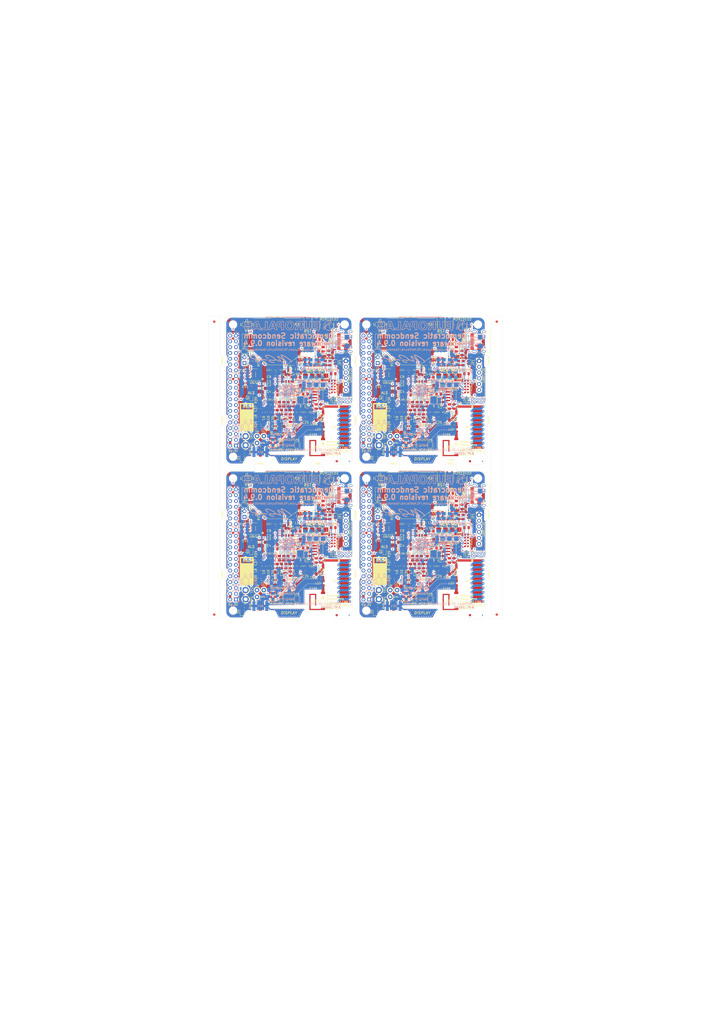
<source format=kicad_pcb>
(kicad_pcb (version 20171130) (host pcbnew 5.1.5+dfsg1-2build2)

  (general
    (thickness 1.6)
    (drawings 843)
    (tracks 5992)
    (zones 0)
    (modules 628)
    (nets 130)
  )

  (page A3 portrait)
  (title_block
    (title "Democratic Sendcomm")
    (date 2021-01-16)
    (rev 0.9.4)
    (company "Europalab Devices")
    (comment 1 "Copyright © 2021, Europalab Devices")
    (comment 2 "Fulfilling requirements of 20200210")
    (comment 3 "Pending quality assurance testing")
    (comment 4 "Release revision for manufacturing")
  )

  (layers
    (0 F.Cu signal)
    (1 In1.Cu power)
    (2 In2.Cu power)
    (31 B.Cu signal)
    (34 B.Paste user)
    (35 F.Paste user)
    (36 B.SilkS user)
    (37 F.SilkS user)
    (38 B.Mask user)
    (39 F.Mask user)
    (40 Dwgs.User user)
    (41 Cmts.User user)
    (44 Edge.Cuts user)
    (45 Margin user)
    (46 B.CrtYd user)
    (47 F.CrtYd user)
    (48 B.Fab user)
    (49 F.Fab user)
  )

  (setup
    (last_trace_width 0.127)
    (user_trace_width 0.1016)
    (user_trace_width 0.127)
    (user_trace_width 0.2)
    (user_trace_width 0.4)
    (user_trace_width 1.016)
    (user_trace_width 0.1016)
    (user_trace_width 0.127)
    (user_trace_width 0.2)
    (user_trace_width 0.4)
    (user_trace_width 1.016)
    (user_trace_width 0.1016)
    (user_trace_width 0.127)
    (user_trace_width 0.2)
    (user_trace_width 0.4)
    (user_trace_width 1.016)
    (user_trace_width 0.1016)
    (user_trace_width 0.127)
    (user_trace_width 0.2)
    (user_trace_width 0.4)
    (user_trace_width 1.016)
    (user_trace_width 0.1016)
    (user_trace_width 0.127)
    (user_trace_width 0.2)
    (user_trace_width 0.4)
    (user_trace_width 1.016)
    (user_trace_width 0.1016)
    (user_trace_width 0.127)
    (user_trace_width 0.2)
    (user_trace_width 0.4)
    (user_trace_width 1.016)
    (user_trace_width 0.1016)
    (user_trace_width 0.127)
    (user_trace_width 0.2)
    (user_trace_width 0.4)
    (user_trace_width 1.016)
    (user_trace_width 0.1016)
    (user_trace_width 0.127)
    (user_trace_width 0.2)
    (user_trace_width 0.4)
    (user_trace_width 1.016)
    (user_trace_width 0.1016)
    (user_trace_width 0.127)
    (user_trace_width 0.2)
    (user_trace_width 0.4)
    (user_trace_width 1.016)
    (user_trace_width 0.1016)
    (user_trace_width 0.127)
    (user_trace_width 0.2)
    (user_trace_width 0.4)
    (user_trace_width 1.016)
    (trace_clearance 0.127)
    (zone_clearance 0.508)
    (zone_45_only no)
    (trace_min 0.09)
    (via_size 0.6)
    (via_drill 0.3)
    (via_min_size 0.356)
    (via_min_drill 0.2)
    (user_via 0.356 0.2)
    (user_via 0.45 0.2)
    (user_via 0.356 0.2)
    (user_via 0.45 0.2)
    (user_via 0.356 0.2)
    (user_via 0.45 0.2)
    (user_via 0.356 0.2)
    (user_via 0.45 0.2)
    (user_via 0.356 0.2)
    (user_via 0.45 0.2)
    (user_via 0.356 0.2)
    (user_via 0.45 0.2)
    (user_via 0.356 0.2)
    (user_via 0.45 0.2)
    (user_via 0.356 0.2)
    (user_via 0.45 0.2)
    (user_via 0.356 0.2)
    (user_via 0.45 0.2)
    (user_via 0.356 0.2)
    (user_via 0.45 0.2)
    (uvia_size 0.45)
    (uvia_drill 0.1)
    (uvias_allowed no)
    (uvia_min_size 0.45)
    (uvia_min_drill 0.1)
    (edge_width 0.05)
    (segment_width 0.1)
    (pcb_text_width 0.25)
    (pcb_text_size 1 1)
    (mod_edge_width 0.15)
    (mod_text_size 1 1)
    (mod_text_width 0.15)
    (pad_size 2 2)
    (pad_drill 0)
    (pad_to_mask_clearance 0)
    (aux_axis_origin 0 0)
    (visible_elements 7FFFF7FF)
    (pcbplotparams
      (layerselection 0x313fc_ffffffff)
      (usegerberextensions true)
      (usegerberattributes false)
      (usegerberadvancedattributes false)
      (creategerberjobfile false)
      (excludeedgelayer true)
      (linewidth 0.150000)
      (plotframeref false)
      (viasonmask false)
      (mode 1)
      (useauxorigin false)
      (hpglpennumber 1)
      (hpglpenspeed 20)
      (hpglpendiameter 15.000000)
      (psnegative false)
      (psa4output false)
      (plotreference true)
      (plotvalue true)
      (plotinvisibletext false)
      (padsonsilk false)
      (subtractmaskfromsilk false)
      (outputformat 1)
      (mirror false)
      (drillshape 0)
      (scaleselection 1)
      (outputdirectory "fabstencil"))
  )

  (net 0 "")
  (net 1 GND)
  (net 2 "Net-(AE1-Pad1)")
  (net 3 /Sheet5F53D5B4/RFSWPWR)
  (net 4 "Net-(C8-Pad1)")
  (net 5 /Sheet5F53D5B4/POWAMP)
  (net 6 "Net-(C13-Pad1)")
  (net 7 /Sheet5F53D5B4/HFOUT)
  (net 8 +3V3)
  (net 9 "Net-(C29-Pad1)")
  (net 10 /Sheet5F53D5B4/HPOUT)
  (net 11 /Sheet5F53D5B4/HFIN)
  (net 12 /Sheet5F53D5B4/BANDSEL)
  (net 13 "Net-(BT1-Pad1)")
  (net 14 /Sheet5F53D5B4/USB_BUS)
  (net 15 "Net-(C33-Pad1)")
  (net 16 "Net-(C34-Pad1)")
  (net 17 /Sheet5F53D5B4/CMDRST)
  (net 18 "Net-(D1-Pad2)")
  (net 19 "Net-(D1-Pad1)")
  (net 20 "Net-(D2-Pad1)")
  (net 21 "Net-(D2-Pad2)")
  (net 22 /Sheet5F53D5B4/USB_P)
  (net 23 /Sheet5F53D5B4/USB_N)
  (net 24 /Sheet60040980/ID_SD)
  (net 25 /Sheet60040980/ID_SC)
  (net 26 /Sheet5F53D5B4/SWDCLK)
  (net 27 "Net-(J3-Pad7)")
  (net 28 "Net-(J3-Pad8)")
  (net 29 "Net-(J4-Pad6)")
  (net 30 /Sheet5F53D5B4/CN_VBAT)
  (net 31 /Sheet5F53D5B4/XCEIV)
  (net 32 "Net-(AE5-Pad2)")
  (net 33 "Net-(C1-Pad1)")
  (net 34 "Net-(C7-Pad1)")
  (net 35 "Net-(C14-Pad1)")
  (net 36 "Net-(C17-Pad1)")
  (net 37 "Net-(C18-Pad2)")
  (net 38 "Net-(C19-Pad2)")
  (net 39 "Net-(C23-Pad2)")
  (net 40 "Net-(C23-Pad1)")
  (net 41 "Net-(C24-Pad1)")
  (net 42 "Net-(C24-Pad2)")
  (net 43 "Net-(C29-Pad2)")
  (net 44 "Net-(C33-Pad2)")
  (net 45 "Net-(C35-Pad2)")
  (net 46 "Net-(C40-Pad1)")
  (net 47 "Net-(J2-PadB5)")
  (net 48 "Net-(J2-PadA8)")
  (net 49 "Net-(J2-PadA5)")
  (net 50 "Net-(J2-PadB8)")
  (net 51 "Net-(J3-Pad2)")
  (net 52 "Net-(J3-Pad3)")
  (net 53 "Net-(J3-Pad5)")
  (net 54 "Net-(J3-Pad10)")
  (net 55 "Net-(J3-Pad11)")
  (net 56 "Net-(J3-Pad12)")
  (net 57 "Net-(J3-Pad13)")
  (net 58 "Net-(J3-Pad15)")
  (net 59 "Net-(J3-Pad16)")
  (net 60 "Net-(J3-Pad18)")
  (net 61 "Net-(J3-Pad19)")
  (net 62 "Net-(J3-Pad21)")
  (net 63 "Net-(J3-Pad22)")
  (net 64 "Net-(J3-Pad23)")
  (net 65 "Net-(J3-Pad24)")
  (net 66 "Net-(J3-Pad26)")
  (net 67 "Net-(J3-Pad29)")
  (net 68 "Net-(J3-Pad31)")
  (net 69 "Net-(J3-Pad32)")
  (net 70 "Net-(J3-Pad33)")
  (net 71 "Net-(J3-Pad35)")
  (net 72 "Net-(J3-Pad36)")
  (net 73 "Net-(J3-Pad38)")
  (net 74 "Net-(J3-Pad40)")
  (net 75 "Net-(J4-Pad7)")
  (net 76 "Net-(J4-Pad8)")
  (net 77 "Net-(J5-Pad2)")
  (net 78 "Net-(J5-Pad3)")
  (net 79 "Net-(J5-Pad6)")
  (net 80 "Net-(J6-Pad1)")
  (net 81 "Net-(L1-Pad2)")
  (net 82 "Net-(R3-Pad1)")
  (net 83 "Net-(R4-Pad1)")
  (net 84 "Net-(R4-Pad2)")
  (net 85 "Net-(U2-Pad5)")
  (net 86 "Net-(U3-PadG1)")
  (net 87 "Net-(U3-PadH1)")
  (net 88 "Net-(U3-PadE3)")
  (net 89 "Net-(U3-PadE4)")
  (net 90 "Net-(U3-PadF4)")
  (net 91 "Net-(U3-PadC7)")
  (net 92 "Net-(U3-PadD7)")
  (net 93 "Net-(U5-Pad3)")
  (net 94 "Net-(U5-Pad4)")
  (net 95 "Net-(U8-Pad7)")
  (net 96 "Net-(U8-Pad3)")
  (net 97 "Net-(U8-Pad2)")
  (net 98 "Net-(U8-Pad1)")
  (net 99 "Net-(U9-Pad1)")
  (net 100 "Net-(U9-Pad2)")
  (net 101 "Net-(U9-Pad3)")
  (net 102 "Net-(U9-Pad7)")
  (net 103 /Sheet5F53D5B4/SWDIO)
  (net 104 "Net-(AE2-Pad1)")
  (net 105 "Net-(AE4-Pad1)")
  (net 106 "Net-(AE5-Pad1)")
  (net 107 "Net-(J6-Pad2)")
  (net 108 "Net-(J6-Pad3)")
  (net 109 "Net-(J6-Pad4)")
  (net 110 "Net-(J7-Pad1)")
  (net 111 "Net-(C95-Pad1)")
  (net 112 /TP_SCL)
  (net 113 /TP_SDA)
  (net 114 "Net-(J20-Pad6)")
  (net 115 "Net-(J20-Pad7)")
  (net 116 "Net-(J20-Pad8)")
  (net 117 "Net-(Q2-Pad2)")
  (net 118 EXT_UART_TX)
  (net 119 EXT_UART_RX)
  (net 120 USB_TST)
  (net 121 "Net-(TP13-Pad1)")
  (net 122 "Net-(C94-Pad2)")
  (net 123 /Sheet5F53D5B4/CRY_XIN-RSVD)
  (net 124 /Sheet5F53D5B4/CRY_XOUT-RSVD)
  (net 125 "Net-(C97-Pad1)")
  (net 126 "Net-(C101-Pad1)")
  (net 127 "Net-(D3-Pad2)")
  (net 128 "Net-(JP4-Pad1)")
  (net 129 "Net-(U3-PadE5)")

  (net_class Default "This is the default net class."
    (clearance 0.127)
    (trace_width 0.127)
    (via_dia 0.6)
    (via_drill 0.3)
    (uvia_dia 0.45)
    (uvia_drill 0.1)
    (add_net +3V3)
    (add_net /Sheet5F53D5B4/BANDSEL)
    (add_net /Sheet5F53D5B4/CMDRST)
    (add_net /Sheet5F53D5B4/CN_VBAT)
    (add_net /Sheet5F53D5B4/CRY_XIN-RSVD)
    (add_net /Sheet5F53D5B4/CRY_XOUT-RSVD)
    (add_net /Sheet5F53D5B4/HFIN)
    (add_net /Sheet5F53D5B4/HFOUT)
    (add_net /Sheet5F53D5B4/HPOUT)
    (add_net /Sheet5F53D5B4/POWAMP)
    (add_net /Sheet5F53D5B4/RFSWPWR)
    (add_net /Sheet5F53D5B4/SWDCLK)
    (add_net /Sheet5F53D5B4/SWDIO)
    (add_net /Sheet5F53D5B4/USB_BUS)
    (add_net /Sheet5F53D5B4/USB_N)
    (add_net /Sheet5F53D5B4/USB_P)
    (add_net /Sheet5F53D5B4/XCEIV)
    (add_net /Sheet60040980/ID_SC)
    (add_net /Sheet60040980/ID_SD)
    (add_net /TP_SCL)
    (add_net /TP_SDA)
    (add_net EXT_UART_RX)
    (add_net EXT_UART_TX)
    (add_net GND)
    (add_net "Net-(AE1-Pad1)")
    (add_net "Net-(AE2-Pad1)")
    (add_net "Net-(AE4-Pad1)")
    (add_net "Net-(AE5-Pad1)")
    (add_net "Net-(AE5-Pad2)")
    (add_net "Net-(BT1-Pad1)")
    (add_net "Net-(C1-Pad1)")
    (add_net "Net-(C101-Pad1)")
    (add_net "Net-(C13-Pad1)")
    (add_net "Net-(C14-Pad1)")
    (add_net "Net-(C17-Pad1)")
    (add_net "Net-(C18-Pad2)")
    (add_net "Net-(C19-Pad2)")
    (add_net "Net-(C23-Pad1)")
    (add_net "Net-(C23-Pad2)")
    (add_net "Net-(C24-Pad1)")
    (add_net "Net-(C24-Pad2)")
    (add_net "Net-(C29-Pad1)")
    (add_net "Net-(C29-Pad2)")
    (add_net "Net-(C33-Pad1)")
    (add_net "Net-(C33-Pad2)")
    (add_net "Net-(C34-Pad1)")
    (add_net "Net-(C35-Pad2)")
    (add_net "Net-(C40-Pad1)")
    (add_net "Net-(C7-Pad1)")
    (add_net "Net-(C8-Pad1)")
    (add_net "Net-(C94-Pad2)")
    (add_net "Net-(C95-Pad1)")
    (add_net "Net-(C97-Pad1)")
    (add_net "Net-(D1-Pad1)")
    (add_net "Net-(D1-Pad2)")
    (add_net "Net-(D2-Pad1)")
    (add_net "Net-(D2-Pad2)")
    (add_net "Net-(D3-Pad2)")
    (add_net "Net-(J2-PadA5)")
    (add_net "Net-(J2-PadA8)")
    (add_net "Net-(J2-PadB5)")
    (add_net "Net-(J2-PadB8)")
    (add_net "Net-(J20-Pad6)")
    (add_net "Net-(J20-Pad7)")
    (add_net "Net-(J20-Pad8)")
    (add_net "Net-(J3-Pad10)")
    (add_net "Net-(J3-Pad11)")
    (add_net "Net-(J3-Pad12)")
    (add_net "Net-(J3-Pad13)")
    (add_net "Net-(J3-Pad15)")
    (add_net "Net-(J3-Pad16)")
    (add_net "Net-(J3-Pad18)")
    (add_net "Net-(J3-Pad19)")
    (add_net "Net-(J3-Pad2)")
    (add_net "Net-(J3-Pad21)")
    (add_net "Net-(J3-Pad22)")
    (add_net "Net-(J3-Pad23)")
    (add_net "Net-(J3-Pad24)")
    (add_net "Net-(J3-Pad26)")
    (add_net "Net-(J3-Pad29)")
    (add_net "Net-(J3-Pad3)")
    (add_net "Net-(J3-Pad31)")
    (add_net "Net-(J3-Pad32)")
    (add_net "Net-(J3-Pad33)")
    (add_net "Net-(J3-Pad35)")
    (add_net "Net-(J3-Pad36)")
    (add_net "Net-(J3-Pad38)")
    (add_net "Net-(J3-Pad40)")
    (add_net "Net-(J3-Pad5)")
    (add_net "Net-(J3-Pad7)")
    (add_net "Net-(J3-Pad8)")
    (add_net "Net-(J4-Pad6)")
    (add_net "Net-(J4-Pad7)")
    (add_net "Net-(J4-Pad8)")
    (add_net "Net-(J5-Pad2)")
    (add_net "Net-(J5-Pad3)")
    (add_net "Net-(J5-Pad6)")
    (add_net "Net-(J6-Pad1)")
    (add_net "Net-(J6-Pad2)")
    (add_net "Net-(J6-Pad3)")
    (add_net "Net-(J6-Pad4)")
    (add_net "Net-(J7-Pad1)")
    (add_net "Net-(JP4-Pad1)")
    (add_net "Net-(L1-Pad2)")
    (add_net "Net-(Q2-Pad2)")
    (add_net "Net-(R3-Pad1)")
    (add_net "Net-(R4-Pad1)")
    (add_net "Net-(R4-Pad2)")
    (add_net "Net-(TP13-Pad1)")
    (add_net "Net-(U2-Pad5)")
    (add_net "Net-(U3-PadC7)")
    (add_net "Net-(U3-PadD7)")
    (add_net "Net-(U3-PadE3)")
    (add_net "Net-(U3-PadE4)")
    (add_net "Net-(U3-PadE5)")
    (add_net "Net-(U3-PadF4)")
    (add_net "Net-(U3-PadG1)")
    (add_net "Net-(U3-PadH1)")
    (add_net "Net-(U5-Pad3)")
    (add_net "Net-(U5-Pad4)")
    (add_net "Net-(U8-Pad1)")
    (add_net "Net-(U8-Pad2)")
    (add_net "Net-(U8-Pad3)")
    (add_net "Net-(U8-Pad7)")
    (add_net "Net-(U9-Pad1)")
    (add_net "Net-(U9-Pad2)")
    (add_net "Net-(U9-Pad3)")
    (add_net "Net-(U9-Pad7)")
    (add_net USB_TST)
  )

  (net_class Power ""
    (clearance 0.2)
    (trace_width 0.5)
    (via_dia 1)
    (via_drill 0.7)
    (uvia_dia 0.5)
    (uvia_drill 0.1)
  )

  (module Elab_HW:Hanzhi-stencilcut_instructions (layer F.Cu) (tedit 0) (tstamp 5EFC0A1E)
    (at 117 451)
    (attr virtual)
    (fp_text reference G** (at 0 0) (layer F.SilkS) hide
      (effects (font (size 1.524 1.524) (thickness 0.3)))
    )
    (fp_text value TEXT (at 0.75 0) (layer F.SilkS) hide
      (effects (font (size 1.524 1.524) (thickness 0.3)))
    )
    (fp_poly (pts (xy 40.470667 -6.858) (xy 35.052 -6.858) (xy 35.052 -7.789334) (xy 40.470667 -7.789334)
      (xy 40.470667 -6.858)) (layer F.Fab) (width 0.01))
    (fp_poly (pts (xy -14.338786 -8.293069) (xy -14.200223 -8.265117) (xy -14.147632 -8.190745) (xy -14.139334 -8.047218)
      (xy -14.139333 -8.043334) (xy -14.130085 -7.892972) (xy -14.073218 -7.817992) (xy -13.925053 -7.792186)
      (xy -13.716 -7.789334) (xy -13.292667 -7.789334) (xy -13.292667 -7.027334) (xy -13.716 -7.027334)
      (xy -13.967244 -7.020471) (xy -14.092584 -6.985449) (xy -14.135323 -6.900614) (xy -14.139333 -6.815667)
      (xy -14.151421 -6.694441) (xy -14.21531 -6.63132) (xy -14.372437 -6.607468) (xy -14.605 -6.604)
      (xy -14.871697 -6.609495) (xy -15.010564 -6.638535) (xy -15.063038 -6.709957) (xy -15.070667 -6.815667)
      (xy -15.082755 -6.936893) (xy -15.146643 -7.000014) (xy -15.303771 -7.023866) (xy -15.536333 -7.027334)
      (xy -15.803031 -7.021839) (xy -15.941897 -6.992799) (xy -15.994371 -6.921378) (xy -16.002 -6.815667)
      (xy -16.015725 -6.690045) (xy -16.085771 -6.627375) (xy -16.25544 -6.606006) (xy -16.425333 -6.604)
      (xy -16.676578 -6.610863) (xy -16.801917 -6.645886) (xy -16.844657 -6.73072) (xy -16.848667 -6.815667)
      (xy -16.862392 -6.941289) (xy -16.932437 -7.003959) (xy -17.102107 -7.025329) (xy -17.272 -7.027334)
      (xy -17.695333 -7.027334) (xy -17.695333 -7.789334) (xy -17.272 -7.789334) (xy -17.021397 -7.794883)
      (xy -16.896431 -7.829003) (xy -16.85342 -7.917902) (xy -16.848667 -8.043334) (xy -16.839418 -8.193696)
      (xy -16.782551 -8.268676) (xy -16.634386 -8.294482) (xy -16.425333 -8.297334) (xy -16.174731 -8.291785)
      (xy -16.049764 -8.257664) (xy -16.006754 -8.168765) (xy -16.002 -8.043334) (xy -15.994181 -7.898126)
      (xy -15.942936 -7.822546) (xy -15.806587 -7.793861) (xy -15.543455 -7.789334) (xy -15.536333 -7.789334)
      (xy -15.270119 -7.793599) (xy -15.131557 -7.82155) (xy -15.078966 -7.895923) (xy -15.070667 -8.03945)
      (xy -15.070667 -8.043334) (xy -15.062847 -8.188541) (xy -15.011603 -8.264121) (xy -14.875254 -8.292807)
      (xy -14.612121 -8.297334) (xy -14.605 -8.297334) (xy -14.338786 -8.293069)) (layer F.Fab) (width 0.01))
    (fp_poly (pts (xy -58.25948 -8.15403) (xy -58.091053 -8.001194) (xy -57.878105 -7.78877) (xy -57.653336 -7.551369)
      (xy -57.449444 -7.323603) (xy -57.299128 -7.140083) (xy -57.235084 -7.03542) (xy -57.234667 -7.031351)
      (xy -57.295335 -6.94461) (xy -57.444603 -6.800555) (xy -57.633362 -6.640416) (xy -57.812507 -6.505421)
      (xy -57.932931 -6.4368) (xy -57.945351 -6.434667) (xy -57.996333 -6.498121) (xy -57.996667 -6.506285)
      (xy -58.047876 -6.598658) (xy -58.185141 -6.786533) (xy -58.38392 -7.037186) (xy -58.499877 -7.177222)
      (xy -59.003088 -7.776542) (xy -58.717193 -7.994605) (xy -58.521946 -8.130124) (xy -58.377856 -8.206476)
      (xy -58.35069 -8.212667) (xy -58.25948 -8.15403)) (layer F.Fab) (width 0.01))
    (fp_poly (pts (xy 16.086667 -7.281334) (xy 17.949333 -7.281334) (xy 17.949333 -5.672667) (xy 17.102667 -5.672667)
      (xy 17.102667 -6.519334) (xy 14.308667 -6.519334) (xy 14.308667 -5.672667) (xy 13.546667 -5.672667)
      (xy 13.546667 -7.281334) (xy 15.155333 -7.281334) (xy 15.155333 -8.297334) (xy 16.086667 -8.297334)
      (xy 16.086667 -7.281334)) (layer F.Fab) (width 0.01))
    (fp_poly (pts (xy 30.395333 -7.278108) (xy 30.628167 -7.333609) (xy 30.815969 -7.386953) (xy 31.111224 -7.479757)
      (xy 31.461868 -7.594652) (xy 31.815842 -7.71427) (xy 32.121082 -7.821242) (xy 32.32553 -7.898199)
      (xy 32.3449 -7.906345) (xy 32.495129 -7.880351) (xy 32.719186 -7.708204) (xy 32.797281 -7.631319)
      (xy 33.120429 -7.300385) (xy 32.583381 -7.121721) (xy 32.249069 -7.017637) (xy 31.824914 -6.895539)
      (xy 31.385776 -6.776741) (xy 31.242 -6.739787) (xy 30.437667 -6.536517) (xy 30.437667 -5.884334)
      (xy 31.518297 -5.860629) (xy 32.598928 -5.836924) (xy 32.682464 -6.056641) (xy 32.747702 -6.309414)
      (xy 32.766 -6.491571) (xy 32.788295 -6.642034) (xy 32.875698 -6.658332) (xy 32.914167 -6.643957)
      (xy 33.100233 -6.569493) (xy 33.318806 -6.486732) (xy 33.477897 -6.415728) (xy 33.540464 -6.322101)
      (xy 33.532295 -6.14648) (xy 33.514393 -6.036441) (xy 33.437425 -5.689905) (xy 33.325849 -5.434225)
      (xy 33.155075 -5.25524) (xy 32.90051 -5.13879) (xy 32.537561 -5.070716) (xy 32.041635 -5.036859)
      (xy 31.764562 -5.028928) (xy 31.320133 -5.024979) (xy 30.905375 -5.031231) (xy 30.566963 -5.046365)
      (xy 30.353 -5.068797) (xy 30.062997 -5.137129) (xy 29.84331 -5.235137) (xy 29.684378 -5.385037)
      (xy 29.576638 -5.609042) (xy 29.51053 -5.929365) (xy 29.476494 -6.368222) (xy 29.464966 -6.947826)
      (xy 29.464472 -7.133167) (xy 29.464 -8.297334) (xy 30.395333 -8.297334) (xy 30.395333 -7.278108)) (layer F.Fab) (width 0.01))
    (fp_poly (pts (xy -6.604 -3.894667) (xy -11.345333 -3.894667) (xy -11.345333 -5.08) (xy -10.414 -5.08)
      (xy -10.414 -4.572) (xy -7.535333 -4.572) (xy -7.535333 -5.08) (xy -10.414 -5.08)
      (xy -11.345333 -5.08) (xy -11.345333 -6.265334) (xy -10.414 -6.265334) (xy -10.414 -5.672667)
      (xy -7.535333 -5.672667) (xy -7.535333 -6.265334) (xy -10.414 -6.265334) (xy -11.345333 -6.265334)
      (xy -11.345333 -7.366) (xy -10.414 -7.366) (xy -10.414 -6.858) (xy -7.535333 -6.858)
      (xy -7.535333 -7.366) (xy -10.414 -7.366) (xy -11.345333 -7.366) (xy -11.345333 -8.043334)
      (xy -6.604 -8.043334) (xy -6.604 -3.894667)) (layer F.Fab) (width 0.01))
    (fp_poly (pts (xy -25.654 -7.62) (xy -24.045333 -7.62) (xy -24.045333 -6.990889) (xy -24.049073 -6.667998)
      (xy -24.067504 -6.477126) (xy -24.111447 -6.381) (xy -24.191723 -6.342352) (xy -24.235833 -6.334722)
      (xy -24.369038 -6.280625) (xy -24.433965 -6.136065) (xy -24.452611 -5.990167) (xy -24.478889 -5.672667)
      (xy -25.066444 -5.672667) (xy -25.376287 -5.668021) (xy -25.553243 -5.6471) (xy -25.633661 -5.599428)
      (xy -25.653888 -5.514531) (xy -25.654 -5.503334) (xy -25.636848 -5.411693) (xy -25.560447 -5.360602)
      (xy -25.38738 -5.338546) (xy -25.103667 -5.334) (xy -24.553333 -5.334) (xy -24.553333 -4.741334)
      (xy -25.103667 -4.741334) (xy -25.401498 -4.736056) (xy -25.567547 -4.712548) (xy -25.639229 -4.659297)
      (xy -25.654 -4.572) (xy -25.641268 -4.491548) (xy -25.581584 -4.441557) (xy -25.442721 -4.414864)
      (xy -25.192448 -4.404307) (xy -24.892 -4.402667) (xy -24.13 -4.402667) (xy -24.13 -3.725334)
      (xy -28.109333 -3.725334) (xy -28.109333 -4.402667) (xy -27.305 -4.402667) (xy -26.931164 -4.405224)
      (xy -26.695224 -4.417304) (xy -26.565772 -4.445518) (xy -26.511395 -4.496481) (xy -26.500667 -4.572)
      (xy -26.517819 -4.663641) (xy -26.59422 -4.714733) (xy -26.767287 -4.736789) (xy -27.051 -4.741334)
      (xy -27.601333 -4.741334) (xy -27.601333 -5.334) (xy -27.051 -5.334) (xy -26.753169 -5.339278)
      (xy -26.58712 -5.362786) (xy -26.515438 -5.416038) (xy -26.500667 -5.503334) (xy -26.516787 -5.59263)
      (xy -26.589379 -5.643629) (xy -26.754792 -5.666805) (xy -27.049372 -5.672635) (xy -27.088223 -5.672667)
      (xy -27.675778 -5.672667) (xy -27.702056 -5.990167) (xy -27.741383 -6.210298) (xy -27.830944 -6.311288)
      (xy -27.918833 -6.334722) (xy -28.016447 -6.360934) (xy -28.073452 -6.429897) (xy -28.100669 -6.578882)
      (xy -28.10892 -6.845161) (xy -28.109196 -6.942667) (xy -27.347333 -6.942667) (xy -27.347333 -6.660445)
      (xy -27.332468 -6.436264) (xy -27.260981 -6.317875) (xy -27.092533 -6.27206) (xy -26.867556 -6.265334)
      (xy -26.638887 -6.273469) (xy -26.532684 -6.319465) (xy -26.502169 -6.435706) (xy -26.500667 -6.519334)
      (xy -26.491418 -6.669696) (xy -26.434551 -6.744676) (xy -26.286386 -6.770482) (xy -26.077333 -6.773334)
      (xy -25.826754 -6.767906) (xy -25.701802 -6.733824) (xy -25.658784 -6.644394) (xy -25.654 -6.514695)
      (xy -25.645582 -6.359461) (xy -25.590543 -6.28711) (xy -25.444205 -6.271774) (xy -25.251833 -6.281862)
      (xy -25.00894 -6.303962) (xy -24.887397 -6.354752) (xy -24.839491 -6.472464) (xy -24.823389 -6.625167)
      (xy -24.797112 -6.942667) (xy -27.347333 -6.942667) (xy -28.109196 -6.942667) (xy -28.109333 -6.990889)
      (xy -28.109333 -7.62) (xy -26.500667 -7.62) (xy -26.500667 -8.297334) (xy -25.654 -8.297334)
      (xy -25.654 -7.62)) (layer F.Fab) (width 0.01))
    (fp_poly (pts (xy 73.200274 -4.393828) (xy 73.416636 -4.066225) (xy 73.589368 -3.793709) (xy 73.701253 -3.604251)
      (xy 73.735071 -3.525824) (xy 73.734774 -3.525533) (xy 73.610955 -3.444145) (xy 73.421745 -3.331645)
      (xy 73.225706 -3.221357) (xy 73.0814 -3.146607) (xy 73.044392 -3.132667) (xy 72.985083 -3.200463)
      (xy 72.857262 -3.384979) (xy 72.679828 -3.657907) (xy 72.474989 -3.985549) (xy 72.27351 -4.318803)
      (xy 72.112976 -4.594709) (xy 72.009704 -4.784473) (xy 71.979937 -4.859252) (xy 72.064777 -4.910385)
      (xy 72.242835 -5.013747) (xy 72.321167 -5.058702) (xy 72.633334 -5.23733) (xy 73.200274 -4.393828)) (layer F.Fab) (width 0.01))
    (fp_poly (pts (xy -22.86 -3.132667) (xy -23.622 -3.132667) (xy -23.622 -7.450667) (xy -22.86 -7.450667)
      (xy -22.86 -3.132667)) (layer F.Fab) (width 0.01))
    (fp_poly (pts (xy 21.336 -7.069667) (xy 21.337853 -6.629645) (xy 21.352993 -6.337817) (xy 21.395792 -6.173046)
      (xy 21.480621 -6.114196) (xy 21.621853 -6.140131) (xy 21.833858 -6.229715) (xy 21.889836 -6.255145)
      (xy 22.176654 -6.428717) (xy 22.432293 -6.658125) (xy 22.61689 -6.900394) (xy 22.690585 -7.112553)
      (xy 22.690667 -7.118497) (xy 22.670274 -7.209685) (xy 22.583533 -7.258962) (xy 22.392102 -7.278617)
      (xy 22.182667 -7.281334) (xy 21.674667 -7.281334) (xy 21.674667 -8.043334) (xy 25.569333 -8.043334)
      (xy 25.569333 -7.605769) (xy 25.553428 -7.271048) (xy 25.512533 -6.877347) (xy 25.475835 -6.631301)
      (xy 25.376431 -6.231027) (xy 25.223962 -5.970333) (xy 24.986908 -5.823027) (xy 24.633748 -5.762917)
      (xy 24.424094 -5.757334) (xy 24.131955 -5.762827) (xy 23.966163 -5.789335) (xy 23.883838 -5.851902)
      (xy 23.843206 -5.961135) (xy 23.781486 -6.178382) (xy 23.740303 -6.299802) (xy 23.736211 -6.380335)
      (xy 23.826355 -6.421164) (xy 24.044184 -6.4343) (xy 24.115945 -6.434667) (xy 24.369268 -6.447713)
      (xy 24.544441 -6.481024) (xy 24.587576 -6.506243) (xy 24.627762 -6.629118) (xy 24.674343 -6.849006)
      (xy 24.68806 -6.929576) (xy 24.744309 -7.281334) (xy 23.635132 -7.281334) (xy 23.535048 -6.963834)
      (xy 23.292524 -6.429631) (xy 22.929592 -6.007664) (xy 22.541347 -5.73624) (xy 22.055667 -5.461)
      (xy 23.727833 -5.438044) (xy 25.4 -5.415087) (xy 25.4 -3.132667) (xy 21.844 -3.132667)
      (xy 21.844 -4.28684) (xy 21.841435 -4.741334) (xy 22.690667 -4.741334) (xy 22.690667 -3.894667)
      (xy 24.468667 -3.894667) (xy 24.468667 -4.741334) (xy 22.690667 -4.741334) (xy 21.841435 -4.741334)
      (xy 21.841305 -4.764191) (xy 21.830458 -5.10611) (xy 21.807313 -5.346451) (xy 21.767726 -5.519068)
      (xy 21.70755 -5.657814) (xy 21.667761 -5.726174) (xy 21.537783 -5.90756) (xy 21.432697 -6.005658)
      (xy 21.413761 -6.011334) (xy 21.385891 -5.931217) (xy 21.362683 -5.709011) (xy 21.345809 -5.371935)
      (xy 21.336938 -4.947207) (xy 21.336 -4.744511) (xy 21.336 -3.477688) (xy 20.552833 -3.453344)
      (xy 20.184698 -3.439306) (xy 19.952709 -3.419135) (xy 19.823701 -3.384036) (xy 19.764508 -3.325214)
      (xy 19.742611 -3.2385) (xy 19.702341 -3.118676) (xy 19.594708 -3.062808) (xy 19.371558 -3.048088)
      (xy 19.340445 -3.048) (xy 18.965333 -3.048) (xy 18.965333 -4.233334) (xy 19.719596 -4.233334)
      (xy 20.574 -4.233334) (xy 20.574 -5.427945) (xy 20.171833 -5.402139) (xy 19.769667 -5.376334)
      (xy 19.744631 -4.804834) (xy 19.719596 -4.233334) (xy 18.965333 -4.233334) (xy 18.965333 -6.180667)
      (xy 19.719253 -6.180667) (xy 20.574 -6.180667) (xy 20.574 -7.290612) (xy 20.171833 -7.264806)
      (xy 19.769667 -7.239) (xy 19.74446 -6.709834) (xy 19.719253 -6.180667) (xy 18.965333 -6.180667)
      (xy 18.965333 -8.043334) (xy 21.336 -8.043334) (xy 21.336 -7.069667)) (layer F.Fab) (width 0.01))
    (fp_poly (pts (xy -50.065946 -8.195718) (xy -49.87415 -8.138141) (xy -49.740915 -8.08988) (xy -49.355388 -7.942646)
      (xy -49.908361 -6.883235) (xy -50.106594 -6.502365) (xy -50.273352 -6.179901) (xy -50.394616 -5.943112)
      (xy -50.45637 -5.819263) (xy -50.461333 -5.80758) (xy -50.387282 -5.805561) (xy -50.20481 -5.821452)
      (xy -50.161805 -5.826304) (xy -49.956244 -5.875241) (xy -49.814145 -5.993707) (xy -49.685731 -6.21147)
      (xy -49.575227 -6.425988) (xy -49.49827 -6.566792) (xy -49.481713 -6.592492) (xy -49.401737 -6.572276)
      (xy -49.241455 -6.488566) (xy -49.05828 -6.376392) (xy -48.909625 -6.270785) (xy -48.852667 -6.208686)
      (xy -48.894649 -6.101901) (xy -49.005832 -5.890353) (xy -49.164066 -5.61186) (xy -49.347202 -5.304239)
      (xy -49.533094 -5.00531) (xy -49.699593 -4.752888) (xy -49.734343 -4.703237) (xy -49.887284 -4.479508)
      (xy -49.985864 -4.318376) (xy -50.008407 -4.260185) (xy -49.920031 -4.265193) (xy -49.733551 -4.308467)
      (xy -49.694285 -4.319448) (xy -49.391839 -4.393899) (xy -49.21466 -4.392412) (xy -49.130461 -4.301102)
      (xy -49.106954 -4.106082) (xy -49.106667 -4.066722) (xy -49.106667 -3.730777) (xy -49.8475 -3.510778)
      (xy -50.222093 -3.396616) (xy -50.573401 -3.284511) (xy -50.841757 -3.193657) (xy -50.902982 -3.171216)
      (xy -51.217631 -3.051653) (xy -51.318172 -3.387231) (xy -51.373787 -3.608349) (xy -51.357408 -3.739868)
      (xy -51.254128 -3.851609) (xy -51.211775 -3.885586) (xy -51.06081 -4.035468) (xy -50.858687 -4.276353)
      (xy -50.647481 -4.557892) (xy -50.634212 -4.576725) (xy -50.263588 -5.105087) (xy -50.771392 -5.047636)
      (xy -51.279197 -4.990184) (xy -51.39012 -5.326282) (xy -51.452367 -5.550302) (xy -51.437648 -5.701667)
      (xy -51.329532 -5.865202) (xy -51.272371 -5.93414) (xy -51.042582 -6.263536) (xy -50.789786 -6.724436)
      (xy -50.531094 -7.283835) (xy -50.376539 -7.662334) (xy -50.270908 -7.92889) (xy -50.18969 -8.124843)
      (xy -50.152647 -8.203724) (xy -50.065946 -8.195718)) (layer F.Fab) (width 0.01))
    (fp_poly (pts (xy -34.29 -7.154334) (xy -34.283296 -6.789404) (xy -34.265167 -6.497069) (xy -34.238588 -6.312301)
      (xy -34.21439 -6.265334) (xy -34.100409 -6.281497) (xy -33.866712 -6.324316) (xy -33.559226 -6.38528)
      (xy -33.488162 -6.399884) (xy -33.175723 -6.45739) (xy -32.931274 -6.489096) (xy -32.798287 -6.489729)
      (xy -32.787934 -6.484823) (xy -32.755437 -6.376229) (xy -32.734074 -6.164472) (xy -32.730994 -6.080344)
      (xy -32.724773 -5.935581) (xy -32.730361 -5.834364) (xy -32.773536 -5.76289) (xy -32.880078 -5.707357)
      (xy -33.075764 -5.65396) (xy -33.386372 -5.588898) (xy -33.805797 -5.504844) (xy -34.295261 -5.40557)
      (xy -34.247667 -3.429) (xy -33.570333 -3.429) (xy -33.54449 -3.880764) (xy -33.522016 -4.14098)
      (xy -33.483818 -4.26532) (xy -33.4155 -4.287238) (xy -33.375157 -4.274271) (xy -33.187979 -4.201771)
      (xy -32.998833 -4.131725) (xy -32.831848 -4.010981) (xy -32.763574 -3.794264) (xy -32.791345 -3.463923)
      (xy -32.856637 -3.19067) (xy -32.960653 -2.89803) (xy -33.101205 -2.707444) (xy -33.312884 -2.598948)
      (xy -33.630284 -2.552578) (xy -33.9725 -2.546685) (xy -34.309941 -2.5548) (xy -34.587445 -2.570435)
      (xy -34.757025 -2.590615) (xy -34.778615 -2.596667) (xy -34.925538 -2.711345) (xy -35.030594 -2.930709)
      (xy -35.097804 -3.271987) (xy -35.13119 -3.752407) (xy -35.136667 -4.130352) (xy -35.140369 -4.526085)
      (xy -35.150445 -4.85678) (xy -35.165348 -5.087495) (xy -35.183239 -5.183017) (xy -35.288203 -5.196367)
      (xy -35.4888 -5.170396) (xy -35.540695 -5.159473) (xy -35.746892 -5.119723) (xy -35.866036 -5.109581)
      (xy -35.874759 -5.112537) (xy -35.898987 -5.202543) (xy -35.933744 -5.403856) (xy -35.950913 -5.522207)
      (xy -35.977419 -5.758891) (xy -35.95334 -5.879737) (xy -35.85153 -5.936609) (xy -35.718444 -5.966337)
      (xy -35.471057 -6.01574) (xy -35.30577 -6.066166) (xy -35.206121 -6.148995) (xy -35.155651 -6.295606)
      (xy -35.137896 -6.53738) (xy -35.136397 -6.905695) (xy -35.136667 -7.075373) (xy -35.136667 -8.043334)
      (xy -34.29 -8.043334) (xy -34.29 -7.154334)) (layer F.Fab) (width 0.01))
    (fp_poly (pts (xy -54.510954 -7.62) (xy -54.544442 -7.027334) (xy -52.337925 -7.027334) (xy -52.378698 -6.0325)
      (xy -52.416324 -5.26027) (xy -52.461875 -4.569166) (xy -52.513562 -3.977179) (xy -52.569594 -3.502301)
      (xy -52.62818 -3.162523) (xy -52.681775 -2.986771) (xy -52.871259 -2.71172) (xy -53.139625 -2.528468)
      (xy -53.516228 -2.422712) (xy -53.918664 -2.384133) (xy -54.570563 -2.354528) (xy -54.678829 -2.722431)
      (xy -54.754617 -2.969718) (xy -54.816787 -3.155212) (xy -54.832258 -3.195134) (xy -54.812587 -3.251117)
      (xy -54.67725 -3.279293) (xy -54.40362 -3.283146) (xy -54.282813 -3.279801) (xy -53.974216 -3.281526)
      (xy -53.729998 -3.305225) (xy -53.601625 -3.34581) (xy -53.600027 -3.347309) (xy -53.513931 -3.520039)
      (xy -53.440349 -3.845175) (xy -53.381719 -4.306089) (xy -53.340476 -4.886154) (xy -53.327413 -5.207)
      (xy -53.297667 -6.138334) (xy -54.591435 -6.187456) (xy -54.68869 -5.612562) (xy -54.902655 -4.6868)
      (xy -55.213804 -3.879129) (xy -55.254456 -3.796092) (xy -55.392856 -3.567139) (xy -55.592945 -3.293588)
      (xy -55.82624 -3.007798) (xy -56.064255 -2.742127) (xy -56.278505 -2.528933) (xy -56.440505 -2.400574)
      (xy -56.502953 -2.377834) (xy -56.610979 -2.441865) (xy -56.776002 -2.596403) (xy -56.867296 -2.697281)
      (xy -57.134925 -3.009562) (xy -56.814636 -3.278461) (xy -56.371615 -3.754067) (xy -56.008442 -4.360427)
      (xy -55.73712 -5.073147) (xy -55.581537 -5.784355) (xy -55.522107 -6.180667) (xy -56.896 -6.180667)
      (xy -56.896 -7.027334) (xy -55.456667 -7.027334) (xy -55.456667 -8.212667) (xy -54.477465 -8.212667)
      (xy -54.510954 -7.62)) (layer F.Fab) (width 0.01))
    (fp_poly (pts (xy 35.516899 -4.376235) (xy 35.699478 -4.328746) (xy 35.926856 -4.257286) (xy 36.142462 -4.180391)
      (xy 36.289724 -4.116602) (xy 36.322 -4.090771) (xy 36.279129 -3.932957) (xy 36.163182 -3.678127)
      (xy 35.993159 -3.357236) (xy 35.788056 -3.001236) (xy 35.566875 -2.641084) (xy 35.348612 -2.307733)
      (xy 35.152268 -2.032137) (xy 34.99684 -1.845251) (xy 34.902496 -1.778) (xy 34.799032 -1.821378)
      (xy 34.610433 -1.931468) (xy 34.500154 -2.00272) (xy 34.296204 -2.139526) (xy 34.159545 -2.232823)
      (xy 34.1314 -2.253042) (xy 34.166004 -2.324119) (xy 34.287484 -2.484342) (xy 34.451788 -2.678523)
      (xy 34.664697 -2.957717) (xy 34.896145 -3.318936) (xy 35.098996 -3.688128) (xy 35.114313 -3.719368)
      (xy 35.256984 -4.013681) (xy 35.367892 -4.24216) (xy 35.429207 -4.368083) (xy 35.435694 -4.381213)
      (xy 35.516899 -4.376235)) (layer F.Fab) (width 0.01))
    (fp_poly (pts (xy 39.965597 -4.358522) (xy 40.058526 -4.254274) (xy 40.20843 -4.036472) (xy 40.393568 -3.741487)
      (xy 40.592196 -3.40569) (xy 40.782574 -3.065451) (xy 40.942958 -2.757142) (xy 41.017136 -2.599478)
      (xy 41.23409 -2.108621) (xy 40.915878 -1.976442) (xy 40.670334 -1.870137) (xy 40.470578 -1.776522)
      (xy 40.44323 -1.762464) (xy 40.315346 -1.731263) (xy 40.247403 -1.840315) (xy 40.24073 -1.864459)
      (xy 40.169548 -2.059965) (xy 40.037957 -2.358995) (xy 39.86776 -2.717034) (xy 39.68076 -3.089569)
      (xy 39.498759 -3.432084) (xy 39.34356 -3.700066) (xy 39.334877 -3.713912) (xy 39.111338 -4.06802)
      (xy 39.502318 -4.235613) (xy 39.74065 -4.323886) (xy 39.915835 -4.363541) (xy 39.965597 -4.358522)) (layer F.Fab) (width 0.01))
    (fp_poly (pts (xy -49.096264 -3.068802) (xy -49.04637 -2.947199) (xy -49.008779 -2.739788) (xy -49.007729 -2.729809)
      (xy -48.979667 -2.453951) (xy -50.056501 -1.946643) (xy -50.449943 -1.763618) (xy -50.789691 -1.609957)
      (xy -51.045994 -1.498784) (xy -51.1891 -1.443226) (xy -51.206403 -1.439334) (xy -51.267073 -1.513818)
      (xy -51.336313 -1.70222) (xy -51.365068 -1.813391) (xy -51.450664 -2.187448) (xy -50.3037 -2.659692)
      (xy -49.895147 -2.822217) (xy -49.542357 -2.951817) (xy -49.274401 -3.038642) (xy -49.120352 -3.07284)
      (xy -49.096264 -3.068802)) (layer F.Fab) (width 0.01))
    (fp_poly (pts (xy -39.878 -6.011334) (xy -37.168667 -6.011334) (xy -37.168667 -5.08) (xy -39.878 -5.08)
      (xy -39.878 -2.286) (xy -36.576 -2.286) (xy -36.576 -1.354667) (xy -43.603333 -1.354667)
      (xy -43.603333 -2.286) (xy -40.894 -2.286) (xy -40.894 -8.212667) (xy -39.878 -8.212667)
      (xy -39.878 -6.011334)) (layer F.Fab) (width 0.01))
    (fp_poly (pts (xy -61.956983 -6.984557) (xy -61.933667 -5.67178) (xy -60.689941 -6.607682) (xy -60.365366 -6.246008)
      (xy -60.040792 -5.884334) (xy -60.225229 -5.736156) (xy -60.377666 -5.635292) (xy -60.639508 -5.483109)
      (xy -60.968501 -5.303607) (xy -61.194101 -5.185823) (xy -61.978535 -4.783667) (xy -61.956101 -3.429)
      (xy -61.933667 -2.074334) (xy -61.391043 -2.048778) (xy -61.077484 -2.041799) (xy -60.880325 -2.077947)
      (xy -60.766798 -2.188781) (xy -60.704136 -2.405858) (xy -60.660464 -2.752396) (xy -60.605404 -3.266542)
      (xy -60.232435 -3.093771) (xy -60.00404 -2.974039) (xy -59.893893 -2.860504) (xy -59.860594 -2.702915)
      (xy -59.8594 -2.640993) (xy -59.900382 -2.227756) (xy -60.010093 -1.825635) (xy -60.168398 -1.49934)
      (xy -60.245817 -1.399085) (xy -60.340707 -1.306326) (xy -60.443696 -1.245301) (xy -60.590291 -1.209516)
      (xy -60.816001 -1.192475) (xy -61.156333 -1.187686) (xy -61.400457 -1.187908) (xy -61.799994 -1.196717)
      (xy -62.14771 -1.218608) (xy -62.402154 -1.250107) (xy -62.5131 -1.281222) (xy -62.609244 -1.346676)
      (xy -62.688427 -1.431367) (xy -62.75228 -1.551187) (xy -62.802438 -1.722028) (xy -62.84053 -1.959784)
      (xy -62.868191 -2.280346) (xy -62.887051 -2.699608) (xy -62.898745 -3.23346) (xy -62.904902 -3.897797)
      (xy -62.907157 -4.70851) (xy -62.907333 -5.119614) (xy -62.907333 -8.297334) (xy -61.9803 -8.297334)
      (xy -61.956983 -6.984557)) (layer F.Fab) (width 0.01))
    (fp_poly (pts (xy -70.1675 -5.994592) (xy -69.723 -5.969) (xy -69.698272 -5.312834) (xy -69.673544 -4.656667)
      (xy -68.156667 -4.656667) (xy -68.156667 -3.81) (xy -69.680667 -3.81) (xy -69.680667 -2.032)
      (xy -67.902667 -2.032) (xy -67.902667 -1.185334) (xy -72.474667 -1.185334) (xy -72.474667 -2.032)
      (xy -70.612 -2.032) (xy -70.612 -3.81) (xy -72.220667 -3.81) (xy -72.220667 -4.656667)
      (xy -70.612 -4.656667) (xy -70.612 -6.020183) (xy -70.1675 -5.994592)) (layer F.Fab) (width 0.01))
    (fp_poly (pts (xy 69.882914 -8.251756) (xy 70.13549 -8.212473) (xy 70.30925 -8.175542) (xy 70.352867 -8.158838)
      (xy 70.357695 -8.106573) (xy 70.326092 -7.97383) (xy 70.251304 -7.738534) (xy 70.12658 -7.378606)
      (xy 70.03914 -7.133167) (xy 70.06625 -7.074758) (xy 70.213532 -7.041) (xy 70.502433 -7.027867)
      (xy 70.602941 -7.027334) (xy 71.204667 -7.027334) (xy 71.204667 -6.42967) (xy 71.213957 -6.099002)
      (xy 71.24344 -5.923135) (xy 71.295532 -5.888471) (xy 71.300361 -5.891149) (xy 71.38858 -6.002245)
      (xy 71.518819 -6.234499) (xy 71.673961 -6.550398) (xy 71.836891 -6.912427) (xy 71.990493 -7.283074)
      (xy 72.117651 -7.624825) (xy 72.178846 -7.816576) (xy 72.281545 -8.115183) (xy 72.373918 -8.255644)
      (xy 72.434095 -8.26604) (xy 72.590552 -8.221674) (xy 72.821815 -8.171185) (xy 72.848936 -8.16601)
      (xy 73.020122 -8.118579) (xy 73.10264 -8.034834) (xy 73.102489 -7.880181) (xy 73.025668 -7.620023)
      (xy 72.970269 -7.466322) (xy 72.913974 -7.283973) (xy 72.898 -7.191155) (xy 72.977858 -7.160207)
      (xy 73.198289 -7.135287) (xy 73.530577 -7.118517) (xy 73.946006 -7.112018) (xy 73.969692 -7.112)
      (xy 75.041385 -7.112) (xy 74.983841 -5.355167) (xy 74.949561 -4.435395) (xy 74.910513 -3.66938)
      (xy 74.863943 -3.041557) (xy 74.807096 -2.536362) (xy 74.73722 -2.138229) (xy 74.65156 -1.831594)
      (xy 74.547363 -1.600893) (xy 74.421873 -1.43056) (xy 74.272337 -1.305032) (xy 74.266539 -1.301196)
      (xy 74.07328 -1.221241) (xy 73.791391 -1.15933) (xy 73.465385 -1.11829) (xy 73.139774 -1.10095)
      (xy 72.859073 -1.11014) (xy 72.667795 -1.148688) (xy 72.610512 -1.195956) (xy 72.56096 -1.35286)
      (xy 72.489012 -1.578606) (xy 72.482123 -1.600135) (xy 72.421148 -1.798109) (xy 72.390765 -1.911422)
      (xy 72.39 -1.917635) (xy 72.467647 -1.932212) (xy 72.672526 -1.943201) (xy 72.962541 -1.948476)
      (xy 73.003833 -1.94863) (xy 73.373376 -1.956606) (xy 73.612697 -1.989242) (xy 73.760683 -2.062436)
      (xy 73.856218 -2.192089) (xy 73.910596 -2.319381) (xy 73.954984 -2.509932) (xy 74.002372 -2.841624)
      (xy 74.050262 -3.286355) (xy 74.096157 -3.816022) (xy 74.137558 -4.402521) (xy 74.171968 -5.017751)
      (xy 74.191722 -5.482167) (xy 74.22015 -6.265334) (xy 72.503612 -6.265334) (xy 72.315126 -5.863167)
      (xy 72.173428 -5.585237) (xy 72.029356 -5.339706) (xy 71.972133 -5.256374) (xy 71.817627 -5.051747)
      (xy 71.584395 -5.235207) (xy 71.408334 -5.358619) (xy 71.286253 -5.417779) (xy 71.277915 -5.418667)
      (xy 71.256162 -5.338126) (xy 71.236977 -5.112993) (xy 71.221381 -4.768002) (xy 71.210391 -4.327886)
      (xy 71.205028 -3.817381) (xy 71.204667 -3.640667) (xy 71.204667 -1.862667) (xy 69.172667 -1.862667)
      (xy 69.172667 -1.27) (xy 68.326 -1.27) (xy 68.326 -4.148667) (xy 69.172667 -4.148667)
      (xy 69.172667 -2.624667) (xy 70.442667 -2.624667) (xy 70.442667 -4.148667) (xy 69.172667 -4.148667)
      (xy 68.326 -4.148667) (xy 68.326 -6.265334) (xy 69.172667 -6.265334) (xy 69.172667 -4.910667)
      (xy 70.442667 -4.910667) (xy 70.442667 -6.265334) (xy 69.172667 -6.265334) (xy 68.326 -6.265334)
      (xy 68.326 -7.027334) (xy 68.751429 -7.027334) (xy 68.993661 -7.040819) (xy 69.15593 -7.101484)
      (xy 69.261115 -7.239643) (xy 69.332096 -7.485609) (xy 69.391753 -7.869698) (xy 69.392725 -7.877015)
      (xy 69.450161 -8.309992) (xy 69.882914 -8.251756)) (layer F.Fab) (width 0.01))
    (fp_poly (pts (xy 59.152507 -3.483409) (xy 59.484493 -3.299273) (xy 59.746267 -3.015688) (xy 59.907392 -2.64233)
      (xy 59.944 -2.328334) (xy 59.870624 -1.906379) (xy 59.671099 -1.553757) (xy 59.37633 -1.288598)
      (xy 59.017223 -1.129031) (xy 58.624683 -1.093185) (xy 58.229614 -1.199188) (xy 58.120043 -1.258404)
      (xy 57.803276 -1.541149) (xy 57.601375 -1.908457) (xy 57.523656 -2.317842) (xy 57.525086 -2.328334)
      (xy 58.047467 -2.328334) (xy 58.117013 -2.007932) (xy 58.299386 -1.771124) (xy 58.555182 -1.63499)
      (xy 58.845001 -1.61661) (xy 59.129442 -1.733067) (xy 59.228182 -1.816485) (xy 59.400539 -2.089298)
      (xy 59.436379 -2.388215) (xy 59.352126 -2.672226) (xy 59.164204 -2.900323) (xy 58.889039 -3.031495)
      (xy 58.73494 -3.048) (xy 58.425729 -2.971583) (xy 58.189315 -2.766838) (xy 58.060812 -2.470525)
      (xy 58.047467 -2.328334) (xy 57.525086 -2.328334) (xy 57.579434 -2.726817) (xy 57.731199 -3.031895)
      (xy 58.039655 -3.342337) (xy 58.39965 -3.514619) (xy 58.780747 -3.558416) (xy 59.152507 -3.483409)) (layer F.Fab) (width 0.01))
    (fp_poly (pts (xy 49.191333 -6.773334) (xy 47.921333 -6.773334) (xy 47.921333 -4.323512) (xy 47.918599 -3.682957)
      (xy 47.910869 -3.090781) (xy 47.898854 -2.570363) (xy 47.883264 -2.145077) (xy 47.864809 -1.8383)
      (xy 47.844199 -1.673408) (xy 47.840446 -1.66094) (xy 47.701206 -1.432291) (xy 47.47028 -1.272749)
      (xy 47.123638 -1.171763) (xy 46.637251 -1.118779) (xy 46.601363 -1.116805) (xy 46.251452 -1.102155)
      (xy 46.034665 -1.106977) (xy 45.915352 -1.136973) (xy 45.857864 -1.19785) (xy 45.842208 -1.238289)
      (xy 45.774211 -1.425039) (xy 45.677418 -1.661337) (xy 45.671486 -1.67504) (xy 45.591509 -1.868172)
      (xy 45.551667 -1.982183) (xy 45.550667 -1.989116) (xy 45.628735 -2.008369) (xy 45.836641 -2.028217)
      (xy 46.134938 -2.045236) (xy 46.249167 -2.049743) (xy 46.947667 -2.074334) (xy 46.970172 -4.423834)
      (xy 46.992678 -6.773334) (xy 44.958 -6.773334) (xy 44.958 -7.704667) (xy 49.191333 -7.704667)
      (xy 49.191333 -6.773334)) (layer F.Fab) (width 0.01))
    (fp_poly (pts (xy 43.942 -6.858) (xy 44.788667 -6.858) (xy 44.788667 -6.011334) (xy 43.942 -6.011334)
      (xy 43.942 -4.804834) (xy 44.186122 -4.853658) (xy 44.455108 -4.911576) (xy 44.651789 -4.958087)
      (xy 44.799006 -4.980175) (xy 44.863978 -4.918229) (xy 44.885031 -4.731362) (xy 44.886033 -4.708179)
      (xy 44.896813 -4.475577) (xy 44.906333 -4.311832) (xy 44.9072 -4.300693) (xy 44.836395 -4.227624)
      (xy 44.643219 -4.142843) (xy 44.428833 -4.079901) (xy 43.942 -3.961082) (xy 43.942 -2.873525)
      (xy 43.934679 -2.423729) (xy 43.914521 -2.032795) (xy 43.884232 -1.737976) (xy 43.847997 -1.579654)
      (xy 43.672598 -1.364005) (xy 43.366167 -1.215894) (xy 42.914347 -1.128567) (xy 42.881811 -1.125062)
      (xy 42.456622 -1.080963) (xy 42.318095 -1.514148) (xy 42.179568 -1.947334) (xy 43.010667 -1.947334)
      (xy 43.010667 -3.659512) (xy 42.708321 -3.602792) (xy 42.47781 -3.554258) (xy 42.314501 -3.510691)
      (xy 42.30311 -3.506599) (xy 42.232262 -3.558862) (xy 42.145748 -3.723191) (xy 42.064111 -3.946238)
      (xy 42.007895 -4.174651) (xy 41.994667 -4.307646) (xy 42.070454 -4.361385) (xy 42.267701 -4.429267)
      (xy 42.502667 -4.487334) (xy 43.010667 -4.595139) (xy 43.010667 -6.011334) (xy 42.079333 -6.011334)
      (xy 42.079333 -6.858) (xy 43.010667 -6.858) (xy 43.010667 -8.297334) (xy 43.942 -8.297334)
      (xy 43.942 -6.858)) (layer F.Fab) (width 0.01))
    (fp_poly (pts (xy 23.523061 -2.1876) (xy 23.637637 -1.775011) (xy 23.694371 -1.496351) (xy 23.696323 -1.327546)
      (xy 23.646551 -1.244522) (xy 23.643167 -1.24243) (xy 23.525364 -1.205784) (xy 23.310581 -1.160959)
      (xy 23.240702 -1.148851) (xy 22.901737 -1.092835) (xy 22.703887 -1.865213) (xy 22.621163 -2.202055)
      (xy 22.561879 -2.470826) (xy 22.53393 -2.63414) (xy 22.534851 -2.665543) (xy 22.628359 -2.693521)
      (xy 22.832109 -2.732319) (xy 22.951293 -2.75118) (xy 23.338919 -2.808866) (xy 23.523061 -2.1876)) (layer F.Fab) (width 0.01))
    (fp_poly (pts (xy 54.821667 -1.905) (xy 55.425099 -1.880335) (xy 55.74006 -1.871862) (xy 55.943947 -1.897415)
      (xy 56.065207 -1.986855) (xy 56.132283 -2.170043) (xy 56.173622 -2.476838) (xy 56.193641 -2.687124)
      (xy 56.223273 -2.961242) (xy 56.251686 -3.152785) (xy 56.270978 -3.217334) (xy 56.3565 -3.183661)
      (xy 56.542874 -3.097986) (xy 56.666363 -3.03876) (xy 57.033923 -2.860185) (xy 56.95943 -2.304192)
      (xy 56.859444 -1.794242) (xy 56.713461 -1.435032) (xy 56.515324 -1.212718) (xy 56.458274 -1.177631)
      (xy 56.2688 -1.122704) (xy 55.961548 -1.081014) (xy 55.587723 -1.054937) (xy 55.198534 -1.046853)
      (xy 54.845185 -1.05914) (xy 54.59327 -1.091008) (xy 54.418834 -1.134556) (xy 54.273925 -1.194722)
      (xy 54.155812 -1.286443) (xy 54.061766 -1.424652) (xy 53.989058 -1.624286) (xy 53.934958 -1.900278)
      (xy 53.896737 -2.267564) (xy 53.871665 -2.741079) (xy 53.857012 -3.335758) (xy 53.850049 -4.066537)
      (xy 53.848046 -4.948349) (xy 53.848 -5.168835) (xy 53.848 -8.128) (xy 54.777247 -8.128)
      (xy 54.821667 -1.905)) (layer F.Fab) (width 0.01))
    (fp_poly (pts (xy 52.091638 -7.872654) (xy 52.510216 -7.866901) (xy 52.813678 -7.854174) (xy 53.029128 -7.831904)
      (xy 53.183669 -7.797524) (xy 53.304405 -7.748464) (xy 53.394025 -7.697441) (xy 53.679703 -7.520882)
      (xy 53.532215 -7.271204) (xy 53.416082 -7.104157) (xy 53.218191 -6.849002) (xy 52.969134 -6.544326)
      (xy 52.769696 -6.309459) (xy 52.457969 -5.928439) (xy 52.251371 -5.630889) (xy 52.158903 -5.430185)
      (xy 52.154667 -5.395436) (xy 52.154667 -5.19348) (xy 52.832258 -5.291705) (xy 53.151908 -5.332491)
      (xy 53.401787 -5.353964) (xy 53.539266 -5.352798) (xy 53.551924 -5.347854) (xy 53.577873 -5.244527)
      (xy 53.592678 -5.035627) (xy 53.594 -4.944595) (xy 53.586678 -4.745785) (xy 53.542594 -4.619119)
      (xy 53.428573 -4.54146) (xy 53.211439 -4.489671) (xy 52.874333 -4.442706) (xy 52.603091 -4.410051)
      (xy 52.40984 -4.375467) (xy 52.28143 -4.313024) (xy 52.204709 -4.196789) (xy 52.166528 -4.000829)
      (xy 52.153736 -3.699211) (xy 52.15318 -3.266005) (xy 52.153418 -3.021128) (xy 52.147023 -2.416153)
      (xy 52.120317 -1.957903) (xy 52.060026 -1.623918) (xy 51.952875 -1.391737) (xy 51.785589 -1.238899)
      (xy 51.544892 -1.142942) (xy 51.21751 -1.081406) (xy 50.9905 -1.053512) (xy 50.702519 -1.024924)
      (xy 50.543991 -1.027188) (xy 50.47645 -1.06929) (xy 50.461434 -1.160214) (xy 50.461333 -1.177117)
      (xy 50.42891 -1.378329) (xy 50.34974 -1.626441) (xy 50.338653 -1.65372) (xy 50.215974 -1.947334)
      (xy 51.308 -1.947334) (xy 51.308 -3.048) (xy 51.303663 -3.526225) (xy 51.289423 -3.854413)
      (xy 51.263435 -4.051671) (xy 51.223855 -4.137102) (xy 51.202167 -4.144213) (xy 51.070906 -4.127827)
      (xy 50.824254 -4.088841) (xy 50.513343 -4.035376) (xy 50.484097 -4.030157) (xy 50.161187 -3.973198)
      (xy 49.96644 -3.962712) (xy 49.859978 -4.024307) (xy 49.80192 -4.183593) (xy 49.752388 -4.466177)
      (xy 49.746049 -4.504099) (xy 49.723351 -4.641736) (xy 49.727107 -4.737721) (xy 49.783011 -4.803979)
      (xy 49.916758 -4.852436) (xy 50.154041 -4.895018) (xy 50.520554 -4.94365) (xy 50.757667 -4.973627)
      (xy 51.265667 -5.038153) (xy 51.290702 -5.60941) (xy 51.316258 -5.939264) (xy 51.360563 -6.122326)
      (xy 51.429049 -6.180616) (xy 51.431673 -6.180667) (xy 51.544802 -6.240336) (xy 51.723594 -6.395709)
      (xy 51.901796 -6.582834) (xy 52.255982 -6.985) (xy 51.104658 -7.008556) (xy 49.953333 -7.032112)
      (xy 49.953333 -7.874) (xy 51.53084 -7.874) (xy 52.091638 -7.872654)) (layer F.Fab) (width 0.01))
    (fp_poly (pts (xy 41.232667 -4.995334) (xy 38.269333 -4.995334) (xy 38.269333 -3.392179) (xy 38.265161 -2.874067)
      (xy 38.25356 -2.402431) (xy 38.235906 -2.008129) (xy 38.213573 -1.72202) (xy 38.188446 -1.576274)
      (xy 38.052531 -1.352763) (xy 37.826428 -1.196259) (xy 37.485241 -1.095697) (xy 37.004074 -1.040014)
      (xy 36.978033 -1.038342) (xy 36.278156 -0.994679) (xy 36.169198 -1.365173) (xy 36.093504 -1.612445)
      (xy 36.031652 -1.79732) (xy 36.015953 -1.837834) (xy 36.04602 -1.894945) (xy 36.205841 -1.934354)
      (xy 36.512542 -1.959583) (xy 36.633666 -1.964834) (xy 37.295667 -1.989667) (xy 37.318787 -3.4925)
      (xy 37.341907 -4.995334) (xy 34.29 -4.995334) (xy 34.29 -5.926667) (xy 41.232667 -5.926667)
      (xy 41.232667 -4.995334)) (layer F.Fab) (width 0.01))
    (fp_poly (pts (xy 33.189333 -1.016) (xy 32.775875 -1.016) (xy 32.517284 -1.028161) (xy 32.380871 -1.076018)
      (xy 32.320505 -1.176636) (xy 32.318134 -1.185334) (xy 32.287143 -1.258059) (xy 32.21953 -1.306393)
      (xy 32.085428 -1.335267) (xy 31.854972 -1.34961) (xy 31.498292 -1.354352) (xy 31.29226 -1.354667)
      (xy 30.871925 -1.352898) (xy 30.592377 -1.344308) (xy 30.425081 -1.323975) (xy 30.341502 -1.286976)
      (xy 30.313103 -1.228389) (xy 30.310667 -1.185334) (xy 30.288378 -1.083767) (xy 30.193776 -1.033112)
      (xy 29.98525 -1.016725) (xy 29.887333 -1.016) (xy 29.464 -1.016) (xy 29.464 -2.624667)
      (xy 30.310667 -2.624667) (xy 30.310667 -2.032) (xy 32.342667 -2.032) (xy 32.342667 -2.624667)
      (xy 30.310667 -2.624667) (xy 29.464 -2.624667) (xy 29.464 -3.81) (xy 30.310667 -3.81)
      (xy 30.310667 -3.302) (xy 32.342667 -3.302) (xy 32.342667 -3.81) (xy 30.310667 -3.81)
      (xy 29.464 -3.81) (xy 29.464 -4.572) (xy 33.189333 -4.572) (xy 33.189333 -1.016)) (layer F.Fab) (width 0.01))
    (fp_poly (pts (xy 28.194 -6.858) (xy 29.040667 -6.858) (xy 29.040667 -6.011334) (xy 28.194 -6.011334)
      (xy 28.194 -5.418667) (xy 28.20156 -5.085812) (xy 28.243073 -4.896359) (xy 28.346785 -4.824472)
      (xy 28.540944 -4.844316) (xy 28.758311 -4.902535) (xy 28.946383 -4.940937) (xy 29.036253 -4.8958)
      (xy 29.074096 -4.796701) (xy 29.113547 -4.563627) (xy 29.124177 -4.393749) (xy 29.10552 -4.259837)
      (xy 29.021074 -4.171004) (xy 28.830752 -4.096573) (xy 28.680833 -4.054497) (xy 28.236333 -3.935829)
      (xy 28.194 -2.675309) (xy 28.176535 -2.188224) (xy 28.158807 -1.841909) (xy 28.135693 -1.607874)
      (xy 28.10207 -1.457625) (xy 28.052814 -1.36267) (xy 27.982801 -1.294518) (xy 27.94 -1.262729)
      (xy 27.73441 -1.165919) (xy 27.44157 -1.08559) (xy 27.260039 -1.055896) (xy 26.791746 -1.001122)
      (xy 26.65399 -1.431895) (xy 26.516235 -1.862667) (xy 27.347333 -1.862667) (xy 27.347333 -3.659512)
      (xy 27.044987 -3.602792) (xy 26.809909 -3.552676) (xy 26.638295 -3.505797) (xy 26.626823 -3.501628)
      (xy 26.528109 -3.538024) (xy 26.438283 -3.733327) (xy 26.415515 -3.8118) (xy 26.357337 -4.135624)
      (xy 26.395855 -4.328932) (xy 26.53359 -4.401936) (xy 26.561509 -4.403139) (xy 26.740792 -4.42557)
      (xy 26.986533 -4.480124) (xy 27.029833 -4.491786) (xy 27.347333 -4.57996) (xy 27.347333 -6.011334)
      (xy 26.416 -6.011334) (xy 26.416 -6.858) (xy 27.347333 -6.858) (xy 27.347333 -8.297334)
      (xy 28.194 -8.297334) (xy 28.194 -6.858)) (layer F.Fab) (width 0.01))
    (fp_poly (pts (xy 24.926235 -2.954391) (xy 24.985393 -2.859878) (xy 25.098063 -2.658526) (xy 25.243303 -2.390008)
      (xy 25.400175 -2.093995) (xy 25.547739 -1.810159) (xy 25.665054 -1.578172) (xy 25.731182 -1.437707)
      (xy 25.738667 -1.41517) (xy 25.670669 -1.363295) (xy 25.503614 -1.269889) (xy 25.29291 -1.162803)
      (xy 25.093967 -1.06989) (xy 24.962192 -1.019002) (xy 24.944737 -1.016079) (xy 24.905593 -1.086849)
      (xy 24.808178 -1.277811) (xy 24.668629 -1.557045) (xy 24.553333 -1.79034) (xy 24.391122 -2.12109)
      (xy 24.257933 -2.394801) (xy 24.170941 -2.576057) (xy 24.146978 -2.628326) (xy 24.203247 -2.687597)
      (xy 24.364026 -2.774316) (xy 24.572435 -2.86468) (xy 24.771592 -2.934891) (xy 24.904616 -2.961146)
      (xy 24.926235 -2.954391)) (layer F.Fab) (width 0.01))
    (fp_poly (pts (xy 21.76 -1.984968) (xy 21.800883 -1.652586) (xy 21.821676 -1.387678) (xy 21.819589 -1.231915)
      (xy 21.81189 -1.209669) (xy 21.70387 -1.167278) (xy 21.490392 -1.119482) (xy 21.379145 -1.10079)
      (xy 21.140455 -1.074594) (xy 21.025538 -1.096763) (xy 20.993684 -1.175405) (xy 20.993615 -1.17759)
      (xy 20.982446 -1.324098) (xy 20.956444 -1.585343) (xy 20.920964 -1.907934) (xy 20.916468 -1.946984)
      (xy 20.882393 -2.305839) (xy 20.893401 -2.529449) (xy 20.967613 -2.649746) (xy 21.123153 -2.698658)
      (xy 21.348421 -2.708037) (xy 21.657176 -2.709334) (xy 21.76 -1.984968)) (layer F.Fab) (width 0.01))
    (fp_poly (pts (xy 19.760265 -2.85916) (xy 20.072526 -2.782042) (xy 20.395031 -2.685417) (xy 20.135526 -2.171341)
      (xy 19.869145 -1.66865) (xy 19.648288 -1.30469) (xy 19.4775 -1.086268) (xy 19.366438 -1.019742)
      (xy 19.229511 -1.059402) (xy 19.017524 -1.153565) (xy 18.951304 -1.187437) (xy 18.640941 -1.351389)
      (xy 19.057137 -2.043875) (xy 19.236999 -2.350169) (xy 19.37776 -2.603257) (xy 19.460034 -2.767567)
      (xy 19.473333 -2.807514) (xy 19.54714 -2.870629) (xy 19.760265 -2.85916)) (layer F.Fab) (width 0.01))
    (fp_poly (pts (xy 12.615333 -6.858) (xy 13.377333 -6.858) (xy 13.377333 -6.011334) (xy 12.615333 -6.011334)
      (xy 12.615333 -4.815625) (xy 12.989875 -4.871791) (xy 13.221607 -4.89974) (xy 13.336465 -4.876509)
      (xy 13.384474 -4.779522) (xy 13.400523 -4.686479) (xy 13.423664 -4.574522) (xy 13.439162 -4.617956)
      (xy 13.449314 -4.800965) (xy 13.462 -5.15693) (xy 14.605 -5.207) (xy 14.773787 -5.744958)
      (xy 14.942574 -6.282915) (xy 15.347148 -6.244041) (xy 15.59246 -6.213307) (xy 15.758132 -6.179193)
      (xy 15.793099 -6.16379) (xy 15.792281 -6.066602) (xy 15.74244 -5.868645) (xy 15.706571 -5.759896)
      (xy 15.627538 -5.533564) (xy 15.590139 -5.373288) (xy 15.61539 -5.267694) (xy 15.724305 -5.205408)
      (xy 15.937898 -5.175056) (xy 16.277184 -5.165264) (xy 16.763177 -5.164659) (xy 16.806333 -5.164667)
      (xy 18.034 -5.164667) (xy 18.034 -4.412403) (xy 17.682354 -4.386369) (xy 17.330707 -4.360334)
      (xy 17.189701 -3.852334) (xy 17.080253 -3.509204) (xy 16.950555 -3.173372) (xy 16.871156 -3.001873)
      (xy 16.693617 -2.659413) (xy 17.242292 -2.32454) (xy 17.59712 -2.103366) (xy 17.820614 -1.940475)
      (xy 17.927252 -1.808052) (xy 17.931513 -1.678282) (xy 17.847875 -1.523352) (xy 17.736742 -1.374646)
      (xy 17.457148 -1.013625) (xy 17.216407 -1.211714) (xy 17.006788 -1.373639) (xy 16.732006 -1.572703)
      (xy 16.562305 -1.690339) (xy 16.148943 -1.970874) (xy 15.588638 -1.670659) (xy 15.243 -1.503587)
      (xy 14.844799 -1.338868) (xy 14.440521 -1.192809) (xy 14.076648 -1.081721) (xy 13.799663 -1.021913)
      (xy 13.722763 -1.016) (xy 13.593202 -1.087432) (xy 13.451636 -1.269621) (xy 13.41639 -1.3335)
      (xy 13.309884 -1.542619) (xy 13.238875 -1.681883) (xy 13.228296 -1.70257) (xy 13.286908 -1.743287)
      (xy 13.465675 -1.787587) (xy 13.581834 -1.806224) (xy 13.935901 -1.877726) (xy 14.332009 -1.992529)
      (xy 14.707939 -2.1295) (xy 15.001476 -2.267506) (xy 15.075113 -2.313452) (xy 15.258103 -2.441624)
      (xy 14.992565 -2.578939) (xy 14.791837 -2.656645) (xy 14.649284 -2.666453) (xy 14.638158 -2.66133)
      (xy 14.518592 -2.651233) (xy 14.314338 -2.681241) (xy 14.086319 -2.736278) (xy 13.895457 -2.801268)
      (xy 13.802673 -2.861134) (xy 13.800978 -2.868504) (xy 13.830222 -2.966657) (xy 13.907614 -3.180738)
      (xy 14.018118 -3.46957) (xy 14.052063 -3.556) (xy 14.083292 -3.638147) (xy 15.006061 -3.638147)
      (xy 15.070929 -3.497313) (xy 15.241496 -3.383487) (xy 15.380413 -3.318912) (xy 15.672401 -3.19666)
      (xy 15.854477 -3.153061) (xy 15.970033 -3.194852) (xy 16.06246 -3.328768) (xy 16.113732 -3.432741)
      (xy 16.232226 -3.729538) (xy 16.326959 -4.045635) (xy 16.332081 -4.067741) (xy 16.407333 -4.402667)
      (xy 15.821571 -4.402667) (xy 15.511619 -4.398626) (xy 15.327864 -4.376584) (xy 15.227202 -4.32166)
      (xy 15.166526 -4.218974) (xy 15.147077 -4.169834) (xy 15.035305 -3.848237) (xy 15.006061 -3.638147)
      (xy 14.083292 -3.638147) (xy 14.170186 -3.866714) (xy 14.259189 -4.122882) (xy 14.303493 -4.279002)
      (xy 14.305752 -4.296834) (xy 14.233808 -4.365839) (xy 14.007742 -4.398963) (xy 13.845657 -4.402667)
      (xy 13.576154 -4.39352) (xy 13.445687 -4.360389) (xy 13.424667 -4.294738) (xy 13.428793 -4.282415)
      (xy 13.402592 -4.189103) (xy 13.235679 -4.100781) (xy 13.066302 -4.046989) (xy 12.657667 -3.931814)
      (xy 12.615333 -2.678047) (xy 12.598094 -2.193291) (xy 12.58071 -1.848218) (xy 12.557506 -1.613269)
      (xy 12.522808 -1.458884) (xy 12.470941 -1.355504) (xy 12.39623 -1.273568) (xy 12.335445 -1.22014)
      (xy 12.15222 -1.095219) (xy 11.936903 -1.033344) (xy 11.623362 -1.016028) (xy 11.605195 -1.016)
      (xy 11.327409 -1.021277) (xy 11.174376 -1.049912) (xy 11.101567 -1.121118) (xy 11.065512 -1.248834)
      (xy 11.00996 -1.477397) (xy 10.963097 -1.624902) (xy 10.955131 -1.713224) (xy 11.041516 -1.762845)
      (xy 11.256359 -1.790085) (xy 11.317001 -1.794236) (xy 11.726333 -1.820334) (xy 11.750478 -2.741679)
      (xy 11.774622 -3.663025) (xy 11.538811 -3.611551) (xy 11.290227 -3.552781) (xy 11.118754 -3.507466)
      (xy 10.992396 -3.496998) (xy 10.911378 -3.582417) (xy 10.84406 -3.780595) (xy 10.785656 -4.014825)
      (xy 10.754636 -4.185744) (xy 10.753139 -4.208904) (xy 10.83208 -4.294518) (xy 11.049657 -4.384864)
      (xy 11.375901 -4.468977) (xy 11.557 -4.503027) (xy 11.639429 -4.53324) (xy 11.692162 -4.612662)
      (xy 11.723725 -4.775098) (xy 11.742643 -5.054354) (xy 11.750796 -5.271453) (xy 11.775259 -6.011334)
      (xy 10.837333 -6.011334) (xy 10.837333 -6.858) (xy 11.768667 -6.858) (xy 11.768667 -8.297334)
      (xy 12.615333 -8.297334) (xy 12.615333 -6.858)) (layer F.Fab) (width 0.01))
    (fp_poly (pts (xy -7.623956 -2.510377) (xy -7.365436 -2.431635) (xy -7.016718 -2.300824) (xy -6.5571 -2.114194)
      (xy -5.965874 -1.867995) (xy -5.820833 -1.807446) (xy -5.622519 -1.712524) (xy -5.512709 -1.636309)
      (xy -5.504855 -1.620641) (xy -5.56918 -1.555462) (xy -5.729035 -1.432654) (xy -5.93687 -1.285151)
      (xy -6.145135 -1.14589) (xy -6.306279 -1.047805) (xy -6.370183 -1.021264) (xy -6.450016 -1.060887)
      (xy -6.638361 -1.159843) (xy -6.894797 -1.296889) (xy -6.900333 -1.299867) (xy -7.269553 -1.48874)
      (xy -7.685566 -1.687343) (xy -7.949602 -1.805432) (xy -8.49087 -2.037657) (xy -8.288269 -2.25427)
      (xy -8.170162 -2.379635) (xy -8.065382 -2.471678) (xy -7.953225 -2.526649) (xy -7.812984 -2.540798)
      (xy -7.623956 -2.510377)) (layer F.Fab) (width 0.01))
    (fp_poly (pts (xy -5.503333 -2.712012) (xy -10.174677 -2.667) (xy -9.78289 -2.373515) (xy -9.391104 -2.080029)
      (xy -9.966052 -1.78923) (xy -10.214984 -1.671213) (xy -10.532935 -1.531497) (xy -10.8832 -1.384797)
      (xy -11.229074 -1.245828) (xy -11.533851 -1.129305) (xy -11.760826 -1.049943) (xy -11.873294 -1.022456)
      (xy -11.876938 -1.023167) (xy -11.937723 -1.08561) (xy -12.073081 -1.23778) (xy -12.179909 -1.361009)
      (xy -12.343891 -1.573632) (xy -12.386335 -1.693866) (xy -12.349242 -1.73168) (xy -11.643683 -1.991221)
      (xy -11.047254 -2.239375) (xy -10.665001 -2.423535) (xy -10.202333 -2.667) (xy -11.324167 -2.690625)
      (xy -12.446 -2.714249) (xy -12.446 -3.556) (xy -5.503333 -3.556) (xy -5.503333 -2.712012)) (layer F.Fab) (width 0.01))
    (fp_poly (pts (xy -13.631333 -3.894667) (xy -14.393333 -3.894667) (xy -14.769489 -3.889099) (xy -15.003754 -3.869539)
      (xy -15.123294 -3.831709) (xy -15.155333 -3.774592) (xy -15.185034 -3.588407) (xy -15.206725 -3.520592)
      (xy -15.210533 -3.462938) (xy -15.15217 -3.424441) (xy -15.005779 -3.401382) (xy -14.745504 -3.390043)
      (xy -14.345489 -3.386707) (xy -14.275392 -3.386667) (xy -13.292667 -3.386667) (xy -13.292667 -2.624667)
      (xy -13.948833 -2.622376) (xy -14.605 -2.620085) (xy -14.295734 -2.332449) (xy -14.020344 -2.126699)
      (xy -13.689858 -1.946217) (xy -13.56262 -1.894275) (xy -13.138772 -1.743738) (xy -13.385889 -1.384565)
      (xy -13.538072 -1.17574) (xy -13.649064 -1.082529) (xy -13.7693 -1.078144) (xy -13.892094 -1.115711)
      (xy -14.279249 -1.302376) (xy -14.68701 -1.581719) (xy -15.046288 -1.902792) (xy -15.198453 -2.079054)
      (xy -15.458872 -2.422442) (xy -15.820473 -2.017317) (xy -16.168654 -1.705852) (xy -16.617266 -1.41472)
      (xy -17.098484 -1.18331) (xy -17.451936 -1.06982) (xy -17.603034 -1.058635) (xy -17.726566 -1.130341)
      (xy -17.871295 -1.316328) (xy -17.898797 -1.357457) (xy -18.029463 -1.582983) (xy -18.049196 -1.703271)
      (xy -18.015194 -1.730848) (xy -17.878346 -1.774016) (xy -17.640858 -1.849055) (xy -17.448904 -1.90975)
      (xy -17.123006 -2.048347) (xy -16.811041 -2.2373) (xy -16.686904 -2.337363) (xy -16.383 -2.620085)
      (xy -17.123833 -2.622376) (xy -17.864667 -2.624667) (xy -17.864667 -3.386667) (xy -16.985537 -3.386667)
      (xy -16.592195 -3.38813) (xy -16.336444 -3.397344) (xy -16.186539 -3.421551) (xy -16.110739 -3.467992)
      (xy -16.077301 -3.543907) (xy -16.066325 -3.596344) (xy -16.051462 -3.77138) (xy -16.070566 -3.850344)
      (xy -16.170078 -3.870682) (xy -16.396291 -3.886105) (xy -16.706587 -3.894092) (xy -16.820445 -3.894667)
      (xy -17.526 -3.894667) (xy -17.526 -4.656667) (xy -16.679333 -4.656667) (xy -16.669998 -4.587538)
      (xy -16.624001 -4.540307) (xy -16.514358 -4.510823) (xy -16.314083 -4.494935) (xy -15.99619 -4.488491)
      (xy -15.578667 -4.487334) (xy -15.129326 -4.48877) (xy -14.822326 -4.495846) (xy -14.630682 -4.512715)
      (xy -14.527408 -4.543526) (xy -14.48552 -4.592433) (xy -14.478 -4.656667) (xy -14.487336 -4.725797)
      (xy -14.533332 -4.773027) (xy -14.642976 -4.802511) (xy -14.843251 -4.818399) (xy -15.161144 -4.824844)
      (xy -15.578667 -4.826) (xy -16.028008 -4.824564) (xy -16.335008 -4.817488) (xy -16.526652 -4.80062)
      (xy -16.629925 -4.769808) (xy -16.671814 -4.720901) (xy -16.679333 -4.656667) (xy -17.526 -4.656667)
      (xy -17.526 -5.418667) (xy -16.679333 -5.418667) (xy -15.572778 -5.418667) (xy -15.122926 -5.419542)
      (xy -14.816033 -5.42527) (xy -14.625728 -5.440505) (xy -14.525637 -5.469901) (xy -14.489386 -5.518112)
      (xy -14.490602 -5.589792) (xy -14.493278 -5.609167) (xy -14.511699 -5.687663) (xy -14.559392 -5.741807)
      (xy -14.664409 -5.777028) (xy -14.854802 -5.798756) (xy -15.158621 -5.812421) (xy -15.599833 -5.823363)
      (xy -16.679333 -5.84706) (xy -16.679333 -5.418667) (xy -17.526 -5.418667) (xy -17.526 -6.434667)
      (xy -13.631333 -6.434667) (xy -13.631333 -3.894667)) (layer F.Fab) (width 0.01))
    (fp_poly (pts (xy -18.626667 -6.858) (xy -17.949333 -6.858) (xy -17.949333 -6.011334) (xy -18.288 -6.011334)
      (xy -18.487223 -5.99533) (xy -18.594752 -5.934635) (xy -18.608069 -5.810219) (xy -18.524656 -5.603055)
      (xy -18.341999 -5.294114) (xy -18.155516 -5.009763) (xy -17.684364 -4.306032) (xy -17.905824 -4.015683)
      (xy -18.050198 -3.838181) (xy -18.151106 -3.735503) (xy -18.17007 -3.725334) (xy -18.226415 -3.795283)
      (xy -18.324817 -3.974739) (xy -18.398594 -4.1275) (xy -18.584333 -4.529667) (xy -18.607218 -2.772834)
      (xy -18.630102 -1.016) (xy -19.473333 -1.016) (xy -19.476037 -2.3495) (xy -19.47874 -3.683)
      (xy -19.74342 -3.056621) (xy -20.008099 -2.430241) (xy -20.460105 -3.322233) (xy -20.178794 -3.841283)
      (xy -20.022742 -4.162293) (xy -19.861072 -4.549337) (xy -19.709559 -4.957573) (xy -19.583981 -5.342163)
      (xy -19.500114 -5.658265) (xy -19.473333 -5.846371) (xy -19.496974 -5.945533) (xy -19.595382 -5.994972)
      (xy -19.809788 -6.010757) (xy -19.896667 -6.011334) (xy -20.32 -6.011334) (xy -20.32 -6.858)
      (xy -19.473333 -6.858) (xy -19.473333 -8.297334) (xy -18.626667 -8.297334) (xy -18.626667 -6.858)) (layer F.Fab) (width 0.01))
    (fp_poly (pts (xy -21.18441 -4.8895) (xy -21.192302 -4.160265) (xy -21.203139 -3.480547) (xy -21.216348 -2.869832)
      (xy -21.231357 -2.347608) (xy -21.247595 -1.933362) (xy -21.264488 -1.646579) (xy -21.281464 -1.506747)
      (xy -21.283958 -1.499702) (xy -21.472226 -1.299453) (xy -21.816628 -1.152213) (xy -22.311783 -1.060133)
      (xy -22.408981 -1.050265) (xy -22.987 -0.997468) (xy -23.12303 -1.468937) (xy -23.259061 -1.940405)
      (xy -22.055667 -1.989667) (xy -22.033444 -5.058834) (xy -22.011221 -8.128) (xy -21.157424 -8.128)
      (xy -21.18441 -4.8895)) (layer F.Fab) (width 0.01))
    (fp_poly (pts (xy -24.468667 -1.100667) (xy -24.892 -1.100667) (xy -25.158219 -1.114263) (xy -25.288244 -1.161335)
      (xy -25.315333 -1.227667) (xy -25.345029 -1.289625) (xy -25.453406 -1.328218) (xy -25.669403 -1.348269)
      (xy -26.021959 -1.3546) (xy -26.077333 -1.354667) (xy -26.439368 -1.351838) (xy -26.664331 -1.338575)
      (xy -26.78445 -1.307716) (xy -26.831954 -1.2521) (xy -26.839333 -1.185334) (xy -26.861622 -1.083767)
      (xy -26.956224 -1.033112) (xy -27.16475 -1.016725) (xy -27.262667 -1.016) (xy -27.686 -1.016)
      (xy -27.686 -2.709334) (xy -26.839333 -2.709334) (xy -26.839333 -2.032) (xy -25.315333 -2.032)
      (xy -25.315333 -2.709334) (xy -26.839333 -2.709334) (xy -27.686 -2.709334) (xy -27.686 -3.386667)
      (xy -24.468667 -3.386667) (xy -24.468667 -1.100667)) (layer F.Fab) (width 0.01))
    (fp_poly (pts (xy -47.436221 -8.26193) (xy -47.274766 -8.152724) (xy -47.244 -8.034275) (xy -47.232298 -7.967652)
      (xy -47.178945 -7.922525) (xy -47.056573 -7.894751) (xy -46.837813 -7.880185) (xy -46.495296 -7.874681)
      (xy -46.185667 -7.874) (xy -45.735578 -7.876393) (xy -45.425793 -7.866349) (xy -45.236342 -7.818042)
      (xy -45.147254 -7.705643) (xy -45.13856 -7.503322) (xy -45.19029 -7.18525) (xy -45.282472 -6.7256)
      (xy -45.28556 -6.709834) (xy -45.43867 -5.926667) (xy -44.365333 -5.926667) (xy -44.365333 -5.249334)
      (xy -45.4025 -5.246658) (xy -45.841292 -5.243536) (xy -46.145666 -5.232958) (xy -46.350528 -5.2091)
      (xy -46.490786 -5.16614) (xy -46.601347 -5.098254) (xy -46.678645 -5.033767) (xy -46.917623 -4.823552)
      (xy -46.650364 -4.486109) (xy -46.48296 -4.292845) (xy -46.349639 -4.170751) (xy -46.304111 -4.148667)
      (xy -46.20055 -4.190104) (xy -45.990934 -4.300861) (xy -45.712864 -4.46061) (xy -45.581639 -4.539285)
      (xy -44.938159 -4.929903) (xy -44.434385 -4.426129) (xy -44.738526 -4.238159) (xy -44.969921 -4.046224)
      (xy -45.042667 -3.854347) (xy -45.008979 -3.606272) (xy -44.92176 -3.271529) (xy -44.801777 -2.911733)
      (xy -44.669799 -2.588495) (xy -44.546592 -2.363428) (xy -44.534872 -2.347825) (xy -44.413033 -2.175651)
      (xy -44.385558 -2.044497) (xy -44.459471 -1.896713) (xy -44.612758 -1.70853) (xy -44.8533 -1.427393)
      (xy -45.036084 -1.684089) (xy -45.20939 -1.994495) (xy -45.376809 -2.409375) (xy -45.515507 -2.864719)
      (xy -45.596941 -3.256434) (xy -45.659581 -3.519187) (xy -45.755712 -3.628636) (xy -45.902626 -3.600033)
      (xy -45.9532 -3.570648) (xy -46.008869 -3.492244) (xy -46.014043 -3.333796) (xy -45.969497 -3.055826)
      (xy -45.963866 -3.027526) (xy -45.906926 -2.453035) (xy -45.973442 -1.953454) (xy -46.153891 -1.544539)
      (xy -46.438753 -1.242042) (xy -46.818504 -1.061717) (xy -47.179698 -1.016) (xy -47.353641 -1.029308)
      (xy -47.451728 -1.098875) (xy -47.516633 -1.269166) (xy -47.548708 -1.400497) (xy -47.637916 -1.784994)
      (xy -47.40359 -1.733527) (xy -47.1685 -1.725721) (xy -47.001747 -1.771714) (xy -46.884754 -1.889755)
      (xy -46.771595 -2.085254) (xy -46.688744 -2.297018) (xy -46.662672 -2.46386) (xy -46.680968 -2.513191)
      (xy -46.768792 -2.493068) (xy -46.955901 -2.396269) (xy -47.202928 -2.243327) (xy -47.21949 -2.232351)
      (xy -47.546776 -2.023738) (xy -47.890169 -1.818952) (xy -48.11727 -1.693334) (xy -48.523038 -1.481667)
      (xy -48.764063 -1.775079) (xy -49.005087 -2.068491) (xy -48.442044 -2.307051) (xy -48.137357 -2.452854)
      (xy -47.80076 -2.64015) (xy -47.468116 -2.845575) (xy -47.175289 -3.045766) (xy -46.958144 -3.217358)
      (xy -46.852546 -3.336988) (xy -46.849762 -3.344334) (xy -46.866832 -3.483588) (xy -46.897956 -3.546833)
      (xy -46.973285 -3.61039) (xy -47.092246 -3.57376) (xy -47.214079 -3.494056) (xy -47.418406 -3.365545)
      (xy -47.70749 -3.202456) (xy -47.972582 -3.06369) (xy -48.489498 -2.803932) (xy -48.674958 -3.05478)
      (xy -48.794894 -3.273073) (xy -48.7897 -3.419184) (xy -48.663486 -3.471334) (xy -48.514573 -3.509833)
      (xy -48.281599 -3.609819) (xy -48.006965 -3.748026) (xy -47.733074 -3.901188) (xy -47.502329 -4.046038)
      (xy -47.357132 -4.159311) (xy -47.328667 -4.203746) (xy -47.383635 -4.334458) (xy -47.55273 -4.356264)
      (xy -47.842237 -4.269083) (xy -48.011874 -4.195018) (xy -48.271493 -4.080378) (xy -48.472738 -4.002792)
      (xy -48.556333 -3.981209) (xy -48.652492 -4.046224) (xy -48.785745 -4.207389) (xy -48.821298 -4.259965)
      (xy -49.001596 -4.538499) (xy -48.461392 -4.732238) (xy -48.15181 -4.856624) (xy -47.883226 -4.987749)
      (xy -47.73076 -5.084838) (xy -47.641444 -5.164582) (xy -47.626873 -5.212023) (xy -47.711922 -5.235797)
      (xy -47.921467 -5.244539) (xy -48.1965 -5.246517) (xy -48.852667 -5.249334) (xy -48.852667 -5.926667)
      (xy -47.549392 -5.926667) (xy -47.043313 -5.928919) (xy -46.681851 -5.9373) (xy -46.44033 -5.95425)
      (xy -46.294075 -5.982208) (xy -46.218409 -6.023615) (xy -46.194725 -6.060592) (xy -46.149897 -6.19556)
      (xy -46.143333 -6.229925) (xy -46.222909 -6.242746) (xy -46.441277 -6.253498) (xy -46.767903 -6.261254)
      (xy -47.172248 -6.265087) (xy -47.309903 -6.265334) (xy -48.476472 -6.265334) (xy -48.306946 -6.952867)
      (xy -47.48953 -6.952867) (xy -47.455483 -6.897151) (xy -47.349397 -6.870523) (xy -47.139641 -6.86554)
      (xy -46.794586 -6.874759) (xy -46.7635 -6.875778) (xy -46.405621 -6.890319) (xy -46.183011 -6.911627)
      (xy -46.061631 -6.9493) (xy -46.00744 -7.012938) (xy -45.988834 -7.094223) (xy -45.98247 -7.186467)
      (xy -46.016517 -7.242183) (xy -46.122603 -7.268811) (xy -46.332359 -7.273795) (xy -46.677414 -7.264575)
      (xy -46.708501 -7.263556) (xy -47.06638 -7.249015) (xy -47.288989 -7.227707) (xy -47.410369 -7.190034)
      (xy -47.464561 -7.126397) (xy -47.483166 -7.045112) (xy -47.48953 -6.952867) (xy -48.306946 -6.952867)
      (xy -48.225954 -7.281334) (xy -48.120048 -7.704608) (xy -48.040887 -7.990268) (xy -47.97564 -8.16534)
      (xy -47.911476 -8.256855) (xy -47.835564 -8.29184) (xy -47.743643 -8.297334) (xy -47.436221 -8.26193)) (layer F.Fab) (width 0.01))
    (fp_poly (pts (xy -57.573333 -2.710396) (xy -57.227982 -2.460225) (xy -56.991606 -2.300147) (xy -56.765725 -2.180719)
      (xy -56.520061 -2.096122) (xy -56.224334 -2.040539) (xy -55.848268 -2.00815) (xy -55.361582 -1.993136)
      (xy -54.779333 -1.989667) (xy -54.236798 -1.993661) (xy -53.698752 -2.004692) (xy -53.210777 -2.021334)
      (xy -52.818452 -2.042161) (xy -52.644093 -2.056463) (xy -51.990519 -2.123259) (xy -52.114926 -1.770651)
      (xy -52.192673 -1.51526) (xy -52.236067 -1.304702) (xy -52.239333 -1.259356) (xy -52.250662 -1.197654)
      (xy -52.301446 -1.153768) (xy -52.416885 -1.124176) (xy -52.622178 -1.105357) (xy -52.942523 -1.093792)
      (xy -53.40312 -1.085957) (xy -53.488167 -1.084857) (xy -54.31918 -1.07836) (xy -55.00409 -1.084194)
      (xy -55.565893 -1.105718) (xy -56.02758 -1.146292) (xy -56.412146 -1.209274) (xy -56.742584 -1.298024)
      (xy -57.041887 -1.415901) (xy -57.333049 -1.566265) (xy -57.51225 -1.672762) (xy -58.001499 -1.974385)
      (xy -58.260642 -1.728026) (xy -58.460544 -1.509087) (xy -58.62091 -1.285397) (xy -58.6414 -1.248834)
      (xy -58.745121 -1.085767) (xy -58.826271 -1.016037) (xy -58.827435 -1.016) (xy -58.908132 -1.078703)
      (xy -59.053204 -1.241766) (xy -59.202849 -1.432564) (xy -59.513843 -1.849128) (xy -59.185564 -2.145709)
      (xy -58.94753 -2.350075) (xy -58.720914 -2.527753) (xy -58.638642 -2.585549) (xy -58.547638 -2.651034)
      (xy -58.486203 -2.727429) (xy -58.44853 -2.84639) (xy -58.42881 -3.039578) (xy -58.421236 -3.33865)
      (xy -58.42 -3.775264) (xy -58.42 -4.826) (xy -59.266667 -4.826) (xy -59.266667 -5.672667)
      (xy -57.573333 -5.672667) (xy -57.573333 -2.710396)) (layer F.Fab) (width 0.01))
    (fp_poly (pts (xy -64.092667 -6.011334) (xy -63.246 -6.011334) (xy -63.246 -5.164667) (xy -64.092667 -5.164667)
      (xy -64.092667 -2.452108) (xy -63.881 -2.496054) (xy -63.618555 -2.550543) (xy -63.457667 -2.583947)
      (xy -63.335341 -2.599408) (xy -63.27244 -2.554627) (xy -63.249239 -2.411646) (xy -63.246 -2.176631)
      (xy -63.246 -1.725369) (xy -65.002833 -1.401193) (xy -65.530792 -1.302963) (xy -66.004285 -1.213329)
      (xy -66.397262 -1.13735) (xy -66.683674 -1.080081) (xy -66.837469 -1.046578) (xy -66.853977 -1.041872)
      (xy -66.922137 -1.096437) (xy -66.981921 -1.293996) (xy -67.005428 -1.437469) (xy -67.033869 -1.749789)
      (xy -67.006743 -1.930961) (xy -66.910138 -2.013966) (xy -66.75467 -2.032) (xy -66.548 -2.032)
      (xy -66.548 -6.688667) (xy -65.701333 -6.688667) (xy -65.701333 -4.492331) (xy -65.69852 -3.899399)
      (xy -65.690597 -3.363531) (xy -65.67834 -2.90762) (xy -65.662523 -2.554561) (xy -65.643923 -2.327245)
      (xy -65.625363 -2.249041) (xy -65.495591 -2.231298) (xy -65.28917 -2.254136) (xy -65.286696 -2.254628)
      (xy -65.024 -2.307167) (xy -65.024 -8.297334) (xy -64.092667 -8.297334) (xy -64.092667 -6.011334)) (layer F.Fab) (width 0.01))
    (fp_poly (pts (xy -71.984166 -8.242015) (xy -71.752366 -8.183042) (xy -71.537339 -8.117486) (xy -71.397585 -8.061002)
      (xy -71.374 -8.039437) (xy -71.400008 -7.929765) (xy -71.465587 -7.722741) (xy -71.501 -7.62)
      (xy -71.577278 -7.39741) (xy -71.622579 -7.252863) (xy -71.628 -7.228356) (xy -71.547317 -7.219248)
      (xy -71.321198 -7.211164) (xy -70.97354 -7.2045) (xy -70.528239 -7.199655) (xy -70.009193 -7.197027)
      (xy -69.723 -7.196667) (xy -67.818 -7.196667) (xy -67.818 -6.35) (xy -69.917796 -6.350001)
      (xy -72.017591 -6.350001) (xy -72.212567 -5.947834) (xy -72.385724 -5.621146) (xy -72.586456 -5.283515)
      (xy -72.652772 -5.181589) (xy -72.898 -4.817511) (xy -72.898 -1.016) (xy -73.829333 -1.016)
      (xy -73.829333 -3.733313) (xy -74.167967 -3.46118) (xy -74.36256 -3.313971) (xy -74.494891 -3.231137)
      (xy -74.527801 -3.224357) (xy -74.576936 -3.313488) (xy -74.677947 -3.500268) (xy -74.742117 -3.619655)
      (xy -74.935234 -3.979643) (xy -74.315369 -4.593322) (xy -74.052533 -4.873439) (xy -73.780148 -5.196882)
      (xy -73.521942 -5.531249) (xy -73.30164 -5.844138) (xy -73.142972 -6.10315) (xy -73.069665 -6.275882)
      (xy -73.067333 -6.297576) (xy -73.145863 -6.320103) (xy -73.356937 -6.337781) (xy -73.663786 -6.348214)
      (xy -73.871667 -6.35) (xy -74.676 -6.35) (xy -74.676 -7.191455) (xy -73.645751 -7.215228)
      (xy -72.615501 -7.239) (xy -72.448826 -7.747) (xy -72.359781 -8.013662) (xy -72.292667 -8.205867)
      (xy -72.264085 -8.277602) (xy -72.174239 -8.278753) (xy -71.984166 -8.242015)) (layer F.Fab) (width 0.01))
    (fp_poly (pts (xy 8.500041 -8.232511) (xy 8.754757 -8.153008) (xy 8.938482 -8.083577) (xy 8.99217 -8.054292)
      (xy 8.973071 -7.966377) (xy 8.870279 -7.779252) (xy 8.703741 -7.527615) (xy 8.632337 -7.428341)
      (xy 8.440485 -7.162425) (xy 8.294695 -6.951505) (xy 8.218523 -6.830002) (xy 8.212667 -6.815078)
      (xy 8.291354 -6.797555) (xy 8.503524 -6.783653) (xy 8.813332 -6.775142) (xy 9.059333 -6.773334)
      (xy 9.906 -6.773334) (xy 9.906 -5.926667) (xy 8.382 -5.926667) (xy 8.382 -4.487334)
      (xy 10.075333 -4.487334) (xy 10.075333 -3.640667) (xy 8.382 -3.640667) (xy 8.382 -1.016)
      (xy 7.450667 -1.016) (xy 7.450667 -3.646396) (xy 5.647311 -3.598334) (xy 5.506286 -3.090334)
      (xy 5.402718 -2.760826) (xy 5.285534 -2.450864) (xy 5.212522 -2.291825) (xy 5.033886 -2.031186)
      (xy 4.763904 -1.725443) (xy 4.451836 -1.423857) (xy 4.146939 -1.175688) (xy 4.001065 -1.080335)
      (xy 3.744364 -0.933002) (xy 3.442497 -1.301392) (xy 3.140629 -1.669781) (xy 3.343769 -1.762338)
      (xy 3.729481 -2.012781) (xy 4.097541 -2.384916) (xy 4.410645 -2.832248) (xy 4.631488 -3.30828)
      (xy 4.662046 -3.405423) (xy 4.729513 -3.640667) (xy 3.132667 -3.640667) (xy 3.132667 -4.487334)
      (xy 4.826 -4.487334) (xy 4.826 -5.926667) (xy 5.672667 -5.926667) (xy 5.672667 -4.487334)
      (xy 7.450667 -4.487334) (xy 7.450667 -5.926667) (xy 5.672667 -5.926667) (xy 4.826 -5.926667)
      (xy 3.386667 -5.926667) (xy 3.386667 -6.773334) (xy 4.191 -6.773334) (xy 4.536618 -6.779664)
      (xy 4.807846 -6.79668) (xy 4.967914 -6.821416) (xy 4.995333 -6.838177) (xy 4.955324 -6.937555)
      (xy 4.849442 -7.141651) (xy 4.698909 -7.409967) (xy 4.666647 -7.465487) (xy 4.337961 -8.027952)
      (xy 4.723455 -8.175173) (xy 4.956669 -8.259456) (xy 5.090681 -8.277343) (xy 5.184448 -8.222929)
      (xy 5.272697 -8.120172) (xy 5.384821 -7.957467) (xy 5.52499 -7.722739) (xy 5.665715 -7.466564)
      (xy 5.779505 -7.239524) (xy 5.838869 -7.092196) (xy 5.842 -7.072725) (xy 5.772788 -7.012757)
      (xy 5.602633 -6.923521) (xy 5.566833 -6.907483) (xy 5.476487 -6.862705) (xy 5.454787 -6.830581)
      (xy 5.520386 -6.809025) (xy 5.691936 -6.79595) (xy 5.988088 -6.789269) (xy 6.427494 -6.786893)
      (xy 6.646333 -6.786682) (xy 7.148311 -6.788181) (xy 7.497784 -6.794105) (xy 7.711558 -6.805993)
      (xy 7.806437 -6.825382) (xy 7.799225 -6.853811) (xy 7.727102 -6.885608) (xy 7.546306 -6.974051)
      (xy 7.463623 -7.059981) (xy 7.463102 -7.069667) (xy 7.503249 -7.181338) (xy 7.600754 -7.401154)
      (xy 7.736398 -7.686231) (xy 7.770374 -7.755316) (xy 8.067748 -8.356299) (xy 8.500041 -8.232511)) (layer F.Fab) (width 0.01))
    (fp_poly (pts (xy -28.872429 -7.344834) (xy -28.878109 -6.952026) (xy -28.892136 -6.45728) (xy -28.913027 -5.889371)
      (xy -28.939299 -5.277077) (xy -28.969468 -4.649173) (xy -29.00205 -4.034437) (xy -29.035562 -3.461645)
      (xy -29.068521 -2.959573) (xy -29.099443 -2.556999) (xy -29.126844 -2.282698) (xy -29.137028 -2.212192)
      (xy -29.258259 -1.75958) (xy -29.45468 -1.428394) (xy -29.746024 -1.204462) (xy -30.152026 -1.073613)
      (xy -30.692419 -1.021674) (xy -30.7975 -1.019688) (xy -31.026787 -1.02934) (xy -31.131992 -1.078361)
      (xy -31.157333 -1.187441) (xy -31.157333 -1.188053) (xy -31.189523 -1.380963) (xy -31.268204 -1.62466)
      (xy -31.280013 -1.65372) (xy -31.402693 -1.947334) (xy -30.869802 -1.947334) (xy -30.532537 -1.962011)
      (xy -30.32102 -2.012202) (xy -30.20373 -2.0955) (xy -30.117681 -2.258879) (xy -30.043102 -2.549604)
      (xy -29.979012 -2.975991) (xy -29.924427 -3.546353) (xy -29.878366 -4.269007) (xy -29.839846 -5.152265)
      (xy -29.838635 -5.185834) (xy -29.778693 -6.858) (xy -31.072667 -6.858) (xy -31.072667 -6.30433)
      (xy -31.088663 -5.813144) (xy -31.132213 -5.246128) (xy -31.196655 -4.662255) (xy -31.275332 -4.120496)
      (xy -31.361583 -3.679824) (xy -31.375401 -3.623576) (xy -31.647522 -2.818813) (xy -32.024318 -2.106334)
      (xy -32.491337 -1.510262) (xy -32.823182 -1.207103) (xy -33.14744 -0.950285) (xy -33.450122 -1.300643)
      (xy -33.752803 -1.651) (xy -33.272844 -2.091803) (xy -32.805184 -2.627561) (xy -32.436698 -3.269956)
      (xy -32.193438 -3.972892) (xy -32.182111 -4.021667) (xy -32.118701 -4.368422) (xy -32.054996 -4.825575)
      (xy -31.997309 -5.334322) (xy -31.951954 -5.835856) (xy -31.925242 -6.271372) (xy -31.920801 -6.455834)
      (xy -31.919333 -6.858) (xy -33.104667 -6.858) (xy -33.104667 -7.704667) (xy -28.871333 -7.704667)
      (xy -28.872429 -7.344834)) (layer F.Fab) (width 0.01))
    (fp_poly (pts (xy -2.531344 -3.447073) (xy -2.377072 -3.350131) (xy -2.174995 -3.059659) (xy -2.078816 -2.674941)
      (xy -2.090528 -2.235436) (xy -2.212122 -1.780601) (xy -2.289208 -1.608667) (xy -2.530016 -1.248982)
      (xy -2.869235 -0.957781) (xy -3.197374 -0.769219) (xy -3.558415 -0.587994) (xy -3.641874 -0.807509)
      (xy -3.714707 -1.060608) (xy -3.68227 -1.218431) (xy -3.529454 -1.329036) (xy -3.469619 -1.355377)
      (xy -3.245633 -1.491038) (xy -3.027602 -1.689703) (xy -2.861683 -1.90181) (xy -2.794034 -2.077797)
      (xy -2.794 -2.08083) (xy -2.867026 -2.176189) (xy -2.996287 -2.201334) (xy -3.273476 -2.273018)
      (xy -3.473721 -2.458959) (xy -3.581184 -2.715489) (xy -3.580027 -2.99894) (xy -3.454411 -3.265646)
      (xy -3.403173 -3.323124) (xy -3.150079 -3.469616) (xy -2.83533 -3.511567) (xy -2.531344 -3.447073)) (layer F.Fab) (width 0.01))
    (fp_poly (pts (xy -49.756487 1.043686) (xy -49.55443 1.303997) (xy -49.375434 1.586679) (xy -49.357791 1.619656)
      (xy -49.198276 1.926979) (xy -49.557469 2.064156) (xy -49.815599 2.158981) (xy -49.965583 2.184402)
      (xy -50.058374 2.128994) (xy -50.144925 1.981331) (xy -50.172821 1.926166) (xy -50.322495 1.665671)
      (xy -50.501495 1.398163) (xy -50.518917 1.374593) (xy -50.725843 1.098186) (xy -49.995667 0.77504)
      (xy -49.756487 1.043686)) (layer F.Fab) (width 0.01))
    (fp_poly (pts (xy -68.864119 0.596931) (xy -68.725557 0.624883) (xy -68.672966 0.699255) (xy -68.664667 0.842782)
      (xy -68.664667 0.846666) (xy -68.655418 0.997028) (xy -68.598551 1.072008) (xy -68.450386 1.097814)
      (xy -68.241333 1.100666) (xy -67.818 1.100666) (xy -67.818 1.862666) (xy -68.241333 1.862666)
      (xy -68.492578 1.869529) (xy -68.617917 1.904551) (xy -68.660657 1.989386) (xy -68.664667 2.074333)
      (xy -68.676755 2.195559) (xy -68.740643 2.25868) (xy -68.897771 2.282532) (xy -69.130333 2.286)
      (xy -69.397031 2.280505) (xy -69.535897 2.251465) (xy -69.588371 2.180043) (xy -69.596 2.074333)
      (xy -69.608088 1.953107) (xy -69.671977 1.889986) (xy -69.829104 1.866134) (xy -70.061667 1.862666)
      (xy -70.328364 1.868161) (xy -70.467231 1.897201) (xy -70.519705 1.968622) (xy -70.527333 2.074333)
      (xy -70.541059 2.199955) (xy -70.611104 2.262625) (xy -70.780773 2.283994) (xy -70.950667 2.286)
      (xy -71.201911 2.279137) (xy -71.327251 2.244114) (xy -71.36999 2.15928) (xy -71.374 2.074333)
      (xy -71.387725 1.948711) (xy -71.457771 1.886041) (xy -71.62744 1.864671) (xy -71.797333 1.862666)
      (xy -72.220667 1.862666) (xy -72.220667 1.100666) (xy -71.797333 1.100666) (xy -71.546731 1.095117)
      (xy -71.421764 1.060997) (xy -71.378754 0.972098) (xy -71.374 0.846666) (xy -71.364751 0.696304)
      (xy -71.307884 0.621324) (xy -71.159719 0.595518) (xy -70.950667 0.592666) (xy -70.700064 0.598215)
      (xy -70.575097 0.632336) (xy -70.532087 0.721235) (xy -70.527333 0.846666) (xy -70.519514 0.991874)
      (xy -70.46827 1.067454) (xy -70.331921 1.096139) (xy -70.068788 1.100666) (xy -70.061667 1.100666)
      (xy -69.795453 1.096401) (xy -69.65689 1.06845) (xy -69.604299 0.994077) (xy -69.596001 0.85055)
      (xy -69.596 0.846666) (xy -69.588181 0.701459) (xy -69.536936 0.625879) (xy -69.400587 0.597193)
      (xy -69.137455 0.592666) (xy -69.130333 0.592666) (xy -68.864119 0.596931)) (layer F.Fab) (width 0.01))
    (fp_poly (pts (xy 42.027521 1.512728) (xy 42.116867 1.821231) (xy 42.190291 2.12036) (xy 42.206693 2.201333)
      (xy 42.254811 2.442875) (xy 42.297584 2.627511) (xy 42.299907 2.636005) (xy 42.265643 2.765007)
      (xy 42.132118 2.826144) (xy 41.918234 2.886482) (xy 41.798167 2.926895) (xy 41.71674 2.917162)
      (xy 41.650461 2.797943) (xy 41.58554 2.541961) (xy 41.573621 2.482756) (xy 41.497519 2.137114)
      (xy 41.409699 1.796115) (xy 41.362613 1.638111) (xy 41.248586 1.286556) (xy 41.575775 1.203507)
      (xy 41.902965 1.120457) (xy 42.027521 1.512728)) (layer F.Fab) (width 0.01))
    (fp_poly (pts (xy 37.123322 0.600404) (xy 37.305435 0.637555) (xy 37.488213 0.72503) (xy 37.71841 0.883735)
      (xy 37.957687 1.067866) (xy 38.581028 1.50017) (xy 39.300634 1.908032) (xy 40.044147 2.251478)
      (xy 40.236155 2.326683) (xy 40.636643 2.477056) (xy 40.42901 2.825243) (xy 40.291093 3.03579)
      (xy 40.177385 3.173883) (xy 40.141782 3.199961) (xy 40.036983 3.175227) (xy 39.817928 3.08735)
      (xy 39.52048 2.951532) (xy 39.29276 2.840063) (xy 38.523333 2.453633) (xy 38.523333 2.878666)
      (xy 35.56 2.878666) (xy 35.56 2.667) (xy 35.547943 2.52271) (xy 35.490599 2.470653)
      (xy 35.356206 2.510122) (xy 35.113002 2.640409) (xy 35.084944 2.656421) (xy 34.802893 2.808166)
      (xy 34.462582 2.978344) (xy 34.26975 3.069332) (xy 33.802612 3.283195) (xy 33.605659 2.932764)
      (xy 33.492514 2.720943) (xy 33.427642 2.57883) (xy 33.421034 2.54935) (xy 33.499181 2.50248)
      (xy 33.692577 2.410887) (xy 33.959823 2.294151) (xy 33.967515 2.290901) (xy 34.335077 2.114798)
      (xy 36.025667 2.114798) (xy 36.992278 2.115732) (xy 37.369839 2.113569) (xy 37.672012 2.106988)
      (xy 37.866865 2.097027) (xy 37.923611 2.085484) (xy 37.844833 2.020556) (xy 37.670687 1.879011)
      (xy 37.437651 1.690489) (xy 37.419079 1.675494) (xy 36.949824 1.296687) (xy 36.487745 1.705743)
      (xy 36.025667 2.114798) (xy 34.335077 2.114798) (xy 34.385748 2.090521) (xy 34.850122 1.829681)
      (xy 35.314616 1.537858) (xy 35.733213 1.244529) (xy 36.059892 0.979172) (xy 36.148109 0.894131)
      (xy 36.341187 0.714133) (xy 36.51537 0.624584) (xy 36.746758 0.594775) (xy 36.895122 0.592666)
      (xy 37.123322 0.600404)) (layer F.Fab) (width 0.01))
    (fp_poly (pts (xy 63.246 4.402666) (xy 58.928 4.402666) (xy 58.928 3.640666) (xy 63.246 3.640666)
      (xy 63.246 4.402666)) (layer F.Fab) (width 0.01))
    (fp_poly (pts (xy -55.216688 2.751756) (xy -55.180834 2.845485) (xy -55.114569 3.06748) (xy -55.027352 3.381434)
      (xy -54.928645 3.75104) (xy -54.82791 4.139992) (xy -54.734607 4.511984) (xy -54.658197 4.830708)
      (xy -54.608141 5.059859) (xy -54.594822 5.138158) (xy -54.594797 5.278948) (xy -54.664272 5.365723)
      (xy -54.842979 5.433663) (xy -54.96558 5.466431) (xy -55.206119 5.516978) (xy -55.371894 5.531362)
      (xy -55.41008 5.521698) (xy -55.448073 5.408185) (xy -55.456667 5.296598) (xy -55.476169 5.148319)
      (xy -55.529351 4.874241) (xy -55.608223 4.512691) (xy -55.704798 4.101996) (xy -55.710667 4.077915)
      (xy -55.806999 3.67822) (xy -55.886555 3.338223) (xy -55.941614 3.091652) (xy -55.964452 2.972238)
      (xy -55.964667 2.968505) (xy -55.892055 2.912035) (xy -55.716896 2.843615) (xy -55.503207 2.781793)
      (xy -55.315005 2.745122) (xy -55.216688 2.751756)) (layer F.Fab) (width 0.01))
    (fp_poly (pts (xy 52.154667 5.757333) (xy 51.392667 5.757333) (xy 51.392667 1.778) (xy 49.953333 1.778)
      (xy 49.953333 5.757333) (xy 49.276 5.757333) (xy 49.276 0.931333) (xy 52.154667 0.931333)
      (xy 52.154667 5.757333)) (layer F.Fab) (width 0.01))
    (fp_poly (pts (xy -46.967057 4.514841) (xy -46.738722 4.834259) (xy -46.55334 5.123132) (xy -46.432701 5.345506)
      (xy -46.397333 5.455074) (xy -46.46411 5.512181) (xy -46.626039 5.610893) (xy -46.825519 5.719743)
      (xy -47.004949 5.807259) (xy -47.105545 5.842) (xy -47.16431 5.774889) (xy -47.279198 5.600409)
      (xy -47.401131 5.3975) (xy -47.577378 5.100402) (xy -47.751923 4.816575) (xy -47.841066 4.677508)
      (xy -48.02304 4.402016) (xy -47.659713 4.23935) (xy -47.296386 4.076683) (xy -46.967057 4.514841)) (layer F.Fab) (width 0.01))
    (fp_poly (pts (xy -56.7738 3.144866) (xy -56.727489 3.24445) (xy -56.641711 3.469923) (xy -56.528765 3.78595)
      (xy -56.400952 4.157193) (xy -56.270571 4.548315) (xy -56.149922 4.923981) (xy -56.111886 5.046524)
      (xy -55.901277 5.732715) (xy -56.312803 5.906579) (xy -56.724329 6.080444) (xy -56.817401 5.728388)
      (xy -56.880775 5.507163) (xy -56.982588 5.172273) (xy -57.108285 4.770883) (xy -57.230778 4.388753)
      (xy -57.551083 3.401174) (xy -57.176064 3.257953) (xy -56.951235 3.179822) (xy -56.803045 3.142875)
      (xy -56.7738 3.144866)) (layer F.Fab) (width 0.01))
    (fp_poly (pts (xy 8.204101 3.009575) (xy 8.566864 3.228746) (xy 8.842244 3.563479) (xy 8.893063 3.663582)
      (xy 8.951534 3.811552) (xy 8.994375 3.978704) (xy 9.023966 4.193209) (xy 9.042688 4.483236)
      (xy 9.052922 4.876958) (xy 9.057048 5.402544) (xy 9.057474 5.609166) (xy 9.059333 7.196666)
      (xy 7.800248 7.196666) (xy 7.773624 5.723645) (xy 7.762071 5.181825) (xy 7.747914 4.783142)
      (xy 7.728172 4.501399) (xy 7.699862 4.310401) (xy 7.660003 4.18395) (xy 7.605614 4.095852)
      (xy 7.585711 4.072645) (xy 7.358662 3.934232) (xy 7.07188 3.901198) (xy 6.802464 3.979172)
      (xy 6.753065 4.011869) (xy 6.603565 4.164585) (xy 6.493629 4.378967) (xy 6.418379 4.678664)
      (xy 6.372939 5.087323) (xy 6.35243 5.628595) (xy 6.35 5.96628) (xy 6.35 7.196666)
      (xy 4.995333 7.196666) (xy 4.995333 5.733838) (xy 4.991193 5.127017) (xy 4.974933 4.668972)
      (xy 4.940791 4.339263) (xy 4.883008 4.117453) (xy 4.795823 3.983103) (xy 4.673476 3.915775)
      (xy 4.510205 3.895031) (xy 4.476966 3.894666) (xy 4.207218 3.917528) (xy 4.000618 3.998511)
      (xy 3.849332 4.15621) (xy 3.74553 4.409218) (xy 3.681379 4.77613) (xy 3.649046 5.27554)
      (xy 3.640667 5.880128) (xy 3.640667 7.196666) (xy 2.286 7.196666) (xy 2.286 2.963333)
      (xy 3.640667 2.963333) (xy 3.640667 3.58768) (xy 3.8735 3.364665) (xy 4.290077 3.068444)
      (xy 4.752381 2.921309) (xy 5.15843 2.921521) (xy 5.441168 2.993803) (xy 5.681066 3.140118)
      (xy 5.884333 3.331337) (xy 6.223 3.68355) (xy 6.536034 3.370241) (xy 6.919922 3.086297)
      (xy 7.34779 2.934263) (xy 7.786796 2.910052) (xy 8.204101 3.009575)) (layer F.Fab) (width 0.01))
    (fp_poly (pts (xy 0.076101 3.009575) (xy 0.438864 3.228746) (xy 0.714244 3.563479) (xy 0.765063 3.663582)
      (xy 0.823534 3.811552) (xy 0.866375 3.978704) (xy 0.895966 4.193209) (xy 0.914688 4.483236)
      (xy 0.924922 4.876958) (xy 0.929048 5.402544) (xy 0.929474 5.609166) (xy 0.931333 7.196666)
      (xy -0.327752 7.196666) (xy -0.354376 5.723645) (xy -0.365929 5.181825) (xy -0.380086 4.783142)
      (xy -0.399828 4.501399) (xy -0.428138 4.310401) (xy -0.467997 4.18395) (xy -0.522386 4.095852)
      (xy -0.542289 4.072645) (xy -0.769338 3.934232) (xy -1.05612 3.901198) (xy -1.325536 3.979172)
      (xy -1.374935 4.011869) (xy -1.524435 4.164585) (xy -1.634371 4.378967) (xy -1.709621 4.678664)
      (xy -1.755061 5.087323) (xy -1.77557 5.628595) (xy -1.778 5.96628) (xy -1.778 7.196666)
      (xy -3.132667 7.196666) (xy -3.132667 5.733838) (xy -3.136807 5.127017) (xy -3.153067 4.668972)
      (xy -3.187209 4.339263) (xy -3.244992 4.117453) (xy -3.332177 3.983103) (xy -3.454524 3.915775)
      (xy -3.617795 3.895031) (xy -3.651034 3.894666) (xy -3.920782 3.917528) (xy -4.127382 3.998511)
      (xy -4.278668 4.15621) (xy -4.38247 4.409218) (xy -4.446621 4.77613) (xy -4.478954 5.27554)
      (xy -4.487333 5.880128) (xy -4.487333 7.196666) (xy -5.842 7.196666) (xy -5.842 2.963333)
      (xy -4.487333 2.963333) (xy -4.487333 3.58768) (xy -4.2545 3.364665) (xy -3.837923 3.068444)
      (xy -3.375619 2.921309) (xy -2.96957 2.921521) (xy -2.686832 2.993803) (xy -2.446934 3.140118)
      (xy -2.243667 3.331337) (xy -1.905 3.68355) (xy -1.591966 3.370241) (xy -1.208078 3.086297)
      (xy -0.78021 2.934263) (xy -0.341204 2.910052) (xy 0.076101 3.009575)) (layer F.Fab) (width 0.01))
    (fp_poly (pts (xy -13.800667 6.180666) (xy -12.530667 6.180666) (xy -12.530667 7.196666) (xy -16.425333 7.196666)
      (xy -16.425333 6.180666) (xy -15.155333 6.180666) (xy -15.155333 2.518833) (xy -15.4305 2.575081)
      (xy -15.700575 2.624574) (xy -16.011861 2.674133) (xy -16.0655 2.681839) (xy -16.425333 2.732349)
      (xy -16.425333 2.255174) (xy -16.419726 1.996524) (xy -16.405231 1.823235) (xy -16.390448 1.778)
      (xy -16.296721 1.763184) (xy -16.078941 1.723851) (xy -15.779303 1.667672) (xy -15.691948 1.651014)
      (xy -15.264349 1.585911) (xy -14.796632 1.540105) (xy -14.4145 1.524014) (xy -13.800667 1.524)
      (xy -13.800667 6.180666)) (layer F.Fab) (width 0.01))
    (fp_poly (pts (xy -18.542 5.08) (xy -17.695333 5.08) (xy -17.695333 6.096) (xy -18.542 6.096)
      (xy -18.542 7.196666) (xy -19.896667 7.196666) (xy -19.896667 6.096) (xy -22.436667 6.096)
      (xy -22.436667 4.950591) (xy -21.40504 4.950591) (xy -21.383708 5.038358) (xy -21.277847 5.07677)
      (xy -21.088592 5.084615) (xy -20.81708 5.080682) (xy -20.703979 5.08) (xy -19.896667 5.08)
      (xy -19.896667 2.676679) (xy -20.622337 3.730173) (xy -20.95049 4.203258) (xy -21.189567 4.551829)
      (xy -21.340705 4.794677) (xy -21.40504 4.950591) (xy -22.436667 4.950591) (xy -22.436667 4.91014)
      (xy -20.120955 1.524) (xy -18.542 1.524) (xy -18.542 5.08)) (layer F.Fab) (width 0.01))
    (fp_poly (pts (xy -25.770613 3.534833) (xy -25.577909 3.808432) (xy -25.41964 4.029894) (xy -25.323044 4.161209)
      (xy -25.310586 4.176849) (xy -25.24019 4.143381) (xy -25.100908 3.995278) (xy -24.916589 3.759589)
      (xy -24.806676 3.605349) (xy -24.362851 2.963333) (xy -23.696092 2.963333) (xy -23.384244 2.968485)
      (xy -23.150408 2.982163) (xy -23.03497 3.001695) (xy -23.029333 3.007419) (xy -23.07747 3.087319)
      (xy -23.209698 3.276659) (xy -23.407742 3.549992) (xy -23.65333 3.881869) (xy -23.749 4.00963)
      (xy -24.007406 4.357652) (xy -24.224675 4.657881) (xy -24.382468 4.884385) (xy -24.46245 5.011235)
      (xy -24.468667 5.027331) (xy -24.420199 5.112371) (xy -24.28673 5.306791) (xy -24.086157 5.585486)
      (xy -23.836379 5.923355) (xy -23.706667 6.096) (xy -23.440142 6.451857) (xy -23.214286 6.758956)
      (xy -23.046947 6.99259) (xy -22.955971 7.128052) (xy -22.944667 7.150879) (xy -23.022617 7.172226)
      (xy -23.229637 7.188263) (xy -23.525486 7.196247) (xy -23.616169 7.196666) (xy -24.28767 7.196666)
      (xy -24.773084 6.507862) (xy -25.001396 6.192366) (xy -25.157566 6.001757) (xy -25.260202 5.917958)
      (xy -25.327912 5.922896) (xy -25.350415 5.947087) (xy -25.441533 6.07415) (xy -25.600525 6.296)
      (xy -25.796663 6.569757) (xy -25.844039 6.635891) (xy -26.245744 7.196666) (xy -26.933906 7.196666)
      (xy -27.278412 7.191199) (xy -27.476832 7.17212) (xy -27.55214 7.135414) (xy -27.539323 7.090833)
      (xy -27.461261 6.987065) (xy -27.303488 6.774488) (xy -27.08649 6.480798) (xy -26.830755 6.133691)
      (xy -26.735507 6.004192) (xy -26.014437 5.023385) (xy -26.765552 4.02126) (xy -27.02915 3.667788)
      (xy -27.252308 3.365144) (xy -27.417244 3.137712) (xy -27.506177 3.009877) (xy -27.516667 2.991234)
      (xy -27.438704 2.978239) (xy -27.231616 2.96847) (xy -26.935603 2.963594) (xy -26.843611 2.963333)
      (xy -26.170556 2.963333) (xy -25.770613 3.534833)) (layer F.Fab) (width 0.01))
    (fp_poly (pts (xy -30.36442 1.482384) (xy -30.146034 1.509894) (xy -29.553708 1.660111) (xy -29.108259 1.88161)
      (xy -28.798696 2.184415) (xy -28.614031 2.57855) (xy -28.548802 2.966896) (xy -28.540916 3.238446)
      (xy -28.567403 3.48489) (xy -28.640614 3.723064) (xy -28.772897 3.969806) (xy -28.976602 4.241951)
      (xy -29.264081 4.556337) (xy -29.647681 4.9298) (xy -30.139753 5.379178) (xy -30.649333 5.830608)
      (xy -30.945667 6.091036) (xy -29.696833 6.093518) (xy -28.448 6.096) (xy -28.448 7.196666)
      (xy -32.512 7.196666) (xy -32.50936 6.625166) (xy -32.506719 6.053666) (xy -31.376468 5.087376)
      (xy -30.996801 4.756355) (xy -30.655069 4.44638) (xy -30.375704 4.180555) (xy -30.183139 3.981983)
      (xy -30.109109 3.888979) (xy -29.986439 3.541144) (xy -29.986626 3.167793) (xy -30.105944 2.832888)
      (xy -30.176336 2.735221) (xy -30.30163 2.607643) (xy -30.435703 2.536165) (xy -30.631167 2.504829)
      (xy -30.940631 2.497675) (xy -30.959503 2.497666) (xy -31.375066 2.520165) (xy -31.723591 2.601644)
      (xy -32.025167 2.725815) (xy -32.512 2.953965) (xy -32.512 1.785959) (xy -32.1945 1.695912)
      (xy -31.556469 1.552528) (xy -30.927641 1.479645) (xy -30.36442 1.482384)) (layer F.Fab) (width 0.01))
    (fp_poly (pts (xy -35.052 6.180666) (xy -33.782 6.180666) (xy -33.782 7.196666) (xy -37.676667 7.196666)
      (xy -37.676667 6.180666) (xy -36.406667 6.180666) (xy -36.406667 2.518833) (xy -36.681833 2.575081)
      (xy -36.951908 2.624574) (xy -37.263194 2.674133) (xy -37.316833 2.681839) (xy -37.676667 2.732349)
      (xy -37.676667 2.255174) (xy -37.671059 1.996524) (xy -37.656564 1.823235) (xy -37.641781 1.778)
      (xy -37.548054 1.763184) (xy -37.330275 1.723851) (xy -37.030637 1.667672) (xy -36.943281 1.651014)
      (xy -36.515682 1.585911) (xy -36.047966 1.540105) (xy -35.665833 1.524014) (xy -35.052 1.524)
      (xy -35.052 6.180666)) (layer F.Fab) (width 0.01))
    (fp_poly (pts (xy -8.593552 1.554135) (xy -8.059336 1.757586) (xy -7.627472 2.094439) (xy -7.299414 2.562865)
      (xy -7.076616 3.161037) (xy -6.96053 3.887128) (xy -6.942667 4.360333) (xy -6.997629 5.156063)
      (xy -7.161446 5.827076) (xy -7.432518 6.371155) (xy -7.809243 6.786088) (xy -8.29002 7.069659)
      (xy -8.873247 7.219655) (xy -9.021689 7.235025) (xy -9.364288 7.24263) (xy -9.696119 7.21958)
      (xy -9.856107 7.191612) (xy -10.38953 6.977704) (xy -10.82306 6.629746) (xy -11.153975 6.152366)
      (xy -11.379552 5.550191) (xy -11.497071 4.82785) (xy -11.514667 4.371687) (xy -11.513905 4.360333)
      (xy -10.100845 4.360333) (xy -10.083386 4.978741) (xy -10.027688 5.451881) (xy -9.928774 5.800517)
      (xy -9.781665 6.045416) (xy -9.672269 6.14813) (xy -9.448011 6.236027) (xy -9.157187 6.254108)
      (xy -8.887502 6.202373) (xy -8.785065 6.14813) (xy -8.607663 5.954001) (xy -8.481502 5.668546)
      (xy -8.4016 5.27093) (xy -8.362973 4.740317) (xy -8.357521 4.360333) (xy -8.376298 3.716964)
      (xy -8.435874 3.224357) (xy -8.543325 2.867334) (xy -8.705726 2.630714) (xy -8.930154 2.499319)
      (xy -9.223683 2.457969) (xy -9.244267 2.458026) (xy -9.537443 2.505681) (xy -9.762107 2.651549)
      (xy -9.924488 2.909465) (xy -10.030816 3.293263) (xy -10.08732 3.816778) (xy -10.100845 4.360333)
      (xy -11.513905 4.360333) (xy -11.460794 3.569524) (xy -11.299984 2.895347) (xy -11.033447 2.350686)
      (xy -10.662395 1.93707) (xy -10.188039 1.656028) (xy -9.611591 1.509088) (xy -9.228667 1.485911)
      (xy -8.593552 1.554135)) (layer F.Fab) (width 0.01))
    (fp_poly (pts (xy -40.91889 1.519654) (xy -40.530372 1.569164) (xy -40.411017 1.59701) (xy -39.993611 1.784894)
      (xy -39.681208 2.06356) (xy -39.477542 2.403551) (xy -39.38635 2.775411) (xy -39.411368 3.149685)
      (xy -39.556331 3.496915) (xy -39.824976 3.787645) (xy -40.112343 3.951931) (xy -40.402922 4.073342)
      (xy -40.035311 4.259171) (xy -39.655339 4.516769) (xy -39.415079 4.846314) (xy -39.300237 5.272327)
      (xy -39.285333 5.545666) (xy -39.304357 5.904093) (xy -39.372256 6.164772) (xy -39.477848 6.356631)
      (xy -39.813956 6.721077) (xy -40.251619 7.000129) (xy -40.545374 7.110529) (xy -40.899429 7.178813)
      (xy -41.345417 7.223314) (xy -41.8154 7.241047) (xy -42.241437 7.22903) (xy -42.502667 7.196459)
      (xy -42.823757 7.125127) (xy -43.139812 7.04502) (xy -43.201167 7.027775) (xy -43.518667 6.935869)
      (xy -43.518667 6.431268) (xy -43.509001 6.164902) (xy -43.483889 5.983098) (xy -43.455167 5.92943)
      (xy -43.346417 5.957103) (xy -43.130874 6.025816) (xy -42.926 6.096) (xy -42.485576 6.207277)
      (xy -42.009646 6.256688) (xy -41.556703 6.243061) (xy -41.185241 6.165228) (xy -41.105107 6.132392)
      (xy -40.829454 5.925411) (xy -40.687164 5.648418) (xy -40.693975 5.337466) (xy -40.722206 5.255273)
      (xy -40.919701 4.994306) (xy -41.2584 4.825002) (xy -41.738986 4.747074) (xy -41.943962 4.741333)
      (xy -42.502667 4.741333) (xy -42.502667 3.725333) (xy -41.948129 3.725333) (xy -41.459863 3.683258)
      (xy -41.102983 3.560809) (xy -40.88488 3.363649) (xy -40.812945 3.097444) (xy -40.850022 2.883848)
      (xy -40.997077 2.684147) (xy -41.27204 2.543908) (xy -41.642398 2.468383) (xy -42.075637 2.462825)
      (xy -42.539242 2.532487) (xy -42.722044 2.581416) (xy -42.971343 2.653722) (xy -43.151131 2.699774)
      (xy -43.201167 2.708416) (xy -43.234827 2.632053) (xy -43.25785 2.432833) (xy -43.264667 2.207336)
      (xy -43.264667 1.705338) (xy -42.777833 1.597411) (xy -42.380984 1.536622) (xy -41.901005 1.503393)
      (xy -41.394704 1.497734) (xy -40.91889 1.519654)) (layer F.Fab) (width 0.01))
    (fp_poly (pts (xy -53.314157 2.752492) (xy -53.112458 2.801408) (xy -52.928515 2.856489) (xy -52.675026 2.944724)
      (xy -52.550294 3.019828) (xy -52.519759 3.113401) (xy -52.537666 3.213843) (xy -52.638338 3.54618)
      (xy -52.796165 3.985226) (xy -52.992963 4.486041) (xy -53.210549 5.003682) (xy -53.430738 5.493208)
      (xy -53.603422 5.84788) (xy -53.772524 6.183948) (xy -53.908259 6.46333) (xy -53.994595 6.652412)
      (xy -54.017333 6.715714) (xy -53.93837 6.738867) (xy -53.724262 6.757579) (xy -53.40918 6.769734)
      (xy -53.086 6.773333) (xy -52.154667 6.773333) (xy -52.154667 7.62) (xy -57.912 7.62)
      (xy -57.912 6.773333) (xy -55.030845 6.773333) (xy -54.861063 6.498166) (xy -54.558913 5.948784)
      (xy -54.253697 5.287595) (xy -53.968096 4.570155) (xy -53.724793 3.852023) (xy -53.598904 3.406624)
      (xy -53.518325 3.103575) (xy -53.451077 2.871486) (xy -53.40964 2.752983) (xy -53.405691 2.746801)
      (xy -53.314157 2.752492)) (layer F.Fab) (width 0.01))
    (fp_poly (pts (xy 66.179841 5.406591) (xy 66.511827 5.590727) (xy 66.773601 5.874312) (xy 66.934725 6.24767)
      (xy 66.971333 6.561666) (xy 66.897957 6.983621) (xy 66.698432 7.336243) (xy 66.403663 7.601402)
      (xy 66.044556 7.760969) (xy 65.652016 7.796815) (xy 65.256947 7.690812) (xy 65.147377 7.631596)
      (xy 64.830609 7.348851) (xy 64.628708 6.981543) (xy 64.550989 6.572158) (xy 64.552419 6.561666)
      (xy 65.0748 6.561666) (xy 65.144347 6.882068) (xy 65.326719 7.118876) (xy 65.582515 7.25501)
      (xy 65.872335 7.27339) (xy 66.156775 7.156933) (xy 66.255515 7.073515) (xy 66.427873 6.800702)
      (xy 66.463712 6.501785) (xy 66.379459 6.217774) (xy 66.191538 5.989677) (xy 65.916373 5.858505)
      (xy 65.762274 5.842) (xy 65.453063 5.918417) (xy 65.216648 6.123162) (xy 65.088145 6.419475)
      (xy 65.0748 6.561666) (xy 64.552419 6.561666) (xy 64.606768 6.163183) (xy 64.758532 5.858105)
      (xy 65.066988 5.547663) (xy 65.426984 5.375381) (xy 65.80808 5.331584) (xy 66.179841 5.406591)) (layer F.Fab) (width 0.01))
    (fp_poly (pts (xy 63.415333 3.130183) (xy 60.854167 3.152591) (xy 58.293 3.175) (xy 58.241595 4.318)
      (xy 58.214101 4.795448) (xy 58.176676 5.26258) (xy 58.134127 5.667342) (xy 58.091266 5.957679)
      (xy 58.089053 5.969) (xy 58.005238 6.332327) (xy 57.897634 6.717368) (xy 57.778412 7.089326)
      (xy 57.659744 7.413402) (xy 57.553801 7.654799) (xy 57.472754 7.778719) (xy 57.452846 7.787906)
      (xy 57.328024 7.745388) (xy 57.12913 7.641207) (xy 57.065333 7.602896) (xy 56.872616 7.482657)
      (xy 56.751266 7.405364) (xy 56.736299 7.395232) (xy 56.748137 7.311192) (xy 56.813801 7.121612)
      (xy 56.877107 6.966409) (xy 57.007431 6.631103) (xy 57.112571 6.280731) (xy 57.195668 5.89115)
      (xy 57.259865 5.438219) (xy 57.308302 4.897797) (xy 57.344123 4.245744) (xy 57.370469 3.457916)
      (xy 57.378791 3.1115) (xy 57.410046 1.693333) (xy 58.335333 1.693333) (xy 58.335333 2.370666)
      (xy 62.568667 2.370666) (xy 62.568667 1.693333) (xy 58.335333 1.693333) (xy 57.410046 1.693333)
      (xy 57.42684 0.931333) (xy 63.415333 0.931333) (xy 63.415333 3.130183)) (layer F.Fab) (width 0.01))
    (fp_poly (pts (xy -47.921333 2.370666) (xy -44.717572 2.370666) (xy -44.75602 3.196166) (xy -44.804313 4.115243)
      (xy -44.858579 4.936705) (xy -44.917484 5.646453) (xy -44.979694 6.230385) (xy -45.043874 6.6744)
      (xy -45.10869 6.964398) (xy -45.114253 6.981694) (xy -45.257082 7.296312) (xy -45.460077 7.517316)
      (xy -45.752017 7.660917) (xy -46.16168 7.743325) (xy -46.518108 7.772468) (xy -47.203765 7.808456)
      (xy -47.31243 7.439061) (xy -47.388402 7.191059) (xy -47.450855 7.004552) (xy -47.466603 6.963833)
      (xy -47.446452 6.908937) (xy -47.313884 6.875578) (xy -47.046981 6.860152) (xy -46.823402 6.858)
      (xy -46.134693 6.858) (xy -46.014564 6.570489) (xy -45.951472 6.344908) (xy -45.888369 5.989621)
      (xy -45.829576 5.5442) (xy -45.779412 5.048215) (xy -45.7422 4.541239) (xy -45.72226 4.062843)
      (xy -45.720071 3.8735) (xy -45.72 3.302) (xy -47.978475 3.302) (xy -48.160348 4.042833)
      (xy -48.467859 4.986598) (xy -48.902095 5.850034) (xy -49.450143 6.612235) (xy -50.09909 7.252297)
      (xy -50.186241 7.322347) (xy -50.671761 7.703415) (xy -51.350333 7.018563) (xy -51.096333 6.839933)
      (xy -50.467263 6.302106) (xy -49.912443 5.638667) (xy -49.455096 4.885467) (xy -49.118447 4.078357)
      (xy -48.982772 3.577166) (xy -48.923879 3.302) (xy -51.223333 3.302) (xy -51.223333 2.370666)
      (xy -48.768 2.370666) (xy -48.768 0.592666) (xy -47.921333 0.592666) (xy -47.921333 2.370666)) (layer F.Fab) (width 0.01))
    (fp_poly (pts (xy 54.440667 2.032) (xy 56.218667 2.032) (xy 56.218667 2.878666) (xy 54.440667 2.878666)
      (xy 54.440667 4.233333) (xy 55.964667 4.233333) (xy 55.964667 7.874) (xy 55.583667 7.874)
      (xy 55.345572 7.86292) (xy 55.232984 7.816914) (xy 55.202812 7.716831) (xy 55.202667 7.704666)
      (xy 55.192698 7.633186) (xy 55.144086 7.585249) (xy 55.02877 7.55618) (xy 54.818687 7.541301)
      (xy 54.485777 7.535935) (xy 54.186667 7.535333) (xy 53.757784 7.536994) (xy 53.470165 7.545096)
      (xy 53.295748 7.564316) (xy 53.206473 7.599329) (xy 53.174277 7.654814) (xy 53.170667 7.704666)
      (xy 53.145738 7.810486) (xy 53.042225 7.860525) (xy 52.817037 7.873935) (xy 52.789667 7.874)
      (xy 52.408667 7.874) (xy 52.408667 5.08) (xy 53.170667 5.08) (xy 53.170667 6.688666)
      (xy 55.202667 6.688666) (xy 55.202667 5.08) (xy 53.170667 5.08) (xy 52.408667 5.08)
      (xy 52.408667 4.233333) (xy 53.594 4.233333) (xy 53.594 0.592666) (xy 54.440667 0.592666)
      (xy 54.440667 2.032)) (layer F.Fab) (width 0.01))
    (fp_poly (pts (xy 51.053509 3.4925) (xy 51.047094 4.136383) (xy 51.025381 4.662927) (xy 50.983849 5.123784)
      (xy 50.917978 5.570605) (xy 50.833457 6.006728) (xy 50.772208 6.298456) (xy 51.085872 6.11339)
      (xy 51.399535 5.928324) (xy 51.815928 6.578233) (xy 52.232321 7.228141) (xy 51.943986 7.42407)
      (xy 51.75522 7.546435) (xy 51.632878 7.614807) (xy 51.61623 7.62) (xy 51.559065 7.551907)
      (xy 51.440132 7.370056) (xy 51.281011 7.10809) (xy 51.209571 6.986038) (xy 51.038325 6.700606)
      (xy 50.895704 6.481609) (xy 50.804227 6.362879) (xy 50.786915 6.351038) (xy 50.719418 6.418261)
      (xy 50.599935 6.594013) (xy 50.479283 6.7969) (xy 50.315868 7.044746) (xy 50.104716 7.309387)
      (xy 49.87861 7.556161) (xy 49.670338 7.750405) (xy 49.512684 7.857458) (xy 49.466256 7.867887)
      (xy 49.377399 7.804319) (xy 49.232418 7.652977) (xy 49.18129 7.59272) (xy 48.959581 7.323666)
      (xy 49.28019 7.096574) (xy 49.623911 6.764625) (xy 49.916176 6.308902) (xy 50.130821 5.773064)
      (xy 50.176811 5.600483) (xy 50.225368 5.289305) (xy 50.261475 4.833382) (xy 50.283709 4.256942)
      (xy 50.290677 3.661833) (xy 50.292 2.201333) (xy 51.054 2.201333) (xy 51.053509 3.4925)) (layer F.Fab) (width 0.01))
    (fp_poly (pts (xy 43.264667 1.655996) (xy 43.270541 2.09278) (xy 43.287095 2.420936) (xy 43.312724 2.619833)
      (xy 43.343571 2.670561) (xy 43.395635 2.571634) (xy 43.470643 2.345985) (xy 43.556455 2.03255)
      (xy 43.604906 1.832322) (xy 43.787337 1.042848) (xy 44.166296 1.129566) (xy 44.33911 1.172681)
      (xy 44.449067 1.226416) (xy 44.496402 1.317626) (xy 44.481349 1.473162) (xy 44.40414 1.719879)
      (xy 44.26501 2.084629) (xy 44.176562 2.308862) (xy 44.043604 2.632155) (xy 43.946012 2.823721)
      (xy 43.863462 2.911746) (xy 43.775635 2.924418) (xy 43.738865 2.915977) (xy 43.519198 2.853749)
      (xy 43.412833 2.823909) (xy 43.301037 2.832569) (xy 43.26515 2.968135) (xy 43.264667 2.999961)
      (xy 43.273645 3.116777) (xy 43.326105 3.181838) (xy 43.460337 3.210268) (xy 43.71463 3.217189)
      (xy 43.815 3.217333) (xy 44.365333 3.217333) (xy 44.365333 4.064) (xy 43.815 4.064)
      (xy 43.474829 4.078832) (xy 43.294372 4.122784) (xy 43.264667 4.162642) (xy 43.318908 4.256405)
      (xy 43.460702 4.435927) (xy 43.65865 4.666452) (xy 43.881354 4.913219) (xy 44.097416 5.14147)
      (xy 44.275439 5.316447) (xy 44.384024 5.403391) (xy 44.3865 5.404555) (xy 44.417491 5.341547)
      (xy 44.440102 5.149193) (xy 44.449896 4.867434) (xy 44.45 4.833055) (xy 44.45 4.233333)
      (xy 45.635333 4.233333) (xy 45.635333 0.592666) (xy 46.566667 0.592666) (xy 46.566667 2.032)
      (xy 48.344667 2.032) (xy 48.344667 2.878666) (xy 46.566667 2.878666) (xy 46.566667 4.233333)
      (xy 48.175333 4.233333) (xy 48.175333 7.874) (xy 47.752 7.874) (xy 47.498083 7.865084)
      (xy 47.371445 7.827243) (xy 47.330478 7.743833) (xy 47.328667 7.704666) (xy 47.318698 7.633186)
      (xy 47.270086 7.585249) (xy 47.15477 7.55618) (xy 46.944687 7.541301) (xy 46.611777 7.535935)
      (xy 46.312667 7.535333) (xy 45.883784 7.536994) (xy 45.596165 7.545096) (xy 45.421748 7.564316)
      (xy 45.332473 7.599329) (xy 45.300277 7.654814) (xy 45.296667 7.704666) (xy 45.27425 7.806451)
      (xy 45.179207 7.857081) (xy 44.969846 7.873325) (xy 44.875658 7.874) (xy 44.454649 7.874)
      (xy 44.431675 6.69404) (xy 45.296667 6.69404) (xy 46.2915 6.670186) (xy 47.286333 6.646333)
      (xy 47.286333 5.122333) (xy 46.2915 5.098479) (xy 45.296667 5.074626) (xy 45.296667 6.69404)
      (xy 44.431675 6.69404) (xy 44.407667 5.461) (xy 44.159268 5.827352) (xy 43.910869 6.193705)
      (xy 43.652029 5.763852) (xy 43.503892 5.534427) (xy 43.384089 5.378474) (xy 43.328928 5.334)
      (xy 43.306565 5.413783) (xy 43.287586 5.633625) (xy 43.273474 5.96426) (xy 43.265707 6.376424)
      (xy 43.264667 6.604) (xy 43.264667 7.874) (xy 42.418 7.874) (xy 42.416927 6.6675)
      (xy 42.415855 5.461) (xy 42.158761 5.969) (xy 41.993484 6.281024) (xy 41.826492 6.573239)
      (xy 41.717702 6.74632) (xy 41.533737 7.015641) (xy 41.317845 6.576987) (xy 41.101952 6.138333)
      (xy 41.369325 5.757333) (xy 41.507862 5.542447) (xy 41.676537 5.255795) (xy 41.854458 4.93633)
      (xy 42.020735 4.623007) (xy 42.154477 4.35478) (xy 42.234794 4.170605) (xy 42.248667 4.117631)
      (xy 42.171733 4.089342) (xy 41.971769 4.069908) (xy 41.740667 4.064) (xy 41.232667 4.064)
      (xy 41.232667 3.217333) (xy 42.418 3.217333) (xy 42.418 0.592666) (xy 43.264667 0.592666)
      (xy 43.264667 1.655996)) (layer F.Fab) (width 0.01))
    (fp_poly (pts (xy 37.3736 3.3915) (xy 38.043349 3.40664) (xy 38.564491 3.433047) (xy 38.947261 3.47168)
      (xy 39.201892 3.5235) (xy 39.338618 3.589467) (xy 39.37 3.651629) (xy 39.329462 3.750997)
      (xy 39.221131 3.957913) (xy 39.064927 4.235083) (xy 38.989 4.36489) (xy 38.81916 4.655892)
      (xy 38.68831 4.887185) (xy 38.616116 5.023684) (xy 38.608 5.044662) (xy 38.684601 5.06402)
      (xy 38.882187 5.076855) (xy 39.073667 5.08) (xy 39.539333 5.08) (xy 39.539333 7.874)
      (xy 39.125058 7.874) (xy 38.833484 7.852374) (xy 38.684553 7.783551) (xy 38.662049 7.747)
      (xy 38.62126 7.701907) (xy 38.524014 7.668598) (xy 38.348665 7.645416) (xy 38.073565 7.630706)
      (xy 37.677067 7.62281) (xy 37.137526 7.620074) (xy 37.00199 7.62) (xy 36.433838 7.621655)
      (xy 36.013863 7.627732) (xy 35.720931 7.639895) (xy 35.533908 7.659812) (xy 35.431661 7.689147)
      (xy 35.393055 7.729566) (xy 35.390667 7.747) (xy 35.345347 7.826865) (xy 35.188439 7.865873)
      (xy 34.967333 7.874) (xy 34.544 7.874) (xy 34.544 6.858) (xy 35.390667 6.858)
      (xy 38.701117 6.858) (xy 38.675725 6.371166) (xy 38.650333 5.884333) (xy 35.390667 5.838343)
      (xy 35.390667 6.858) (xy 34.544 6.858) (xy 34.544 5.08) (xy 37.505209 5.08)
      (xy 37.723068 4.734889) (xy 37.845942 4.543564) (xy 37.929551 4.398954) (xy 37.957046 4.294556)
      (xy 37.91158 4.223868) (xy 37.776304 4.180387) (xy 37.53437 4.157613) (xy 37.168931 4.149042)
      (xy 36.663136 4.148173) (xy 36.204058 4.148666) (xy 34.374667 4.148666) (xy 34.374667 3.386666)
      (xy 36.54501 3.386666) (xy 37.3736 3.3915)) (layer F.Fab) (width 0.01))
    (fp_poly (pts (xy 27.766824 0.653523) (xy 27.908768 0.68896) (xy 28.135498 0.759344) (xy 28.241336 0.851586)
      (xy 28.242513 1.008347) (xy 28.155262 1.272285) (xy 28.142969 1.304467) (xy 28.140822 1.346531)
      (xy 28.183158 1.37891) (xy 28.28867 1.402843) (xy 28.476049 1.419573) (xy 28.763989 1.430339)
      (xy 29.171179 1.436383) (xy 29.716314 1.438946) (xy 30.174608 1.439333) (xy 32.258 1.439333)
      (xy 32.257276 2.3495) (xy 32.246102 3.016477) (xy 32.215532 3.657249) (xy 32.168396 4.244594)
      (xy 32.107522 4.75129) (xy 32.035737 5.150114) (xy 31.955869 5.413845) (xy 31.934502 5.456288)
      (xy 31.690533 5.708943) (xy 31.312072 5.86504) (xy 30.808578 5.921887) (xy 30.568638 5.917054)
      (xy 30.446848 5.873791) (xy 30.392167 5.760538) (xy 30.371281 5.6515) (xy 30.322086 5.414666)
      (xy 30.27024 5.237969) (xy 30.259039 5.155183) (xy 30.33807 5.12489) (xy 30.542519 5.136653)
      (xy 30.593167 5.142185) (xy 30.81393 5.151261) (xy 30.980055 5.107947) (xy 31.101625 4.991459)
      (xy 31.188726 4.78101) (xy 31.251439 4.455813) (xy 31.29985 3.995084) (xy 31.327344 3.628767)
      (xy 31.356462 3.20211) (xy 31.381109 2.83252) (xy 31.399 2.55487) (xy 31.407851 2.404031)
      (xy 31.408345 2.391833) (xy 31.37094 2.355848) (xy 31.245656 2.328408) (xy 31.016329 2.308607)
      (xy 30.666793 2.295542) (xy 30.180884 2.288309) (xy 29.542437 2.286002) (xy 29.516382 2.286)
      (xy 27.621431 2.286) (xy 27.399715 2.576684) (xy 27.263808 2.765006) (xy 27.185518 2.893122)
      (xy 27.178 2.91535) (xy 27.258148 2.930883) (xy 27.480531 2.94432) (xy 27.818051 2.954783)
      (xy 28.243614 2.961395) (xy 28.659667 2.963333) (xy 30.141333 2.963333) (xy 30.141333 5.503333)
      (xy 27.601333 5.503333) (xy 27.601333 6.177687) (xy 27.606804 6.524136) (xy 27.628739 6.740002)
      (xy 27.675425 6.863836) (xy 27.755147 6.934192) (xy 27.7651 6.939687) (xy 27.906169 6.969393)
      (xy 28.196394 6.993916) (xy 28.615653 7.012348) (xy 29.143824 7.023779) (xy 29.706289 7.027333)
      (xy 31.48371 7.027333) (xy 31.659188 6.804248) (xy 31.782788 6.59279) (xy 31.834664 6.396096)
      (xy 31.834667 6.395026) (xy 31.851207 6.230497) (xy 31.924216 6.163381) (xy 32.088777 6.183408)
      (xy 32.310896 6.255616) (xy 32.697137 6.392333) (xy 32.646415 6.773333) (xy 32.579556 7.060907)
      (xy 32.474904 7.311692) (xy 32.440399 7.366) (xy 32.324955 7.508565) (xy 32.198526 7.61892)
      (xy 32.038568 7.701378) (xy 31.822532 7.760252) (xy 31.527873 7.799854) (xy 31.132043 7.824499)
      (xy 30.612497 7.838499) (xy 29.946688 7.846168) (xy 29.929667 7.846303) (xy 29.355848 7.847302)
      (xy 28.813178 7.841759) (xy 28.333706 7.830502) (xy 27.949483 7.814359) (xy 27.692557 7.79416)
      (xy 27.643667 7.787186) (xy 27.293566 7.6861) (xy 27.036421 7.505303) (xy 26.9875 7.453714)
      (xy 26.896671 7.347532) (xy 26.833196 7.244956) (xy 26.792175 7.114755) (xy 26.768707 6.925697)
      (xy 26.75789 6.646548) (xy 26.754824 6.246077) (xy 26.754667 5.969927) (xy 26.754667 4.74586)
      (xy 29.252333 4.699) (xy 29.277725 4.212166) (xy 29.303117 3.725333) (xy 27.008667 3.725333)
      (xy 27.008667 3.17749) (xy 26.655935 3.530221) (xy 26.303203 3.882953) (xy 25.567017 3.279703)
      (xy 25.947105 2.873359) (xy 26.251318 2.513176) (xy 26.569622 2.078367) (xy 26.866761 1.622141)
      (xy 27.10748 1.197708) (xy 27.224672 0.945177) (xy 27.314122 0.736748) (xy 27.402086 0.630727)
      (xy 27.536881 0.609017) (xy 27.766824 0.653523)) (layer F.Fab) (width 0.01))
    (fp_poly (pts (xy -60.028667 1.862666) (xy -63.076667 1.862666) (xy -63.076667 2.963333) (xy -61.861634 2.963333)
      (xy -61.20036 2.974976) (xy -60.700952 3.010554) (xy -60.35751 3.071042) (xy -60.164129 3.157412)
      (xy -60.113333 3.251829) (xy -60.143273 3.480439) (xy -60.224083 3.822033) (xy -60.342251 4.23298)
      (xy -60.484265 4.669648) (xy -60.636613 5.088404) (xy -60.785783 5.445618) (xy -60.806443 5.489917)
      (xy -60.962216 5.823058) (xy -61.051786 6.04011) (xy -61.082622 6.177454) (xy -61.062192 6.271469)
      (xy -60.997966 6.358534) (xy -60.987274 6.370691) (xy -60.835922 6.507999) (xy -60.595948 6.691176)
      (xy -60.356611 6.855706) (xy -59.880221 7.166198) (xy -60.12093 7.489029) (xy -60.270226 7.686791)
      (xy -60.375025 7.821078) (xy -60.398952 7.849173) (xy -60.503946 7.84336) (xy -60.702056 7.744134)
      (xy -60.960675 7.571518) (xy -61.247198 7.345537) (xy -61.316163 7.285877) (xy -61.714658 6.934738)
      (xy -62.182939 7.316157) (xy -62.509198 7.578472) (xy -62.73542 7.738981) (xy -62.892796 7.802895)
      (xy -63.012522 7.77542) (xy -63.125792 7.661766) (xy -63.245597 7.493586) (xy -63.375773 7.285992)
      (xy -63.438443 7.147402) (xy -63.430048 7.112) (xy -63.305773 7.059833) (xy -63.101559 6.926276)
      (xy -62.86101 6.745746) (xy -62.627729 6.552659) (xy -62.44532 6.381431) (xy -62.357386 6.266477)
      (xy -62.356879 6.264952) (xy -62.370896 6.124172) (xy -62.449386 5.882056) (xy -62.576333 5.586244)
      (xy -62.604846 5.527421) (xy -62.754986 5.209169) (xy -62.878839 4.920436) (xy -62.952119 4.718219)
      (xy -62.95639 4.702357) (xy -63.018481 4.566919) (xy -63.084876 4.578351) (xy -63.138318 4.715564)
      (xy -63.161507 4.953) (xy -63.205289 5.389921) (xy -63.316805 5.915065) (xy -63.478517 6.470361)
      (xy -63.672884 6.997738) (xy -63.882366 7.439123) (xy -63.943967 7.543591) (xy -64.135 7.848183)
      (xy -64.81384 7.322513) (xy -64.538504 6.772756) (xy -64.37877 6.439679) (xy -64.252337 6.132698)
      (xy -64.154847 5.824947) (xy -64.081943 5.489559) (xy -64.02927 5.099668) (xy -63.992469 4.628408)
      (xy -63.967184 4.048912) (xy -63.963976 3.922402) (xy -62.399333 3.922402) (xy -62.3659 4.093226)
      (xy -62.278403 4.347778) (xy -62.156047 4.644333) (xy -62.018037 4.941168) (xy -61.883578 5.196557)
      (xy -61.771876 5.368776) (xy -61.710637 5.418666) (xy -61.654476 5.346147) (xy -61.55756 5.154846)
      (xy -61.439604 4.884149) (xy -61.424554 4.847166) (xy -61.298711 4.526898) (xy -61.191043 4.237635)
      (xy -61.125128 4.042833) (xy -61.056487 3.81) (xy -61.72791 3.81) (xy -62.085623 3.817895)
      (xy -62.298602 3.844259) (xy -62.390828 3.893106) (xy -62.399333 3.922402) (xy -63.963976 3.922402)
      (xy -63.949058 3.334314) (xy -63.944767 3.1115) (xy -63.906201 1.016) (xy -60.028667 1.016)
      (xy -60.028667 1.862666)) (layer F.Fab) (width 0.01))
    (fp_poly (pts (xy -65.151 2.159) (xy -64.262 2.210182) (xy -64.262 3.048) (xy -64.727667 3.048)
      (xy -64.994979 3.054228) (xy -65.133931 3.084104) (xy -65.185358 3.15441) (xy -65.191126 3.2385)
      (xy -65.140912 3.385603) (xy -65.007727 3.625441) (xy -64.814711 3.918785) (xy -64.683126 4.099759)
      (xy -64.468404 4.393503) (xy -64.299431 4.641787) (xy -64.198397 4.811028) (xy -64.179611 4.861759)
      (xy -64.231305 4.978722) (xy -64.358204 5.162794) (xy -64.415902 5.235075) (xy -64.649916 5.517151)
      (xy -64.851431 5.086909) (xy -64.972995 4.851869) (xy -65.075812 4.695596) (xy -65.12314 4.656666)
      (xy -65.144998 4.736995) (xy -65.164079 4.960646) (xy -65.179249 5.301617) (xy -65.189374 5.733904)
      (xy -65.193318 6.231504) (xy -65.193333 6.265333) (xy -65.193333 7.874) (xy -65.951335 7.874)
      (xy -65.997667 4.953) (xy -66.355057 5.700339) (xy -66.513256 6.012581) (xy -66.651301 6.251233)
      (xy -66.750465 6.385686) (xy -66.784854 6.40293) (xy -66.861074 6.304012) (xy -66.968456 6.107046)
      (xy -67.01497 6.008442) (xy -67.107585 5.775572) (xy -67.122212 5.624096) (xy -67.063938 5.487857)
      (xy -67.055994 5.475185) (xy -66.818868 5.048851) (xy -66.57197 4.510946) (xy -66.339714 3.915745)
      (xy -66.287929 3.767666) (xy -66.056672 3.090333) (xy -66.514003 3.064941) (xy -66.971333 3.039549)
      (xy -66.971333 2.201333) (xy -65.955333 2.201333) (xy -65.955333 0.592666) (xy -65.199688 0.592666)
      (xy -65.151 2.159)) (layer F.Fab) (width 0.01))
    (fp_poly (pts (xy -68.156667 4.995333) (xy -68.918667 4.995333) (xy -69.294822 5.000901) (xy -69.529088 5.020461)
      (xy -69.648627 5.058291) (xy -69.680667 5.115408) (xy -69.710367 5.301593) (xy -69.732059 5.369408)
      (xy -69.735867 5.427062) (xy -69.677503 5.465559) (xy -69.531112 5.488618) (xy -69.270837 5.499957)
      (xy -68.870823 5.503293) (xy -68.800725 5.503333) (xy -67.818 5.503333) (xy -67.818 6.265333)
      (xy -68.474167 6.267624) (xy -69.130333 6.269915) (xy -68.821067 6.557551) (xy -68.545678 6.763301)
      (xy -68.215191 6.943783) (xy -68.087953 6.995725) (xy -67.664105 7.146262) (xy -67.911223 7.505435)
      (xy -68.063406 7.71426) (xy -68.174397 7.807471) (xy -68.294633 7.811856) (xy -68.417427 7.774289)
      (xy -68.804583 7.587624) (xy -69.212344 7.308281) (xy -69.571622 6.987208) (xy -69.723787 6.810946)
      (xy -69.984205 6.467558) (xy -70.345806 6.872683) (xy -70.693987 7.184148) (xy -71.142599 7.47528)
      (xy -71.623818 7.70669) (xy -71.97727 7.82018) (xy -72.128368 7.831365) (xy -72.251899 7.759659)
      (xy -72.396628 7.573672) (xy -72.42413 7.532543) (xy -72.554796 7.307017) (xy -72.574529 7.186729)
      (xy -72.540527 7.159152) (xy -72.40368 7.115984) (xy -72.166191 7.040945) (xy -71.974238 6.98025)
      (xy -71.648339 6.841653) (xy -71.336375 6.6527) (xy -71.212238 6.552637) (xy -70.908333 6.269915)
      (xy -71.649167 6.267624) (xy -72.39 6.265333) (xy -72.39 5.503333) (xy -71.51087 5.503333)
      (xy -71.117529 5.50187) (xy -70.861777 5.492656) (xy -70.711872 5.468449) (xy -70.636072 5.422008)
      (xy -70.602634 5.346093) (xy -70.591658 5.293656) (xy -70.576796 5.11862) (xy -70.595899 5.039656)
      (xy -70.695412 5.019318) (xy -70.921624 5.003895) (xy -71.231921 4.995908) (xy -71.345778 4.995333)
      (xy -72.051333 4.995333) (xy -72.051333 4.233333) (xy -71.204667 4.233333) (xy -71.195331 4.302462)
      (xy -71.149335 4.349693) (xy -71.039691 4.379177) (xy -70.839416 4.395065) (xy -70.521523 4.401509)
      (xy -70.104 4.402666) (xy -69.654659 4.40123) (xy -69.347659 4.394154) (xy -69.156015 4.377285)
      (xy -69.052742 4.346474) (xy -69.010853 4.297567) (xy -69.003333 4.233333) (xy -69.012669 4.164203)
      (xy -69.058666 4.116973) (xy -69.168309 4.087489) (xy -69.368584 4.071601) (xy -69.686477 4.065156)
      (xy -70.104 4.064) (xy -70.553341 4.065436) (xy -70.860341 4.072512) (xy -71.051985 4.08938)
      (xy -71.155259 4.120192) (xy -71.197147 4.169099) (xy -71.204667 4.233333) (xy -72.051333 4.233333)
      (xy -72.051333 3.471333) (xy -71.204667 3.471333) (xy -70.098112 3.471333) (xy -69.648259 3.470458)
      (xy -69.341367 3.46473) (xy -69.151061 3.449495) (xy -69.05097 3.420099) (xy -69.014719 3.371888)
      (xy -69.015936 3.300208) (xy -69.018612 3.280833) (xy -69.037032 3.202337) (xy -69.084725 3.148193)
      (xy -69.189743 3.112972) (xy -69.380135 3.091244) (xy -69.683954 3.077579) (xy -70.125167 3.066637)
      (xy -71.204667 3.04294) (xy -71.204667 3.471333) (xy -72.051333 3.471333) (xy -72.051333 2.455333)
      (xy -68.156667 2.455333) (xy -68.156667 4.995333)) (layer F.Fab) (width 0.01))
    (fp_poly (pts (xy -73.152 2.032) (xy -72.474667 2.032) (xy -72.474667 2.878666) (xy -72.813333 2.878666)
      (xy -73.012557 2.89467) (xy -73.120085 2.955365) (xy -73.133402 3.079781) (xy -73.04999 3.286945)
      (xy -72.867332 3.595886) (xy -72.680849 3.880237) (xy -72.209698 4.583968) (xy -72.431158 4.874317)
      (xy -72.575531 5.051819) (xy -72.676439 5.154497) (xy -72.695403 5.164666) (xy -72.751748 5.094717)
      (xy -72.850151 4.915261) (xy -72.923928 4.7625) (xy -73.109667 4.360333) (xy -73.132551 6.117166)
      (xy -73.155436 7.874) (xy -73.998667 7.874) (xy -74.00137 6.5405) (xy -74.004074 5.207)
      (xy -74.268753 5.833379) (xy -74.533432 6.459759) (xy -74.759436 6.013763) (xy -74.985439 5.567767)
      (xy -74.704127 5.048717) (xy -74.548076 4.727707) (xy -74.386405 4.340663) (xy -74.234893 3.932427)
      (xy -74.109315 3.547837) (xy -74.025447 3.231735) (xy -73.998667 3.043629) (xy -74.022307 2.944467)
      (xy -74.120715 2.895028) (xy -74.335121 2.879243) (xy -74.422 2.878666) (xy -74.845333 2.878666)
      (xy -74.845333 2.032) (xy -73.998667 2.032) (xy -73.998667 0.592666) (xy -73.152 0.592666)
      (xy -73.152 2.032)) (layer F.Fab) (width 0.01))
    (fp_poly (pts (xy 63.754 5.757333) (xy 60.715051 5.757333) (xy 60.405857 6.223154) (xy 60.236294 6.468935)
      (xy 60.096298 6.654566) (xy 60.020331 6.736151) (xy 59.93046 6.821729) (xy 59.989513 6.876933)
      (xy 60.201126 6.901915) (xy 60.568938 6.896823) (xy 61.096585 6.861807) (xy 61.705274 6.805423)
      (xy 62.154215 6.760038) (xy 61.977 6.459682) (xy 61.872604 6.270483) (xy 61.823726 6.156919)
      (xy 61.824393 6.1443) (xy 61.970592 6.071429) (xy 62.179388 5.984145) (xy 62.39253 5.90454)
      (xy 62.551769 5.854705) (xy 62.600596 5.849918) (xy 62.673233 5.956083) (xy 62.802588 6.165447)
      (xy 62.967468 6.441522) (xy 63.146678 6.747821) (xy 63.319023 7.047856) (xy 63.46331 7.305139)
      (xy 63.558344 7.483181) (xy 63.584667 7.544093) (xy 63.516369 7.603642) (xy 63.348211 7.703074)
      (xy 63.135296 7.814005) (xy 62.932725 7.908051) (xy 62.795602 7.956829) (xy 62.779842 7.958666)
      (xy 62.736653 7.889805) (xy 62.660849 7.72274) (xy 62.655389 7.709628) (xy 62.579491 7.559065)
      (xy 62.480011 7.49323) (xy 62.299545 7.488021) (xy 62.158283 7.500895) (xy 61.934605 7.522821)
      (xy 61.583281 7.556127) (xy 61.145312 7.596973) (xy 60.661701 7.641522) (xy 60.441846 7.661596)
      (xy 59.981103 7.704489) (xy 59.576721 7.743919) (xy 59.260239 7.776672) (xy 59.063196 7.799534)
      (xy 59.016736 7.806829) (xy 58.92769 7.750605) (xy 58.81897 7.579733) (xy 58.768624 7.467847)
      (xy 58.623136 7.104027) (xy 58.945113 6.765559) (xy 59.16922 6.499605) (xy 59.369375 6.212232)
      (xy 59.437932 6.092212) (xy 59.608775 5.757333) (xy 58.504667 5.757333) (xy 58.504667 4.995333)
      (xy 63.754 4.995333) (xy 63.754 5.757333)) (layer F.Fab) (width 0.01))
    (fp_poly (pts (xy 23.316707 0.657489) (xy 23.571424 0.736992) (xy 23.755148 0.806423) (xy 23.808837 0.835708)
      (xy 23.789738 0.923623) (xy 23.686946 1.110748) (xy 23.520408 1.362385) (xy 23.449003 1.461659)
      (xy 23.257151 1.727575) (xy 23.111362 1.938495) (xy 23.035189 2.059998) (xy 23.029333 2.074922)
      (xy 23.108021 2.092445) (xy 23.32019 2.106347) (xy 23.629999 2.114858) (xy 23.876 2.116666)
      (xy 24.722667 2.116666) (xy 24.722667 2.963333) (xy 23.198667 2.963333) (xy 23.198667 4.402666)
      (xy 24.892 4.402666) (xy 24.892 5.249333) (xy 23.198667 5.249333) (xy 23.198667 7.874)
      (xy 22.267333 7.874) (xy 22.267333 5.243604) (xy 20.463977 5.291666) (xy 20.322953 5.799666)
      (xy 20.219385 6.129174) (xy 20.102201 6.439136) (xy 20.029189 6.598175) (xy 19.850553 6.858814)
      (xy 19.580571 7.164557) (xy 19.268503 7.466143) (xy 18.963606 7.714312) (xy 18.817731 7.809665)
      (xy 18.561031 7.956998) (xy 18.259163 7.588608) (xy 17.957296 7.220219) (xy 18.160436 7.127662)
      (xy 18.546148 6.877219) (xy 18.914208 6.505084) (xy 19.227312 6.057752) (xy 19.448155 5.58172)
      (xy 19.478712 5.484577) (xy 19.546179 5.249333) (xy 17.949333 5.249333) (xy 17.949333 4.402666)
      (xy 19.642667 4.402666) (xy 19.642667 2.963333) (xy 20.489333 2.963333) (xy 20.489333 4.402666)
      (xy 22.267333 4.402666) (xy 22.267333 2.963333) (xy 20.489333 2.963333) (xy 19.642667 2.963333)
      (xy 18.203333 2.963333) (xy 18.203333 2.116666) (xy 19.007667 2.116666) (xy 19.353285 2.110336)
      (xy 19.624512 2.09332) (xy 19.784581 2.068584) (xy 19.812 2.051823) (xy 19.77199 1.952445)
      (xy 19.666109 1.748349) (xy 19.515575 1.480033) (xy 19.483314 1.424513) (xy 19.154628 0.862048)
      (xy 19.540121 0.714827) (xy 19.773335 0.630544) (xy 19.907347 0.612657) (xy 20.001115 0.667071)
      (xy 20.089364 0.769828) (xy 20.201488 0.932533) (xy 20.341657 1.167261) (xy 20.482382 1.423436)
      (xy 20.596171 1.650476) (xy 20.655536 1.797804) (xy 20.658667 1.817275) (xy 20.589455 1.877243)
      (xy 20.4193 1.966479) (xy 20.3835 1.982517) (xy 20.293153 2.027295) (xy 20.271454 2.059419)
      (xy 20.337053 2.080975) (xy 20.508602 2.09405) (xy 20.804754 2.100731) (xy 21.24416 2.103107)
      (xy 21.463 2.103318) (xy 21.964977 2.101819) (xy 22.314451 2.095895) (xy 22.528225 2.084007)
      (xy 22.623103 2.064618) (xy 22.615892 2.036189) (xy 22.543769 2.004392) (xy 22.362972 1.915949)
      (xy 22.28029 1.830019) (xy 22.279769 1.820333) (xy 22.319916 1.708662) (xy 22.417421 1.488846)
      (xy 22.553065 1.203769) (xy 22.587041 1.134684) (xy 22.884415 0.533701) (xy 23.316707 0.657489)) (layer F.Fab) (width 0.01))
    (fp_poly (pts (xy -55.141236 0.57962) (xy -55.055774 0.721729) (xy -54.944812 0.990318) (xy -54.937474 1.009216)
      (xy -54.737862 1.524) (xy -52.239333 1.524) (xy -52.239333 2.370666) (xy -57.8026 2.370666)
      (xy -57.853067 4.0005) (xy -57.90008 4.974275) (xy -57.978182 5.803844) (xy -58.090837 6.512064)
      (xy -58.241509 7.121793) (xy -58.391367 7.553072) (xy -58.550119 7.951811) (xy -58.948476 7.692683)
      (xy -59.172463 7.540866) (xy -59.277631 7.436831) (xy -59.28872 7.33856) (xy -59.233135 7.209277)
      (xy -59.113064 6.943787) (xy -59.016752 6.65653) (xy -58.94125 6.324666) (xy -58.883609 5.925356)
      (xy -58.84088 5.435762) (xy -58.810116 4.833045) (xy -58.788367 4.094366) (xy -58.780605 3.704166)
      (xy -58.741991 1.524) (xy -57.268662 1.524) (xy -56.79046 1.519974) (xy -56.377055 1.508806)
      (xy -56.055618 1.491861) (xy -55.85332 1.470504) (xy -55.795333 1.449978) (xy -55.821514 1.329757)
      (xy -55.887044 1.118113) (xy -55.915337 1.035828) (xy -56.035341 0.695701) (xy -55.798215 0.648276)
      (xy -55.534641 0.591526) (xy -55.349087 0.547642) (xy -55.229554 0.532191) (xy -55.141236 0.57962)) (layer F.Fab) (width 0.01))
    (fp_poly (pts (xy 12.285323 5.442927) (xy 12.439594 5.539869) (xy 12.641672 5.830341) (xy 12.73785 6.215059)
      (xy 12.726138 6.654564) (xy 12.604545 7.109399) (xy 12.527459 7.281333) (xy 12.28665 7.641018)
      (xy 11.947432 7.932219) (xy 11.619293 8.120781) (xy 11.258252 8.302006) (xy 11.174793 8.082491)
      (xy 11.10196 7.829392) (xy 11.134397 7.671569) (xy 11.287213 7.560964) (xy 11.347047 7.534623)
      (xy 11.571033 7.398962) (xy 11.789065 7.200297) (xy 11.954983 6.98819) (xy 12.022633 6.812203)
      (xy 12.022667 6.80917) (xy 11.949641 6.713811) (xy 11.82038 6.688666) (xy 11.543191 6.616982)
      (xy 11.342946 6.431041) (xy 11.235482 6.174511) (xy 11.236639 5.89106) (xy 11.362256 5.624354)
      (xy 11.413494 5.566876) (xy 11.666588 5.420384) (xy 11.981337 5.378433) (xy 12.285323 5.442927)) (layer F.Fab) (width 0.01))
  )

  (module Elabdev:Panel_Mousetab_25mm_Single (layer F.Cu) (tedit 5CD9E502) (tstamp 600453A0)
    (at 161.25 227 270)
    (path /5CD9EB0D)
    (fp_text reference TAB8 (at 0 0) (layer F.SilkS) hide
      (effects (font (size 0.8 0.8) (thickness 0.13)))
    )
    (fp_text value Pantab (at -3.25 0 180) (layer F.Fab)
      (effects (font (size 1 1) (thickness 0.15)))
    )
    (fp_line (start 1.25 -2.2) (end 1.25 2.2) (layer F.Fab) (width 0.15))
    (fp_line (start -1.25 -2.2) (end -1.25 2.2) (layer F.Fab) (width 0.15))
    (fp_line (start 2.1 -2.6) (end 2.1 2.6) (layer F.CrtYd) (width 0.15))
    (fp_line (start 2.1 2.6) (end -2.1 2.6) (layer F.CrtYd) (width 0.15))
    (fp_line (start -2.1 2.6) (end -2.1 -2.6) (layer F.CrtYd) (width 0.15))
    (fp_line (start -2.1 -2.6) (end 2.1 -2.6) (layer F.CrtYd) (width 0.15))
    (pad "" np_thru_hole circle (at 1.35 2 270) (size 0.5 0.5) (drill 0.5) (layers *.Cu))
    (pad "" np_thru_hole circle (at 1.35 1.2 270) (size 0.5 0.5) (drill 0.5) (layers *.Cu))
    (pad "" np_thru_hole circle (at 1.35 0.4 270) (size 0.5 0.5) (drill 0.5) (layers *.Cu))
    (pad "" np_thru_hole circle (at 1.35 -0.4 270) (size 0.5 0.5) (drill 0.5) (layers *.Cu))
    (pad "" np_thru_hole circle (at 1.35 -1.2 270) (size 0.5 0.5) (drill 0.5) (layers *.Cu))
    (pad "" np_thru_hole circle (at 1.35 -2 270) (size 0.5 0.5) (drill 0.5) (layers *.Cu))
  )

  (module Elabdev:Panel_Mousetab_25mm_Single (layer F.Cu) (tedit 5CD9E502) (tstamp 6003D4B6)
    (at 161.25 223.75 90)
    (path /5CD9EB0D)
    (fp_text reference TAB6 (at -1.5 0) (layer F.SilkS)
      (effects (font (size 0.8 0.8) (thickness 0.13)))
    )
    (fp_text value Pantab (at -3.25 0 180) (layer F.Fab)
      (effects (font (size 1 1) (thickness 0.15)))
    )
    (fp_line (start -2.1 -2.6) (end 2.1 -2.6) (layer F.CrtYd) (width 0.15))
    (fp_line (start -2.1 2.6) (end -2.1 -2.6) (layer F.CrtYd) (width 0.15))
    (fp_line (start 2.1 2.6) (end -2.1 2.6) (layer F.CrtYd) (width 0.15))
    (fp_line (start 2.1 -2.6) (end 2.1 2.6) (layer F.CrtYd) (width 0.15))
    (fp_line (start -1.25 -2.2) (end -1.25 2.2) (layer F.Fab) (width 0.15))
    (fp_line (start 1.25 -2.2) (end 1.25 2.2) (layer F.Fab) (width 0.15))
    (pad "" np_thru_hole circle (at 1.35 -2 90) (size 0.5 0.5) (drill 0.5) (layers *.Cu))
    (pad "" np_thru_hole circle (at 1.35 -1.2 90) (size 0.5 0.5) (drill 0.5) (layers *.Cu))
    (pad "" np_thru_hole circle (at 1.35 -0.4 90) (size 0.5 0.5) (drill 0.5) (layers *.Cu))
    (pad "" np_thru_hole circle (at 1.35 0.4 90) (size 0.5 0.5) (drill 0.5) (layers *.Cu))
    (pad "" np_thru_hole circle (at 1.35 1.2 90) (size 0.5 0.5) (drill 0.5) (layers *.Cu))
    (pad "" np_thru_hole circle (at 1.35 2 90) (size 0.5 0.5) (drill 0.5) (layers *.Cu))
  )

  (module Elabdev:Panel_Mousetab_25mm_Single (layer F.Cu) (tedit 5CD9E502) (tstamp 60045457)
    (at 136.25 227 270)
    (path /5CD9EB0D)
    (fp_text reference TAB1 (at 0 0) (layer F.SilkS) hide
      (effects (font (size 0.8 0.8) (thickness 0.13)))
    )
    (fp_text value Pantab (at -3.25 0 180) (layer F.Fab)
      (effects (font (size 1 1) (thickness 0.15)))
    )
    (fp_line (start 1.25 -2.2) (end 1.25 2.2) (layer F.Fab) (width 0.15))
    (fp_line (start -1.25 -2.2) (end -1.25 2.2) (layer F.Fab) (width 0.15))
    (fp_line (start 2.1 -2.6) (end 2.1 2.6) (layer F.CrtYd) (width 0.15))
    (fp_line (start 2.1 2.6) (end -2.1 2.6) (layer F.CrtYd) (width 0.15))
    (fp_line (start -2.1 2.6) (end -2.1 -2.6) (layer F.CrtYd) (width 0.15))
    (fp_line (start -2.1 -2.6) (end 2.1 -2.6) (layer F.CrtYd) (width 0.15))
    (pad "" np_thru_hole circle (at 1.35 2 270) (size 0.5 0.5) (drill 0.5) (layers *.Cu))
    (pad "" np_thru_hole circle (at 1.35 1.2 270) (size 0.5 0.5) (drill 0.5) (layers *.Cu))
    (pad "" np_thru_hole circle (at 1.35 0.4 270) (size 0.5 0.5) (drill 0.5) (layers *.Cu))
    (pad "" np_thru_hole circle (at 1.35 -0.4 270) (size 0.5 0.5) (drill 0.5) (layers *.Cu))
    (pad "" np_thru_hole circle (at 1.35 -1.2 270) (size 0.5 0.5) (drill 0.5) (layers *.Cu))
    (pad "" np_thru_hole circle (at 1.35 -2 270) (size 0.5 0.5) (drill 0.5) (layers *.Cu))
  )

  (module Elabdev:Panel_Mousetab_25mm_Single (layer F.Cu) (tedit 5CD9E502) (tstamp 6003D408)
    (at 136.25 223.75 90)
    (path /5CD9EB0D)
    (fp_text reference TAB5 (at -1.5 0) (layer F.SilkS)
      (effects (font (size 0.8 0.8) (thickness 0.13)))
    )
    (fp_text value Pantab (at -3.25 0 180) (layer F.Fab)
      (effects (font (size 1 1) (thickness 0.15)))
    )
    (fp_line (start -2.1 -2.6) (end 2.1 -2.6) (layer F.CrtYd) (width 0.15))
    (fp_line (start -2.1 2.6) (end -2.1 -2.6) (layer F.CrtYd) (width 0.15))
    (fp_line (start 2.1 2.6) (end -2.1 2.6) (layer F.CrtYd) (width 0.15))
    (fp_line (start 2.1 -2.6) (end 2.1 2.6) (layer F.CrtYd) (width 0.15))
    (fp_line (start -1.25 -2.2) (end -1.25 2.2) (layer F.Fab) (width 0.15))
    (fp_line (start 1.25 -2.2) (end 1.25 2.2) (layer F.Fab) (width 0.15))
    (pad "" np_thru_hole circle (at 1.35 -2 90) (size 0.5 0.5) (drill 0.5) (layers *.Cu))
    (pad "" np_thru_hole circle (at 1.35 -1.2 90) (size 0.5 0.5) (drill 0.5) (layers *.Cu))
    (pad "" np_thru_hole circle (at 1.35 -0.4 90) (size 0.5 0.5) (drill 0.5) (layers *.Cu))
    (pad "" np_thru_hole circle (at 1.35 0.4 90) (size 0.5 0.5) (drill 0.5) (layers *.Cu))
    (pad "" np_thru_hole circle (at 1.35 1.2 90) (size 0.5 0.5) (drill 0.5) (layers *.Cu))
    (pad "" np_thru_hole circle (at 1.35 2 90) (size 0.5 0.5) (drill 0.5) (layers *.Cu))
  )

  (module Capacitor_SMD:C_0805_2012Metric (layer F.Cu) (tedit 5B36C52B) (tstamp 60066C33)
    (at 142.75 256.75 180)
    (descr "Capacitor SMD 0805 (2012 Metric), square (rectangular) end terminal, IPC_7351 nominal, (Body size source: https://docs.google.com/spreadsheets/d/1BsfQQcO9C6DZCsRaXUlFlo91Tg2WpOkGARC1WS5S8t0/edit?usp=sharing), generated with kicad-footprint-generator")
    (tags capacitor)
    (path /5F53D5B5/5F81B8EA)
    (attr smd)
    (fp_text reference C1 (at 2.75 0) (layer F.SilkS)
      (effects (font (size 1 1) (thickness 0.15)))
    )
    (fp_text value 0,1uF (at 0 1.65) (layer F.Fab)
      (effects (font (size 1 1) (thickness 0.15)))
    )
    (fp_line (start -1 0.6) (end -1 -0.6) (layer F.Fab) (width 0.1))
    (fp_line (start -1 -0.6) (end 1 -0.6) (layer F.Fab) (width 0.1))
    (fp_line (start 1 -0.6) (end 1 0.6) (layer F.Fab) (width 0.1))
    (fp_line (start 1 0.6) (end -1 0.6) (layer F.Fab) (width 0.1))
    (fp_line (start -0.258578 -0.71) (end 0.258578 -0.71) (layer F.SilkS) (width 0.12))
    (fp_line (start -0.258578 0.71) (end 0.258578 0.71) (layer F.SilkS) (width 0.12))
    (fp_line (start -1.68 0.95) (end -1.68 -0.95) (layer F.CrtYd) (width 0.05))
    (fp_line (start -1.68 -0.95) (end 1.68 -0.95) (layer F.CrtYd) (width 0.05))
    (fp_line (start 1.68 -0.95) (end 1.68 0.95) (layer F.CrtYd) (width 0.05))
    (fp_line (start 1.68 0.95) (end -1.68 0.95) (layer F.CrtYd) (width 0.05))
    (fp_text user %R (at 0 0) (layer F.Fab)
      (effects (font (size 0.5 0.5) (thickness 0.08)))
    )
    (pad 1 smd roundrect (at -0.9375 0 180) (size 0.975 1.4) (layers F.Cu F.Paste F.Mask) (roundrect_rratio 0.25)
      (net 33 "Net-(C1-Pad1)"))
    (pad 2 smd roundrect (at 0.9375 0 180) (size 0.975 1.4) (layers F.Cu F.Paste F.Mask) (roundrect_rratio 0.25)
      (net 1 GND))
    (model ${KISYS3DMOD}/Capacitor_SMD.3dshapes/C_0805_2012Metric.wrl
      (at (xyz 0 0 0))
      (scale (xyz 1 1 1))
      (rotate (xyz 0 0 0))
    )
  )

  (module Capacitor_SMD:C_0805_2012Metric (layer F.Cu) (tedit 5B36C52B) (tstamp 60066C22)
    (at 142.75 258.75 180)
    (descr "Capacitor SMD 0805 (2012 Metric), square (rectangular) end terminal, IPC_7351 nominal, (Body size source: https://docs.google.com/spreadsheets/d/1BsfQQcO9C6DZCsRaXUlFlo91Tg2WpOkGARC1WS5S8t0/edit?usp=sharing), generated with kicad-footprint-generator")
    (tags capacitor)
    (path /5F53D5B5/5F80DBCB)
    (attr smd)
    (fp_text reference C2 (at 2.75 0.5 180) (layer F.SilkS)
      (effects (font (size 1 1) (thickness 0.15)))
    )
    (fp_text value 0,1uF (at 0 1.65 180) (layer F.Fab)
      (effects (font (size 1 1) (thickness 0.15)))
    )
    (fp_text user %R (at 0 0 180) (layer F.Fab)
      (effects (font (size 0.5 0.5) (thickness 0.08)))
    )
    (fp_line (start 1.68 0.95) (end -1.68 0.95) (layer F.CrtYd) (width 0.05))
    (fp_line (start 1.68 -0.95) (end 1.68 0.95) (layer F.CrtYd) (width 0.05))
    (fp_line (start -1.68 -0.95) (end 1.68 -0.95) (layer F.CrtYd) (width 0.05))
    (fp_line (start -1.68 0.95) (end -1.68 -0.95) (layer F.CrtYd) (width 0.05))
    (fp_line (start -0.258578 0.71) (end 0.258578 0.71) (layer F.SilkS) (width 0.12))
    (fp_line (start -0.258578 -0.71) (end 0.258578 -0.71) (layer F.SilkS) (width 0.12))
    (fp_line (start 1 0.6) (end -1 0.6) (layer F.Fab) (width 0.1))
    (fp_line (start 1 -0.6) (end 1 0.6) (layer F.Fab) (width 0.1))
    (fp_line (start -1 -0.6) (end 1 -0.6) (layer F.Fab) (width 0.1))
    (fp_line (start -1 0.6) (end -1 -0.6) (layer F.Fab) (width 0.1))
    (pad 2 smd roundrect (at 0.9375 0 180) (size 0.975 1.4) (layers F.Cu F.Paste F.Mask) (roundrect_rratio 0.25)
      (net 1 GND))
    (pad 1 smd roundrect (at -0.9375 0 180) (size 0.975 1.4) (layers F.Cu F.Paste F.Mask) (roundrect_rratio 0.25)
      (net 33 "Net-(C1-Pad1)"))
    (model ${KISYS3DMOD}/Capacitor_SMD.3dshapes/C_0805_2012Metric.wrl
      (at (xyz 0 0 0))
      (scale (xyz 1 1 1))
      (rotate (xyz 0 0 0))
    )
  )

  (module MountingHole:MountingHole_2.7mm_M2.5 (layer F.Cu) (tedit 56D1B4CB) (tstamp 60066C1B)
    (at 124.25 289.75)
    (descr "Mounting Hole 2.7mm, no annular, M2.5")
    (tags "mounting hole 2.7mm no annular m2.5")
    (path /5F740885)
    (attr virtual)
    (fp_text reference MH3 (at 3.5 0 180) (layer F.SilkS) hide
      (effects (font (size 1 1) (thickness 0.15)))
    )
    (fp_text value MountingHole (at 0 3.7) (layer F.Fab)
      (effects (font (size 1 1) (thickness 0.15)))
    )
    (fp_text user %R (at 0.3 0) (layer F.Fab)
      (effects (font (size 1 1) (thickness 0.15)))
    )
    (fp_circle (center 0 0) (end 2.7 0) (layer Cmts.User) (width 0.15))
    (fp_circle (center 0 0) (end 2.95 0) (layer F.CrtYd) (width 0.05))
    (pad 1 np_thru_hole circle (at 0 0) (size 2.7 2.7) (drill 2.7) (layers *.Cu *.Mask))
  )

  (module Package_SO:SOIC-8_3.9x4.9mm_P1.27mm (layer F.Cu) (tedit 5FE7801E) (tstamp 60066C02)
    (at 162.554999 263.194999 180)
    (descr "SOIC, 8 Pin (JEDEC MS-012AA, https://www.analog.com/media/en/package-pcb-resources/package/pkg_pdf/soic_narrow-r/r_8.pdf), generated with kicad-footprint-generator ipc_gullwing_generator.py")
    (tags "SOIC SO")
    (path /601C3EDE/5F74CA64)
    (attr smd)
    (fp_text reference U9 (at -1.445001 3.444999) (layer F.SilkS)
      (effects (font (size 1 1) (thickness 0.15)))
    )
    (fp_text value ATECC608B (at 0 3.4) (layer F.Fab)
      (effects (font (size 1 1) (thickness 0.15)))
    )
    (fp_text user %R (at 0 0) (layer F.Fab)
      (effects (font (size 0.98 0.98) (thickness 0.15)))
    )
    (fp_line (start 3.7 -2.7) (end -3.7 -2.7) (layer F.CrtYd) (width 0.05))
    (fp_line (start 3.7 2.7) (end 3.7 -2.7) (layer F.CrtYd) (width 0.05))
    (fp_line (start -3.7 2.7) (end 3.7 2.7) (layer F.CrtYd) (width 0.05))
    (fp_line (start -3.7 -2.7) (end -3.7 2.7) (layer F.CrtYd) (width 0.05))
    (fp_line (start -1.95 -1.475) (end -0.975 -2.45) (layer F.Fab) (width 0.1))
    (fp_line (start -1.95 2.45) (end -1.95 -1.475) (layer F.Fab) (width 0.1))
    (fp_line (start 1.95 2.45) (end -1.95 2.45) (layer F.Fab) (width 0.1))
    (fp_line (start 1.95 -2.45) (end 1.95 2.45) (layer F.Fab) (width 0.1))
    (fp_line (start -0.975 -2.45) (end 1.95 -2.45) (layer F.Fab) (width 0.1))
    (fp_line (start 0 -2.56) (end -3.45 -2.56) (layer F.SilkS) (width 0.12))
    (fp_line (start 0 -2.56) (end 1.95 -2.56) (layer F.SilkS) (width 0.12))
    (fp_line (start 0 2.56) (end -1.95 2.56) (layer F.SilkS) (width 0.12))
    (fp_line (start 0 2.56) (end 1.95 2.56) (layer F.SilkS) (width 0.12))
    (pad 8 smd roundrect (at 2.475 -1.905 180) (size 1.95 0.6) (layers F.Cu F.Mask) (roundrect_rratio 0.25)
      (net 8 +3V3))
    (pad 7 smd roundrect (at 2.475 -0.635 180) (size 1.95 0.6) (layers F.Cu F.Mask) (roundrect_rratio 0.25)
      (net 102 "Net-(U9-Pad7)"))
    (pad 6 smd roundrect (at 2.475 0.635 180) (size 1.95 0.6) (layers F.Cu F.Mask) (roundrect_rratio 0.25)
      (net 112 /TP_SCL))
    (pad 5 smd roundrect (at 2.475 1.905 180) (size 1.95 0.6) (layers F.Cu F.Mask) (roundrect_rratio 0.25)
      (net 113 /TP_SDA))
    (pad 4 smd roundrect (at -2.475 1.905 180) (size 1.95 0.6) (layers F.Cu F.Mask) (roundrect_rratio 0.25)
      (net 1 GND))
    (pad 3 smd roundrect (at -2.475 0.635 180) (size 1.95 0.6) (layers F.Cu F.Mask) (roundrect_rratio 0.25)
      (net 101 "Net-(U9-Pad3)"))
    (pad 2 smd roundrect (at -2.475 -0.635 180) (size 1.95 0.6) (layers F.Cu F.Mask) (roundrect_rratio 0.25)
      (net 100 "Net-(U9-Pad2)"))
    (pad 1 smd roundrect (at -2.475 -1.905 180) (size 1.95 0.6) (layers F.Cu F.Mask) (roundrect_rratio 0.25)
      (net 99 "Net-(U9-Pad1)"))
    (model ${KISYS3DMOD}/Package_SO.3dshapes/SOIC-8_3.9x4.9mm_P1.27mm.wrl
      (at (xyz 0 0 0))
      (scale (xyz 1 1 1))
      (rotate (xyz 0 0 0))
    )
  )

  (module Capacitor_SMD:C_0805_2012Metric (layer F.Cu) (tedit 5B36C52B) (tstamp 60066BF2)
    (at 150.25 255.8125 270)
    (descr "Capacitor SMD 0805 (2012 Metric), square (rectangular) end terminal, IPC_7351 nominal, (Body size source: https://docs.google.com/spreadsheets/d/1BsfQQcO9C6DZCsRaXUlFlo91Tg2WpOkGARC1WS5S8t0/edit?usp=sharing), generated with kicad-footprint-generator")
    (tags capacitor)
    (path /5F53D5B5/5F609CF5)
    (attr smd)
    (fp_text reference C19 (at -2.0625 0 180) (layer F.SilkS)
      (effects (font (size 0.7 0.7) (thickness 0.1)))
    )
    (fp_text value 18pF (at 0 1.65 90) (layer F.Fab)
      (effects (font (size 1 1) (thickness 0.15)))
    )
    (fp_text user %R (at 0 0 90) (layer F.Fab)
      (effects (font (size 0.5 0.5) (thickness 0.08)))
    )
    (fp_line (start 1.68 0.95) (end -1.68 0.95) (layer F.CrtYd) (width 0.05))
    (fp_line (start 1.68 -0.95) (end 1.68 0.95) (layer F.CrtYd) (width 0.05))
    (fp_line (start -1.68 -0.95) (end 1.68 -0.95) (layer F.CrtYd) (width 0.05))
    (fp_line (start -1.68 0.95) (end -1.68 -0.95) (layer F.CrtYd) (width 0.05))
    (fp_line (start -0.258578 0.71) (end 0.258578 0.71) (layer F.SilkS) (width 0.12))
    (fp_line (start -0.258578 -0.71) (end 0.258578 -0.71) (layer F.SilkS) (width 0.12))
    (fp_line (start 1 0.6) (end -1 0.6) (layer F.Fab) (width 0.1))
    (fp_line (start 1 -0.6) (end 1 0.6) (layer F.Fab) (width 0.1))
    (fp_line (start -1 -0.6) (end 1 -0.6) (layer F.Fab) (width 0.1))
    (fp_line (start -1 0.6) (end -1 -0.6) (layer F.Fab) (width 0.1))
    (pad 2 smd roundrect (at 0.9375 0 270) (size 0.975 1.4) (layers F.Cu F.Paste F.Mask) (roundrect_rratio 0.25)
      (net 38 "Net-(C19-Pad2)"))
    (pad 1 smd roundrect (at -0.9375 0 270) (size 0.975 1.4) (layers F.Cu F.Paste F.Mask) (roundrect_rratio 0.25)
      (net 1 GND))
    (model ${KISYS3DMOD}/Capacitor_SMD.3dshapes/C_0805_2012Metric.wrl
      (at (xyz 0 0 0))
      (scale (xyz 1 1 1))
      (rotate (xyz 0 0 0))
    )
  )

  (module Connector_Coaxial:SMA_Samtec_SMA-J-P-X-ST-EM1_EdgeMount (layer F.Cu) (tedit 5FE90BFC) (tstamp 60066BB5)
    (at 136.25 287.75)
    (descr "Connector SMA, 0Hz to 20GHz, 50Ohm, Edge Mount (http://suddendocs.samtec.com/prints/sma-j-p-x-st-em1-mkt.pdf)")
    (tags "SMA Straight Samtec Edge Mount")
    (path /5F5C0728/6000659E)
    (attr smd)
    (fp_text reference AE4 (at 0 0 unlocked) (layer B.SilkS)
      (effects (font (size 1 1) (thickness 0.15)) (justify mirror))
    )
    (fp_text value Antenna_Shield (at 0 13) (layer F.Fab)
      (effects (font (size 1 1) (thickness 0.15)))
    )
    (fp_line (start -0.25 -2.76) (end 0 -2.26) (layer F.SilkS) (width 0.12))
    (fp_line (start 0.25 -2.76) (end -0.25 -2.76) (layer F.SilkS) (width 0.12))
    (fp_line (start 0 -2.26) (end 0.25 -2.76) (layer F.SilkS) (width 0.12))
    (fp_line (start 0 3.1) (end -0.64 2.1) (layer F.Fab) (width 0.1))
    (fp_line (start 0.64 2.1) (end 0 3.1) (layer F.Fab) (width 0.1))
    (fp_text user %R (at 0 4.29 180) (layer F.Fab)
      (effects (font (size 1 1) (thickness 0.15)))
    )
    (fp_line (start 4 2.6) (end 4 -2.6) (layer F.CrtYd) (width 0.05))
    (fp_line (start 3.68 12.12) (end -3.68 12.12) (layer F.CrtYd) (width 0.05))
    (fp_line (start -4 2.6) (end -4 -2.6) (layer F.CrtYd) (width 0.05))
    (fp_line (start -4 -2.6) (end 4 -2.6) (layer F.CrtYd) (width 0.05))
    (fp_line (start 4 2.6) (end 4 -2.6) (layer B.CrtYd) (width 0.05))
    (fp_line (start 3.68 12.12) (end -3.68 12.12) (layer B.CrtYd) (width 0.05))
    (fp_line (start -4 2.6) (end -4 -2.6) (layer B.CrtYd) (width 0.05))
    (fp_line (start -4 -2.6) (end 4 -2.6) (layer B.CrtYd) (width 0.05))
    (fp_line (start 3.165 11.62) (end -3.165 11.62) (layer F.Fab) (width 0.1))
    (fp_line (start 3.175 -1.71) (end 3.175 11.62) (layer F.Fab) (width 0.1))
    (fp_line (start 3.175 -1.71) (end 2.365 -1.71) (layer F.Fab) (width 0.1))
    (fp_line (start 2.365 -1.71) (end 2.365 2.1) (layer F.Fab) (width 0.1))
    (fp_line (start 2.365 2.1) (end -2.365 2.1) (layer F.Fab) (width 0.1))
    (fp_line (start -2.365 2.1) (end -2.365 -1.71) (layer F.Fab) (width 0.1))
    (fp_line (start -2.365 -1.71) (end -3.175 -1.71) (layer F.Fab) (width 0.1))
    (fp_line (start -3.175 -1.71) (end -3.175 11.62) (layer F.Fab) (width 0.1))
    (fp_line (start 4.1 2.1) (end -4.1 2.1) (layer Dwgs.User) (width 0.1))
    (fp_text user "PCB Edge" (at 0 2.6) (layer Dwgs.User)
      (effects (font (size 0.5 0.5) (thickness 0.1)))
    )
    (fp_line (start -3.68 2.6) (end -4 2.6) (layer F.CrtYd) (width 0.05))
    (fp_line (start -3.68 12.12) (end -3.68 2.6) (layer F.CrtYd) (width 0.05))
    (fp_line (start 3.68 2.6) (end 4 2.6) (layer F.CrtYd) (width 0.05))
    (fp_line (start 3.68 2.6) (end 3.68 12.12) (layer F.CrtYd) (width 0.05))
    (fp_line (start -3.68 2.6) (end -4 2.6) (layer B.CrtYd) (width 0.05))
    (fp_line (start -3.68 12.12) (end -3.68 2.6) (layer B.CrtYd) (width 0.05))
    (fp_line (start 4 2.6) (end 3.68 2.6) (layer B.CrtYd) (width 0.05))
    (fp_line (start 3.68 2.6) (end 3.68 12.12) (layer B.CrtYd) (width 0.05))
    (fp_line (start -1.95 2) (end -0.84 2) (layer F.SilkS) (width 0.12))
    (fp_line (start 0.84 2) (end 1.95 2) (layer F.SilkS) (width 0.12))
    (fp_line (start -1.95 -1.71) (end -0.84 -1.71) (layer F.SilkS) (width 0.12))
    (fp_line (start 0.84 -1.71) (end 1.95 -1.71) (layer F.SilkS) (width 0.12))
    (fp_text user "Board Thickness: 1.57mm" (at 0 -5.45) (layer Cmts.User)
      (effects (font (size 1 1) (thickness 0.15)))
    )
    (pad 2 smd rect (at -2.825 0) (size 1.35 4.2) (layers B.Cu B.Mask)
      (net 1 GND))
    (pad 2 smd rect (at 2.825 0) (size 1.35 4.2) (layers B.Cu B.Mask)
      (net 1 GND))
    (pad 2 smd rect (at -2.825 0) (size 1.35 4.2) (layers F.Cu F.Mask)
      (net 1 GND))
    (pad 2 smd rect (at 2.825 0) (size 1.35 4.2) (layers F.Cu F.Mask)
      (net 1 GND))
    (pad 1 smd rect (at 0 0.2) (size 1.27 3.6) (layers F.Cu F.Mask)
      (net 105 "Net-(AE4-Pad1)"))
    (model ${KISYS3DMOD}/Connector_Coaxial.3dshapes/SMA_Samtec_SMA-J-P-X-ST-EM1_EdgeMount.wrl
      (at (xyz 0 0 0))
      (scale (xyz 1 1 1))
      (rotate (xyz 0 0 0))
    )
    (model ${KIPRJMOD}/modules/packages3d/RF_Antenna.3dshapes/SMA-J-P-H-ST-EM1.wrl
      (offset (xyz 0 -4 0.5))
      (scale (xyz 0.4 0.4 0.4))
      (rotate (xyz 180 -90 0))
    )
  )

  (module RF_Antenna:Texas_SWRA416_868MHz_915MHz (layer F.Cu) (tedit 5CF40AFD) (tstamp 60066B59)
    (at 169.75 276.75 270)
    (descr http://www.ti.com/lit/an/swra416/swra416.pdf)
    (tags "PCB antenna")
    (path /5F5C0728/60008187)
    (attr smd)
    (fp_text reference AE1 (at 0 0.5 180) (layer F.SilkS)
      (effects (font (size 1 1) (thickness 0.15)))
    )
    (fp_text value Antenna (at 0.1 -7.6 90) (layer F.Fab)
      (effects (font (size 1 1) (thickness 0.15)))
    )
    (fp_text user %R (at -0.4 6.6 90) (layer F.Fab)
      (effects (font (size 1 1) (thickness 0.15)))
    )
    (fp_text user " any PCB layer." (at 1 4.2 90) (layer Cmts.User)
      (effects (font (size 1 1) (thickness 0.15)))
    )
    (fp_text user "any components on" (at 1 2.2 90) (layer Cmts.User)
      (effects (font (size 1 1) (thickness 0.15)))
    )
    (fp_text user "No metal, traces or " (at 1 0.2 90) (layer Cmts.User)
      (effects (font (size 1 1) (thickness 0.15)))
    )
    (fp_text user "KEEP-OUT ZONE" (at 1 -2.8 90) (layer Cmts.User)
      (effects (font (size 1 1) (thickness 0.15)))
    )
    (fp_line (start -9.9 5.9) (end 9.9 5.9) (layer B.CrtYd) (width 0.05))
    (fp_line (start -9.9 -6.7) (end -9.9 5.9) (layer B.CrtYd) (width 0.05))
    (fp_line (start 9.9 5.9) (end 9.9 -6.7) (layer B.CrtYd) (width 0.05))
    (fp_line (start 9.9 -6.7) (end -9.9 -6.7) (layer B.CrtYd) (width 0.05))
    (fp_line (start 9.9 -6.7) (end -9.9 -6.7) (layer F.CrtYd) (width 0.05))
    (fp_line (start 9.9 5.9) (end 9.9 -6.7) (layer F.CrtYd) (width 0.05))
    (fp_line (start -9.9 5.9) (end 9.9 5.9) (layer F.CrtYd) (width 0.05))
    (fp_line (start -9.9 -6.7) (end -9.9 5.9) (layer F.CrtYd) (width 0.05))
    (fp_line (start 9.7 4.1) (end 8.2 5.7) (layer Dwgs.User) (width 0.12))
    (fp_line (start -8 -1.8) (end -7 -0.8) (layer B.Cu) (width 1))
    (fp_line (start -8 -4.8) (end -8 -1.8) (layer B.Cu) (width 1))
    (fp_line (start -9 -5.8) (end -8 -4.8) (layer B.Cu) (width 1))
    (fp_line (start -9 5.2) (end -9 -5.8) (layer F.Cu) (width 1))
    (fp_line (start -7 -5.8) (end -7 -0.8) (layer F.Cu) (width 1))
    (fp_line (start -5 -5.8) (end -5 -0.8) (layer F.Cu) (width 1))
    (fp_line (start -6 -1.8) (end -5 -0.8) (layer B.Cu) (width 1))
    (fp_line (start -7 -5.8) (end -6 -4.8) (layer B.Cu) (width 1))
    (fp_line (start -6 -4.8) (end -6 -1.8) (layer B.Cu) (width 1))
    (fp_line (start -3 -5.8) (end -3 -0.8) (layer F.Cu) (width 1))
    (fp_line (start -4 -1.8) (end -3 -0.8) (layer B.Cu) (width 1))
    (fp_line (start -5 -5.8) (end -4 -4.8) (layer B.Cu) (width 1))
    (fp_line (start -4 -4.8) (end -4 -1.8) (layer B.Cu) (width 1))
    (fp_line (start -1 -5.8) (end -1 -0.8) (layer F.Cu) (width 1))
    (fp_line (start -2 -4.8) (end -2 -1.8) (layer B.Cu) (width 1))
    (fp_line (start -2 -1.8) (end -1 -0.8) (layer B.Cu) (width 1))
    (fp_line (start -3 -5.8) (end -2 -4.8) (layer B.Cu) (width 1))
    (fp_line (start 1 -5.8) (end 1 -0.8) (layer F.Cu) (width 1))
    (fp_line (start 0 -4.8) (end 0 -1.8) (layer B.Cu) (width 1))
    (fp_line (start 0 -1.8) (end 1 -0.8) (layer B.Cu) (width 1))
    (fp_line (start -1 -5.8) (end 0 -4.8) (layer B.Cu) (width 1))
    (fp_line (start 3 -5.8) (end 3 -0.8) (layer F.Cu) (width 1))
    (fp_line (start 2 -4.8) (end 2 -1.8) (layer B.Cu) (width 1))
    (fp_line (start 2 -1.8) (end 3 -0.8) (layer B.Cu) (width 1))
    (fp_line (start 1 -5.8) (end 2 -4.8) (layer B.Cu) (width 1))
    (fp_line (start 5 -5.8) (end 5 -0.8) (layer F.Cu) (width 1))
    (fp_line (start 4 -4.8) (end 4 -1.8) (layer B.Cu) (width 1))
    (fp_line (start 4 -1.8) (end 5 -0.8) (layer B.Cu) (width 1))
    (fp_line (start 3 -5.8) (end 4 -4.8) (layer B.Cu) (width 1))
    (fp_line (start 7 -5.8) (end 7 -0.8) (layer F.Cu) (width 1))
    (fp_line (start 6 -4.8) (end 6 -1.8) (layer B.Cu) (width 1))
    (fp_line (start 6 -1.8) (end 7 -0.8) (layer B.Cu) (width 1))
    (fp_line (start 5 -5.8) (end 6 -4.8) (layer B.Cu) (width 1))
    (fp_line (start 9 -5.8) (end 9 -0.8) (layer F.Cu) (width 1))
    (fp_line (start 8 -4.8) (end 8 -1.8) (layer B.Cu) (width 1))
    (fp_line (start 8 -1.8) (end 9 -0.8) (layer B.Cu) (width 1))
    (fp_line (start 7 -5.8) (end 8 -4.8) (layer B.Cu) (width 1))
    (fp_line (start -9.7 -6.5) (end -9.7 5.7) (layer Dwgs.User) (width 0.15))
    (fp_line (start -9.7 5.7) (end 9.7 5.7) (layer Dwgs.User) (width 0.15))
    (fp_line (start 9.7 5.7) (end 9.7 -6.5) (layer Dwgs.User) (width 0.15))
    (fp_line (start 9.7 -6.5) (end -9.7 -6.5) (layer Dwgs.User) (width 0.15))
    (fp_line (start -9.7 -4.5) (end -7.7 -6.5) (layer Dwgs.User) (width 0.12))
    (fp_line (start -9.7 -2.5) (end -5.7 -6.5) (layer Dwgs.User) (width 0.12))
    (fp_line (start -9.7 -0.5) (end -3.7 -6.5) (layer Dwgs.User) (width 0.12))
    (fp_line (start -9.7 1.5) (end -1.7 -6.5) (layer Dwgs.User) (width 0.12))
    (fp_line (start -9.7 3.5) (end 0.3 -6.5) (layer Dwgs.User) (width 0.12))
    (fp_line (start -9.7 5.5) (end 2.3 -6.5) (layer Dwgs.User) (width 0.12))
    (fp_line (start 4.3 -6.5) (end -7.8 5.7) (layer Dwgs.User) (width 0.12))
    (fp_line (start 6.3 -6.5) (end -5.8 5.7) (layer Dwgs.User) (width 0.12))
    (fp_line (start 8.3 -6.5) (end -3.8 5.7) (layer Dwgs.User) (width 0.12))
    (fp_line (start 9.7 -5.9) (end -1.8 5.7) (layer Dwgs.User) (width 0.12))
    (fp_line (start 9.7 -3.9) (end 0.2 5.7) (layer Dwgs.User) (width 0.12))
    (fp_line (start 9.7 -1.9) (end 2.3 5.7) (layer Dwgs.User) (width 0.12))
    (fp_line (start 9.7 0.1) (end 4.3 5.7) (layer Dwgs.User) (width 0.12))
    (fp_line (start 9.7 2.1) (end 6.2 5.7) (layer Dwgs.User) (width 0.12))
    (pad 1 smd trapezoid (at -9 5.9 90) (size 0.4 0.8) (rect_delta 0 0.3 ) (layers F.Cu)
      (net 2 "Net-(AE1-Pad1)"))
    (pad "" thru_hole circle (at -9 -5.8 90) (size 1 1) (drill 0.4) (layers *.Cu))
    (pad "" thru_hole circle (at -7 -0.8 90) (size 1 1) (drill 0.4) (layers *.Cu))
    (pad "" thru_hole circle (at -7 -5.8 90) (size 1 1) (drill 0.4) (layers *.Cu))
    (pad "" thru_hole circle (at -5 -5.8 90) (size 1 1) (drill 0.4) (layers *.Cu))
    (pad "" thru_hole circle (at -5 -0.8 90) (size 1 1) (drill 0.4) (layers *.Cu))
    (pad "" thru_hole circle (at -3 -0.8 90) (size 1 1) (drill 0.4) (layers *.Cu))
    (pad "" thru_hole circle (at -3 -5.8 90) (size 1 1) (drill 0.4) (layers *.Cu))
    (pad "" thru_hole circle (at -1 -5.8 90) (size 1 1) (drill 0.4) (layers *.Cu))
    (pad "" thru_hole circle (at -1 -0.8 90) (size 1 1) (drill 0.4) (layers *.Cu))
    (pad "" thru_hole circle (at 1 -0.8 90) (size 1 1) (drill 0.4) (layers *.Cu))
    (pad "" thru_hole circle (at 1 -5.8 90) (size 1 1) (drill 0.4) (layers *.Cu))
    (pad "" thru_hole circle (at 3 -5.8 90) (size 1 1) (drill 0.4) (layers *.Cu))
    (pad "" thru_hole circle (at 3 -0.8 90) (size 1 1) (drill 0.4) (layers *.Cu))
    (pad "" thru_hole circle (at 5 -5.8 90) (size 1 1) (drill 0.4) (layers *.Cu))
    (pad "" thru_hole circle (at 5 -0.8 90) (size 1 1) (drill 0.4) (layers *.Cu))
    (pad "" thru_hole circle (at 7 -0.8 90) (size 1 1) (drill 0.4) (layers *.Cu))
    (pad "" thru_hole circle (at 7 -5.8 90) (size 1 1) (drill 0.4) (layers *.Cu))
    (pad "" thru_hole circle (at 9 -5.8 90) (size 1 1) (drill 0.4) (layers *.Cu))
    (pad "" thru_hole circle (at 9 -0.8 90) (size 1 1) (drill 0.4) (layers *.Cu))
  )

  (module Elabdev:Meinkuerz_sign_480dpi (layer B.Cu) (tedit 0) (tstamp 60066B52)
    (at 140.75 246.75 180)
    (fp_text reference G1 (at 0 0) (layer B.SilkS) hide
      (effects (font (size 1.524 1.524) (thickness 0.3)) (justify mirror))
    )
    (fp_text value Meinkuerzel_signature (at 0.75 0) (layer B.SilkS) hide
      (effects (font (size 1.524 1.524) (thickness 0.3)) (justify mirror))
    )
    (fp_poly (pts (xy -4.580024 1.756567) (xy -4.544854 1.74305) (xy -4.466016 1.67622) (xy -4.437143 1.580417)
      (xy -4.461964 1.447967) (xy -4.544204 1.271201) (xy -4.68759 1.042447) (xy -4.895848 0.754033)
      (xy -5.172705 0.39829) (xy -5.237349 0.3175) (xy -5.411926 0.098408) (xy -5.577817 -0.112809)
      (xy -5.714811 -0.290245) (xy -5.794689 -0.396875) (xy -5.948296 -0.608542) (xy -5.791961 -0.468507)
      (xy -5.700695 -0.392772) (xy -5.541009 -0.266466) (xy -5.329307 -0.10231) (xy -5.081994 0.086977)
      (xy -4.815472 0.288675) (xy -4.815417 0.288716) (xy -4.345432 0.631252) (xy -3.946225 0.897872)
      (xy -3.615767 1.089474) (xy -3.352032 1.206955) (xy -3.152989 1.251211) (xy -3.016612 1.223138)
      (xy -2.940872 1.123633) (xy -2.939055 1.118116) (xy -2.92791 1.023519) (xy -2.955738 0.908417)
      (xy -3.029742 0.759005) (xy -3.157121 0.561475) (xy -3.345079 0.302021) (xy -3.409058 0.217037)
      (xy -3.654587 -0.113597) (xy -3.860834 -0.404313) (xy -4.022275 -0.646491) (xy -4.133388 -0.831509)
      (xy -4.188652 -0.950744) (xy -4.185335 -0.994958) (xy -4.120655 -0.981486) (xy -3.976478 -0.932768)
      (xy -3.770527 -0.855371) (xy -3.520529 -0.755864) (xy -3.349225 -0.685128) (xy -3.06462 -0.570045)
      (xy -2.797019 -0.469163) (xy -2.569108 -0.390505) (xy -2.403576 -0.342097) (xy -2.349431 -0.331513)
      (xy -2.183877 -0.291941) (xy -2.07811 -0.206425) (xy -2.041672 -0.151915) (xy -1.850086 0.096101)
      (xy -1.567603 0.354844) (xy -1.207453 0.616123) (xy -0.78287 0.87175) (xy -0.307084 1.113536)
      (xy 0.206672 1.333293) (xy 0.574448 1.467145) (xy 0.853452 1.556991) (xy 1.074831 1.61415)
      (xy 1.278935 1.645957) (xy 1.506112 1.659747) (xy 1.647661 1.662241) (xy 1.89537 1.661355)
      (xy 2.061526 1.650821) (xy 2.170245 1.626908) (xy 2.245641 1.585888) (xy 2.269431 1.566069)
      (xy 2.364656 1.413892) (xy 2.378536 1.21834) (xy 2.31231 1.002224) (xy 2.231511 0.867835)
      (xy 2.055394 0.653788) (xy 1.846452 0.444397) (xy 1.622129 0.252501) (xy 1.399873 0.090942)
      (xy 1.19713 -0.02744) (xy 1.031346 -0.089804) (xy 0.931657 -0.088852) (xy 0.853749 -0.025156)
      (xy 0.874571 0.06423) (xy 0.991583 0.174246) (xy 1.09802 0.242886) (xy 1.314624 0.387246)
      (xy 1.527802 0.560014) (xy 1.72429 0.746283) (xy 1.890825 0.931146) (xy 2.014146 1.099697)
      (xy 2.080988 1.237027) (xy 2.078088 1.32823) (xy 2.071165 1.336667) (xy 1.954541 1.387475)
      (xy 1.756832 1.400928) (xy 1.494763 1.380087) (xy 1.185063 1.328013) (xy 0.844457 1.247766)
      (xy 0.489674 1.142406) (xy 0.137439 1.014995) (xy -0.00172 0.957368) (xy -0.385109 0.777304)
      (xy -0.74297 0.581237) (xy -1.065571 0.377182) (xy -1.343179 0.173152) (xy -1.566062 -0.022838)
      (xy -1.724487 -0.202776) (xy -1.808722 -0.358647) (xy -1.809035 -0.482438) (xy -1.789329 -0.514562)
      (xy -1.69188 -0.558953) (xy -1.49842 -0.578536) (xy -1.2158 -0.573404) (xy -0.850872 -0.543648)
      (xy -0.464887 -0.496867) (xy -0.056607 -0.452123) (xy 0.260382 -0.442712) (xy 0.494773 -0.469264)
      (xy 0.655256 -0.532408) (xy 0.714552 -0.58228) (xy 0.776217 -0.725165) (xy 0.746162 -0.908878)
      (xy 0.632079 -1.115352) (xy 0.45893 -1.290216) (xy 0.2117 -1.450188) (xy -0.085638 -1.588107)
      (xy -0.409112 -1.696809) (xy -0.734748 -1.769134) (xy -1.038572 -1.797919) (xy -1.296612 -1.776003)
      (xy -1.42875 -1.731015) (xy -1.546706 -1.617759) (xy -1.577815 -1.519827) (xy -1.560687 -1.389395)
      (xy -1.486335 -1.336349) (xy -1.378138 -1.369493) (xy -1.317893 -1.421952) (xy -1.19986 -1.505637)
      (xy -1.092449 -1.534584) (xy -0.859949 -1.513387) (xy -0.579373 -1.457345) (xy -0.297878 -1.377776)
      (xy -0.068589 -1.288836) (xy 0.116249 -1.181832) (xy 0.284174 -1.050661) (xy 0.411262 -0.917533)
      (xy 0.473586 -0.804658) (xy 0.47625 -0.783054) (xy 0.425256 -0.757675) (xy 0.277287 -0.748743)
      (xy 0.039858 -0.755912) (xy -0.279513 -0.778835) (xy -0.673311 -0.817167) (xy -0.956033 -0.849048)
      (xy -1.308534 -0.882196) (xy -1.57585 -0.8857) (xy -1.774982 -0.85746) (xy -1.922933 -0.795374)
      (xy -2.017888 -0.717835) (xy -2.096716 -0.653738) (xy -2.190635 -0.62131) (xy -2.313833 -0.623423)
      (xy -2.480498 -0.662945) (xy -2.704818 -0.742748) (xy -3.00098 -0.865702) (xy -3.216817 -0.960383)
      (xy -3.585839 -1.11854) (xy -3.874386 -1.227749) (xy -4.094462 -1.290524) (xy -4.258069 -1.309381)
      (xy -4.377212 -1.286836) (xy -4.463891 -1.225404) (xy -4.466704 -1.222337) (xy -4.518051 -1.14061)
      (xy -4.530831 -1.040781) (xy -4.500098 -0.912213) (xy -4.420902 -0.744269) (xy -4.288295 -0.526313)
      (xy -4.097327 -0.247708) (xy -3.863138 0.07498) (xy -3.679345 0.325213) (xy -3.519393 0.545064)
      (xy -3.393108 0.720859) (xy -3.310313 0.838921) (xy -3.280834 0.885525) (xy -3.323557 0.888476)
      (xy -3.399896 0.869711) (xy -3.542096 0.805036) (xy -3.750284 0.678102) (xy -4.027571 0.486762)
      (xy -4.377062 0.228867) (xy -4.801868 -0.097732) (xy -4.81991 -0.111817) (xy -5.187034 -0.396401)
      (xy -5.482932 -0.620081) (xy -5.717862 -0.789492) (xy -5.902078 -0.911266) (xy -6.045837 -0.99204)
      (xy -6.159396 -1.038447) (xy -6.25301 -1.057121) (xy -6.283148 -1.058333) (xy -6.40378 -1.045849)
      (xy -6.450441 -0.994435) (xy -6.455563 -0.939271) (xy -6.445942 -0.865735) (xy -6.412644 -0.776476)
      (xy -6.348546 -0.66103) (xy -6.24652 -0.508935) (xy -6.099443 -0.309727) (xy -5.90019 -0.052942)
      (xy -5.641635 0.271882) (xy -5.570553 0.360397) (xy -5.363566 0.620769) (xy -5.174974 0.863504)
      (xy -5.016826 1.072659) (xy -4.901172 1.23229) (xy -4.84006 1.326453) (xy -4.839117 1.328251)
      (xy -4.786636 1.436383) (xy -4.790145 1.473528) (xy -4.856494 1.462433) (xy -4.877731 1.456477)
      (xy -4.973599 1.420322) (xy -5.140081 1.348706) (xy -5.352621 1.252468) (xy -5.55625 1.156974)
      (xy -6.094525 0.881508) (xy -6.644499 0.565345) (xy -7.182748 0.223911) (xy -7.685848 -0.12737)
      (xy -8.130378 -0.473072) (xy -8.424687 -0.732038) (xy -8.650145 -0.95487) (xy -8.800069 -1.131002)
      (xy -8.884377 -1.276175) (xy -8.912984 -1.406131) (xy -8.905425 -1.495188) (xy -8.906488 -1.61853)
      (xy -8.964006 -1.672137) (xy -9.075823 -1.672519) (xy -9.156792 -1.593028) (xy -9.200558 -1.456755)
      (xy -9.200763 -1.286789) (xy -9.151052 -1.106218) (xy -9.131299 -1.06447) (xy -9.024915 -0.913844)
      (xy -8.843627 -0.718433) (xy -8.601654 -0.490528) (xy -8.313213 -0.242422) (xy -7.992524 0.013592)
      (xy -7.653804 0.265222) (xy -7.3545 0.471681) (xy -6.896098 0.764541) (xy -6.449337 1.028776)
      (xy -6.024338 1.259805) (xy -5.631223 1.453048) (xy -5.280112 1.603926) (xy -4.981128 1.707858)
      (xy -4.744392 1.760265) (xy -4.580024 1.756567)) (layer B.SilkS) (width 0.01))
    (fp_poly (pts (xy 7.849084 1.675651) (xy 8.303148 1.632827) (xy 8.685942 1.550363) (xy 8.876057 1.481326)
      (xy 9.07938 1.34976) (xy 9.204465 1.178624) (xy 9.241225 0.986809) (xy 9.210768 0.854557)
      (xy 9.078684 0.643748) (xy 8.864557 0.429964) (xy 8.589687 0.233059) (xy 8.471807 0.165759)
      (xy 8.232808 0.053863) (xy 7.923436 -0.068816) (xy 7.576824 -0.190996) (xy 7.226108 -0.301392)
      (xy 6.904421 -0.388723) (xy 6.731621 -0.426811) (xy 6.398868 -0.490816) (xy 6.556265 -0.586535)
      (xy 6.736632 -0.743549) (xy 6.819572 -0.938245) (xy 6.82625 -1.022915) (xy 6.780462 -1.15416)
      (xy 6.660466 -1.295963) (xy 6.49231 -1.424979) (xy 6.30204 -1.517866) (xy 6.258842 -1.531402)
      (xy 6.0446 -1.569955) (xy 5.805186 -1.581627) (xy 5.582286 -1.566858) (xy 5.417587 -1.526091)
      (xy 5.409578 -1.522402) (xy 5.285381 -1.409276) (xy 5.232727 -1.237525) (xy 5.243042 -1.133742)
      (xy 5.545646 -1.133742) (xy 5.569322 -1.243922) (xy 5.599007 -1.270742) (xy 5.725804 -1.30367)
      (xy 5.911501 -1.301091) (xy 6.117136 -1.267785) (xy 6.303743 -1.20853) (xy 6.368163 -1.176419)
      (xy 6.483421 -1.090411) (xy 6.547775 -1.006994) (xy 6.550669 -0.996984) (xy 6.519163 -0.903747)
      (xy 6.404517 -0.814537) (xy 6.229026 -0.742568) (xy 6.060328 -0.706358) (xy 5.903418 -0.693399)
      (xy 5.806355 -0.717484) (xy 5.726223 -0.79035) (xy 5.718194 -0.79992) (xy 5.596762 -0.979847)
      (xy 5.545646 -1.133742) (xy 5.243042 -1.133742) (xy 5.253531 -1.028227) (xy 5.344918 -0.810631)
      (xy 5.442538 -0.642303) (xy 5.295353 -0.646487) (xy 5.12125 -0.625399) (xy 5.035885 -0.550663)
      (xy 5.027083 -0.501447) (xy 5.075804 -0.410776) (xy 5.222941 -0.351671) (xy 5.469958 -0.32355)
      (xy 5.476875 -0.323261) (xy 5.599677 -0.314345) (xy 5.697993 -0.289875) (xy 5.794712 -0.235966)
      (xy 5.912725 -0.138734) (xy 6.074923 0.015705) (xy 6.138333 0.077935) (xy 6.357426 0.284825)
      (xy 6.520758 0.415811) (xy 6.63982 0.476704) (xy 6.726105 0.473318) (xy 6.791106 0.411464)
      (xy 6.792772 0.408883) (xy 6.813029 0.349999) (xy 6.787897 0.281807) (xy 6.704882 0.184844)
      (xy 6.561666 0.048946) (xy 6.270625 -0.217166) (xy 6.532899 -0.183078) (xy 6.900304 -0.115245)
      (xy 7.289474 -0.008645) (xy 7.678243 0.127507) (xy 8.044445 0.283994) (xy 8.365914 0.451601)
      (xy 8.620483 0.621112) (xy 8.749193 0.738377) (xy 8.856936 0.865956) (xy 8.92727 0.965202)
      (xy 8.942916 1.001728) (xy 8.895983 1.084773) (xy 8.773369 1.176095) (xy 8.602358 1.259484)
      (xy 8.410231 1.318727) (xy 8.408998 1.318992) (xy 8.149682 1.354937) (xy 7.8128 1.371973)
      (xy 7.424917 1.370093) (xy 7.012599 1.349291) (xy 6.686734 1.319437) (xy 6.066773 1.222977)
      (xy 5.517194 1.081213) (xy 5.043989 0.897075) (xy 4.653152 0.673494) (xy 4.350673 0.413401)
      (xy 4.142546 0.119727) (xy 4.114637 0.061443) (xy 4.047094 -0.15251) (xy 4.06025 -0.336634)
      (xy 4.160207 -0.518581) (xy 4.270456 -0.644496) (xy 4.390411 -0.79173) (xy 4.431252 -0.900383)
      (xy 4.427296 -0.922309) (xy 4.357272 -0.99719) (xy 4.242023 -0.977517) (xy 4.082983 -0.863726)
      (xy 4.010682 -0.795217) (xy 3.879838 -0.680755) (xy 3.765594 -0.608691) (xy 3.712637 -0.594925)
      (xy 3.6215 -0.594723) (xy 3.455888 -0.585507) (xy 3.246599 -0.569127) (xy 3.175 -0.562633)
      (xy 2.951086 -0.544014) (xy 2.793821 -0.54282) (xy 2.664643 -0.565021) (xy 2.524987 -0.61659)
      (xy 2.371034 -0.687127) (xy 2.100169 -0.795663) (xy 1.89262 -0.837972) (xy 1.841867 -0.837015)
      (xy 1.72083 -0.812158) (xy 1.663036 -0.745697) (xy 1.637803 -0.635) (xy 1.623821 -0.491701)
      (xy 1.628566 -0.389706) (xy 1.630235 -0.383646) (xy 1.692219 -0.322789) (xy 1.789679 -0.330876)
      (xy 1.885465 -0.399867) (xy 1.916539 -0.445597) (xy 1.984375 -0.573694) (xy 2.371569 -0.384068)
      (xy 2.758764 -0.194442) (xy 3.165319 -0.256321) (xy 3.413597 -0.293214) (xy 3.576071 -0.310583)
      (xy 3.67165 -0.304292) (xy 3.719238 -0.270208) (xy 3.737742 -0.204195) (xy 3.744012 -0.129767)
      (xy 3.817818 0.177969) (xy 3.989413 0.470621) (xy 4.251219 0.74303) (xy 4.595656 0.99004)
      (xy 5.015149 1.206492) (xy 5.502117 1.387229) (xy 6.048984 1.527094) (xy 6.228561 1.561184)
      (xy 6.794861 1.64034) (xy 7.340678 1.678326) (xy 7.849084 1.675651)) (layer B.SilkS) (width 0.01))
  )

  (module Elabdev:Simple_Drilled_Hole_1mm (layer F.Cu) (tedit 5FE9143D) (tstamp 60066B4D)
    (at 156.25 244.75)
    (path /5FE969BF)
    (fp_text reference HL2 (at 0 -1.5) (layer F.SilkS) hide
      (effects (font (size 1 1) (thickness 0.15)))
    )
    (fp_text value SimpleHole (at 0 1.5) (layer F.Fab) hide
      (effects (font (size 1 1) (thickness 0.15)))
    )
    (pad "" np_thru_hole circle (at 0 0) (size 1 1) (drill 1) (layers *.Cu *.Mask))
  )

  (module Elabdev:Simple_Drilled_Hole_1mm (layer F.Cu) (tedit 5FE9143D) (tstamp 60066B49)
    (at 154.75 244.75)
    (path /5FE96567)
    (fp_text reference HL1 (at 0 -1.5) (layer F.SilkS) hide
      (effects (font (size 1 1) (thickness 0.15)))
    )
    (fp_text value SimpleHole (at 0 1.5) (layer F.Fab) hide
      (effects (font (size 1 1) (thickness 0.15)))
    )
    (pad "" np_thru_hole circle (at 0 0) (size 1 1) (drill 1) (layers *.Cu *.Mask))
  )

  (module Inductor_SMD:L_0805_2012Metric (layer F.Cu) (tedit 5B36C52B) (tstamp 60066B39)
    (at 161.2875 240.25)
    (descr "Inductor SMD 0805 (2012 Metric), square (rectangular) end terminal, IPC_7351 nominal, (Body size source: https://docs.google.com/spreadsheets/d/1BsfQQcO9C6DZCsRaXUlFlo91Tg2WpOkGARC1WS5S8t0/edit?usp=sharing), generated with kicad-footprint-generator")
    (tags inductor)
    (path /60040981/5FECBBBC)
    (attr smd)
    (fp_text reference FB2 (at 0 1.4 180) (layer F.SilkS)
      (effects (font (size 0.7 0.7) (thickness 0.1)))
    )
    (fp_text value MH2029-471Y (at 0 1.65) (layer F.Fab)
      (effects (font (size 1 1) (thickness 0.15)))
    )
    (fp_line (start -1 0.6) (end -1 -0.6) (layer F.Fab) (width 0.1))
    (fp_line (start -1 -0.6) (end 1 -0.6) (layer F.Fab) (width 0.1))
    (fp_line (start 1 -0.6) (end 1 0.6) (layer F.Fab) (width 0.1))
    (fp_line (start 1 0.6) (end -1 0.6) (layer F.Fab) (width 0.1))
    (fp_line (start -0.258578 -0.71) (end 0.258578 -0.71) (layer F.SilkS) (width 0.12))
    (fp_line (start -0.258578 0.71) (end 0.258578 0.71) (layer F.SilkS) (width 0.12))
    (fp_line (start -1.68 0.95) (end -1.68 -0.95) (layer F.CrtYd) (width 0.05))
    (fp_line (start -1.68 -0.95) (end 1.68 -0.95) (layer F.CrtYd) (width 0.05))
    (fp_line (start 1.68 -0.95) (end 1.68 0.95) (layer F.CrtYd) (width 0.05))
    (fp_line (start 1.68 0.95) (end -1.68 0.95) (layer F.CrtYd) (width 0.05))
    (fp_text user %R (at 0 0) (layer F.Fab)
      (effects (font (size 0.5 0.5) (thickness 0.08)))
    )
    (pad 1 smd roundrect (at -0.9375 0) (size 0.975 1.4) (layers F.Cu F.Paste F.Mask) (roundrect_rratio 0.25)
      (net 14 /Sheet5F53D5B4/USB_BUS))
    (pad 2 smd roundrect (at 0.9375 0) (size 0.975 1.4) (layers F.Cu F.Paste F.Mask) (roundrect_rratio 0.25)
      (net 125 "Net-(C97-Pad1)"))
    (model ${KISYS3DMOD}/Inductor_SMD.3dshapes/L_0805_2012Metric.wrl
      (at (xyz 0 0 0))
      (scale (xyz 1 1 1))
      (rotate (xyz 0 0 0))
    )
  )

  (module Capacitor_SMD:C_0805_2012Metric (layer F.Cu) (tedit 5B36C52B) (tstamp 60066B29)
    (at 157.25 242.65 180)
    (descr "Capacitor SMD 0805 (2012 Metric), square (rectangular) end terminal, IPC_7351 nominal, (Body size source: https://docs.google.com/spreadsheets/d/1BsfQQcO9C6DZCsRaXUlFlo91Tg2WpOkGARC1WS5S8t0/edit?usp=sharing), generated with kicad-footprint-generator")
    (tags capacitor)
    (path /60040981/5FED0551)
    (attr smd)
    (fp_text reference C98 (at 2.25 0 90) (layer F.SilkS)
      (effects (font (size 0.7 0.7) (thickness 0.1)))
    )
    (fp_text value 1nF (at 0 1.65) (layer F.Fab)
      (effects (font (size 1 1) (thickness 0.15)))
    )
    (fp_line (start -1 0.6) (end -1 -0.6) (layer F.Fab) (width 0.1))
    (fp_line (start -1 -0.6) (end 1 -0.6) (layer F.Fab) (width 0.1))
    (fp_line (start 1 -0.6) (end 1 0.6) (layer F.Fab) (width 0.1))
    (fp_line (start 1 0.6) (end -1 0.6) (layer F.Fab) (width 0.1))
    (fp_line (start -0.258578 -0.71) (end 0.258578 -0.71) (layer F.SilkS) (width 0.12))
    (fp_line (start -0.258578 0.71) (end 0.258578 0.71) (layer F.SilkS) (width 0.12))
    (fp_line (start -1.68 0.95) (end -1.68 -0.95) (layer F.CrtYd) (width 0.05))
    (fp_line (start -1.68 -0.95) (end 1.68 -0.95) (layer F.CrtYd) (width 0.05))
    (fp_line (start 1.68 -0.95) (end 1.68 0.95) (layer F.CrtYd) (width 0.05))
    (fp_line (start 1.68 0.95) (end -1.68 0.95) (layer F.CrtYd) (width 0.05))
    (fp_text user %R (at 0 0) (layer F.Fab)
      (effects (font (size 0.5 0.5) (thickness 0.08)))
    )
    (pad 1 smd roundrect (at -0.9375 0 180) (size 0.975 1.4) (layers F.Cu F.Paste F.Mask) (roundrect_rratio 0.25)
      (net 14 /Sheet5F53D5B4/USB_BUS))
    (pad 2 smd roundrect (at 0.9375 0 180) (size 0.975 1.4) (layers F.Cu F.Paste F.Mask) (roundrect_rratio 0.25)
      (net 1 GND))
    (model ${KISYS3DMOD}/Capacitor_SMD.3dshapes/C_0805_2012Metric.wrl
      (at (xyz 0 0 0))
      (scale (xyz 1 1 1))
      (rotate (xyz 0 0 0))
    )
  )

  (module Capacitor_SMD:C_0805_2012Metric (layer F.Cu) (tedit 5B36C52B) (tstamp 60066B19)
    (at 161.2875 238.25 180)
    (descr "Capacitor SMD 0805 (2012 Metric), square (rectangular) end terminal, IPC_7351 nominal, (Body size source: https://docs.google.com/spreadsheets/d/1BsfQQcO9C6DZCsRaXUlFlo91Tg2WpOkGARC1WS5S8t0/edit?usp=sharing), generated with kicad-footprint-generator")
    (tags capacitor)
    (path /60040981/5FECFDF8)
    (attr smd)
    (fp_text reference C97 (at -2.0625 0 90) (layer F.SilkS)
      (effects (font (size 0.7 0.7) (thickness 0.1)))
    )
    (fp_text value 1nF (at 0 1.65) (layer F.Fab)
      (effects (font (size 1 1) (thickness 0.15)))
    )
    (fp_text user %R (at 0 0) (layer F.Fab)
      (effects (font (size 0.5 0.5) (thickness 0.08)))
    )
    (fp_line (start 1.68 0.95) (end -1.68 0.95) (layer F.CrtYd) (width 0.05))
    (fp_line (start 1.68 -0.95) (end 1.68 0.95) (layer F.CrtYd) (width 0.05))
    (fp_line (start -1.68 -0.95) (end 1.68 -0.95) (layer F.CrtYd) (width 0.05))
    (fp_line (start -1.68 0.95) (end -1.68 -0.95) (layer F.CrtYd) (width 0.05))
    (fp_line (start -0.258578 0.71) (end 0.258578 0.71) (layer F.SilkS) (width 0.12))
    (fp_line (start -0.258578 -0.71) (end 0.258578 -0.71) (layer F.SilkS) (width 0.12))
    (fp_line (start 1 0.6) (end -1 0.6) (layer F.Fab) (width 0.1))
    (fp_line (start 1 -0.6) (end 1 0.6) (layer F.Fab) (width 0.1))
    (fp_line (start -1 -0.6) (end 1 -0.6) (layer F.Fab) (width 0.1))
    (fp_line (start -1 0.6) (end -1 -0.6) (layer F.Fab) (width 0.1))
    (pad 2 smd roundrect (at 0.9375 0 180) (size 0.975 1.4) (layers F.Cu F.Paste F.Mask) (roundrect_rratio 0.25)
      (net 1 GND))
    (pad 1 smd roundrect (at -0.9375 0 180) (size 0.975 1.4) (layers F.Cu F.Paste F.Mask) (roundrect_rratio 0.25)
      (net 125 "Net-(C97-Pad1)"))
    (model ${KISYS3DMOD}/Capacitor_SMD.3dshapes/C_0805_2012Metric.wrl
      (at (xyz 0 0 0))
      (scale (xyz 1 1 1))
      (rotate (xyz 0 0 0))
    )
  )

  (module Crystal:Crystal_SMD_2520-4Pin_2.5x2.0mm (layer F.Cu) (tedit 5A0FD1B2) (tstamp 60066B02)
    (at 153.75 264.85 270)
    (descr "SMD Crystal SERIES SMD2520/4 http://www.newxtal.com/UploadFiles/Images/2012-11-12-09-29-09-776.pdf, 2.5x2.0mm^2 package")
    (tags "SMD SMT crystal")
    (path /5F53D5B5/5FB8D9E5)
    (attr smd)
    (fp_text reference Y1 (at -2.35 0 180) (layer F.SilkS)
      (effects (font (size 0.7 0.7) (thickness 0.1)))
    )
    (fp_text value XTAL (at 0 2.2 90) (layer F.Fab)
      (effects (font (size 1 1) (thickness 0.15)))
    )
    (fp_line (start 1.7 -1.5) (end -1.7 -1.5) (layer F.CrtYd) (width 0.05))
    (fp_line (start 1.7 1.5) (end 1.7 -1.5) (layer F.CrtYd) (width 0.05))
    (fp_line (start -1.7 1.5) (end 1.7 1.5) (layer F.CrtYd) (width 0.05))
    (fp_line (start -1.7 -1.5) (end -1.7 1.5) (layer F.CrtYd) (width 0.05))
    (fp_line (start -1.65 1.4) (end 1.65 1.4) (layer F.SilkS) (width 0.12))
    (fp_line (start -1.65 -1.4) (end -1.65 1.4) (layer F.SilkS) (width 0.12))
    (fp_line (start -1.25 0) (end -0.25 1) (layer F.Fab) (width 0.1))
    (fp_line (start -1.25 -0.9) (end -1.15 -1) (layer F.Fab) (width 0.1))
    (fp_line (start -1.25 0.9) (end -1.25 -0.9) (layer F.Fab) (width 0.1))
    (fp_line (start -1.15 1) (end -1.25 0.9) (layer F.Fab) (width 0.1))
    (fp_line (start 1.15 1) (end -1.15 1) (layer F.Fab) (width 0.1))
    (fp_line (start 1.25 0.9) (end 1.15 1) (layer F.Fab) (width 0.1))
    (fp_line (start 1.25 -0.9) (end 1.25 0.9) (layer F.Fab) (width 0.1))
    (fp_line (start 1.15 -1) (end 1.25 -0.9) (layer F.Fab) (width 0.1))
    (fp_line (start -1.15 -1) (end 1.15 -1) (layer F.Fab) (width 0.1))
    (fp_text user %R (at 0 0 90) (layer F.Fab)
      (effects (font (size 0.6 0.6) (thickness 0.09)))
    )
    (pad 4 smd rect (at -0.875 -0.7 270) (size 1.15 1) (layers F.Cu F.Paste F.Mask)
      (net 128 "Net-(JP4-Pad1)"))
    (pad 3 smd rect (at 0.875 -0.7 270) (size 1.15 1) (layers F.Cu F.Paste F.Mask)
      (net 122 "Net-(C94-Pad2)"))
    (pad 2 smd rect (at 0.875 0.7 270) (size 1.15 1) (layers F.Cu F.Paste F.Mask)
      (net 1 GND))
    (pad 1 smd rect (at -0.875 0.7 270) (size 1.15 1) (layers F.Cu F.Paste F.Mask)
      (net 111 "Net-(C95-Pad1)"))
    (model ${KISYS3DMOD}/Crystal.3dshapes/Crystal_SMD_3225-4Pin_3.2x2.5mm.wrl
      (at (xyz 0 0 0))
      (scale (xyz 1 1 1))
      (rotate (xyz 0 0 0))
    )
  )

  (module Resistor_SMD:R_0805_2012Metric (layer F.Cu) (tedit 5B36C52B) (tstamp 60066AF2)
    (at 153.95 267.5)
    (descr "Resistor SMD 0805 (2012 Metric), square (rectangular) end terminal, IPC_7351 nominal, (Body size source: https://docs.google.com/spreadsheets/d/1BsfQQcO9C6DZCsRaXUlFlo91Tg2WpOkGARC1WS5S8t0/edit?usp=sharing), generated with kicad-footprint-generator")
    (tags resistor)
    (path /5F53D5B5/600E4E55)
    (attr smd)
    (fp_text reference R41 (at 0 -0.25 90) (layer F.SilkS)
      (effects (font (size 0.5 0.5) (thickness 0.1)))
    )
    (fp_text value 0 (at 0 1.65) (layer F.Fab)
      (effects (font (size 1 1) (thickness 0.15)))
    )
    (fp_text user %R (at 0 0) (layer F.Fab)
      (effects (font (size 0.5 0.5) (thickness 0.08)))
    )
    (fp_line (start 1.68 0.95) (end -1.68 0.95) (layer F.CrtYd) (width 0.05))
    (fp_line (start 1.68 -0.95) (end 1.68 0.95) (layer F.CrtYd) (width 0.05))
    (fp_line (start -1.68 -0.95) (end 1.68 -0.95) (layer F.CrtYd) (width 0.05))
    (fp_line (start -1.68 0.95) (end -1.68 -0.95) (layer F.CrtYd) (width 0.05))
    (fp_line (start -0.258578 0.71) (end 0.258578 0.71) (layer F.SilkS) (width 0.12))
    (fp_line (start -0.258578 -0.71) (end 0.258578 -0.71) (layer F.SilkS) (width 0.12))
    (fp_line (start 1 0.6) (end -1 0.6) (layer F.Fab) (width 0.1))
    (fp_line (start 1 -0.6) (end 1 0.6) (layer F.Fab) (width 0.1))
    (fp_line (start -1 -0.6) (end 1 -0.6) (layer F.Fab) (width 0.1))
    (fp_line (start -1 0.6) (end -1 -0.6) (layer F.Fab) (width 0.1))
    (pad 2 smd roundrect (at 0.9375 0) (size 0.975 1.4) (layers F.Cu F.Paste F.Mask) (roundrect_rratio 0.25)
      (net 128 "Net-(JP4-Pad1)"))
    (pad 1 smd roundrect (at -0.9375 0) (size 0.975 1.4) (layers F.Cu F.Paste F.Mask) (roundrect_rratio 0.25)
      (net 3 /Sheet5F53D5B4/RFSWPWR))
    (model ${KISYS3DMOD}/Resistor_SMD.3dshapes/R_0805_2012Metric.wrl
      (at (xyz 0 0 0))
      (scale (xyz 1 1 1))
      (rotate (xyz 0 0 0))
    )
  )

  (module Capacitor_SMD:C_0805_2012Metric (layer F.Cu) (tedit 5B36C52B) (tstamp 60066AE2)
    (at 156 262.25)
    (descr "Capacitor SMD 0805 (2012 Metric), square (rectangular) end terminal, IPC_7351 nominal, (Body size source: https://docs.google.com/spreadsheets/d/1BsfQQcO9C6DZCsRaXUlFlo91Tg2WpOkGARC1WS5S8t0/edit?usp=sharing), generated with kicad-footprint-generator")
    (tags capacitor)
    (path /5F53D5B5/5F611282)
    (attr smd)
    (fp_text reference C95 (at 0 -1.5) (layer F.SilkS)
      (effects (font (size 0.7 0.7) (thickness 0.1)))
    )
    (fp_text value 15pF (at 0 1.65) (layer F.Fab)
      (effects (font (size 1 1) (thickness 0.15)))
    )
    (fp_text user %R (at 0 0) (layer F.Fab)
      (effects (font (size 0.5 0.5) (thickness 0.08)))
    )
    (fp_line (start 1.68 0.95) (end -1.68 0.95) (layer F.CrtYd) (width 0.05))
    (fp_line (start 1.68 -0.95) (end 1.68 0.95) (layer F.CrtYd) (width 0.05))
    (fp_line (start -1.68 -0.95) (end 1.68 -0.95) (layer F.CrtYd) (width 0.05))
    (fp_line (start -1.68 0.95) (end -1.68 -0.95) (layer F.CrtYd) (width 0.05))
    (fp_line (start -0.258578 0.71) (end 0.258578 0.71) (layer F.SilkS) (width 0.12))
    (fp_line (start -0.258578 -0.71) (end 0.258578 -0.71) (layer F.SilkS) (width 0.12))
    (fp_line (start 1 0.6) (end -1 0.6) (layer F.Fab) (width 0.1))
    (fp_line (start 1 -0.6) (end 1 0.6) (layer F.Fab) (width 0.1))
    (fp_line (start -1 -0.6) (end 1 -0.6) (layer F.Fab) (width 0.1))
    (fp_line (start -1 0.6) (end -1 -0.6) (layer F.Fab) (width 0.1))
    (pad 2 smd roundrect (at 0.9375 0) (size 0.975 1.4) (layers F.Cu F.Paste F.Mask) (roundrect_rratio 0.25)
      (net 1 GND))
    (pad 1 smd roundrect (at -0.9375 0) (size 0.975 1.4) (layers F.Cu F.Paste F.Mask) (roundrect_rratio 0.25)
      (net 111 "Net-(C95-Pad1)"))
    (model ${KISYS3DMOD}/Capacitor_SMD.3dshapes/C_0805_2012Metric.wrl
      (at (xyz 0 0 0))
      (scale (xyz 1 1 1))
      (rotate (xyz 0 0 0))
    )
  )

  (module Capacitor_SMD:C_0805_2012Metric (layer F.Cu) (tedit 5B36C52B) (tstamp 60066AD2)
    (at 158.05 264.85 90)
    (descr "Capacitor SMD 0805 (2012 Metric), square (rectangular) end terminal, IPC_7351 nominal, (Body size source: https://docs.google.com/spreadsheets/d/1BsfQQcO9C6DZCsRaXUlFlo91Tg2WpOkGARC1WS5S8t0/edit?usp=sharing), generated with kicad-footprint-generator")
    (tags capacitor)
    (path /5F53D5B5/5FB90D5F)
    (attr smd)
    (fp_text reference C94 (at 2.7 0 90) (layer F.SilkS)
      (effects (font (size 0.7 0.7) (thickness 0.1)))
    )
    (fp_text value 15pF (at 0 1.65 90) (layer F.Fab)
      (effects (font (size 1 1) (thickness 0.15)))
    )
    (fp_line (start -1 0.6) (end -1 -0.6) (layer F.Fab) (width 0.1))
    (fp_line (start -1 -0.6) (end 1 -0.6) (layer F.Fab) (width 0.1))
    (fp_line (start 1 -0.6) (end 1 0.6) (layer F.Fab) (width 0.1))
    (fp_line (start 1 0.6) (end -1 0.6) (layer F.Fab) (width 0.1))
    (fp_line (start -0.258578 -0.71) (end 0.258578 -0.71) (layer F.SilkS) (width 0.12))
    (fp_line (start -0.258578 0.71) (end 0.258578 0.71) (layer F.SilkS) (width 0.12))
    (fp_line (start -1.68 0.95) (end -1.68 -0.95) (layer F.CrtYd) (width 0.05))
    (fp_line (start -1.68 -0.95) (end 1.68 -0.95) (layer F.CrtYd) (width 0.05))
    (fp_line (start 1.68 -0.95) (end 1.68 0.95) (layer F.CrtYd) (width 0.05))
    (fp_line (start 1.68 0.95) (end -1.68 0.95) (layer F.CrtYd) (width 0.05))
    (fp_text user %R (at 0 0 90) (layer F.Fab)
      (effects (font (size 0.5 0.5) (thickness 0.08)))
    )
    (pad 1 smd roundrect (at -0.9375 0 90) (size 0.975 1.4) (layers F.Cu F.Paste F.Mask) (roundrect_rratio 0.25)
      (net 1 GND))
    (pad 2 smd roundrect (at 0.9375 0 90) (size 0.975 1.4) (layers F.Cu F.Paste F.Mask) (roundrect_rratio 0.25)
      (net 122 "Net-(C94-Pad2)"))
    (model ${KISYS3DMOD}/Capacitor_SMD.3dshapes/C_0805_2012Metric.wrl
      (at (xyz 0 0 0))
      (scale (xyz 1 1 1))
      (rotate (xyz 0 0 0))
    )
  )

  (module TestPoint:TestPoint_THTPad_D2.0mm_Drill1.0mm (layer F.Cu) (tedit 5A0F774F) (tstamp 60066ACB)
    (at 137.75 280.75)
    (descr "THT pad as test Point, diameter 2.0mm, hole diameter 1.0mm")
    (tags "test point THT pad")
    (path /5F53D5B5/5FF3FB06)
    (attr virtual)
    (fp_text reference TP13 (at 0 -2 180) (layer F.SilkS)
      (effects (font (size 0.7 0.7) (thickness 0.1)))
    )
    (fp_text value TestPoint (at 0 2.05) (layer F.Fab)
      (effects (font (size 1 1) (thickness 0.15)))
    )
    (fp_circle (center 0 0) (end 0 1.2) (layer F.SilkS) (width 0.12))
    (fp_circle (center 0 0) (end 1.5 0) (layer F.CrtYd) (width 0.05))
    (fp_text user %R (at 0 -2) (layer F.Fab)
      (effects (font (size 1 1) (thickness 0.15)))
    )
    (pad 1 thru_hole circle (at 0 0) (size 2 2) (drill 1) (layers *.Cu *.Mask)
      (net 121 "Net-(TP13-Pad1)"))
  )

  (module Connector_USB:USB_C_Receptacle_HRO_TYPE-C-31-M-12 (layer F.Cu) (tedit 5FE90FE1) (tstamp 60066AA4)
    (at 174.75 239.25 90)
    (descr "USB Type-C receptacle for USB 2.0 and PD, http://www.krhro.com/uploads/soft/180320/1-1P320120243.pdf")
    (tags "usb usb-c 2.0 pd")
    (path /60040981/5F8FC344)
    (attr smd)
    (fp_text reference J2 (at 0 -5.75 90) (layer F.SilkS)
      (effects (font (size 1 1) (thickness 0.15)))
    )
    (fp_text value USB_C_Receptacle_USB2.0 (at 0 5.1 90) (layer F.Fab)
      (effects (font (size 1 1) (thickness 0.15)))
    )
    (fp_line (start -4.7 2) (end -4.7 3.9) (layer F.SilkS) (width 0.12))
    (fp_line (start -4.7 -1.9) (end -4.7 0.1) (layer F.SilkS) (width 0.12))
    (fp_line (start 4.7 2) (end 4.7 3.9) (layer F.SilkS) (width 0.12))
    (fp_line (start 4.7 -1.9) (end 4.7 0.1) (layer F.SilkS) (width 0.12))
    (fp_line (start 5.32 -5.27) (end 5.32 4.15) (layer F.CrtYd) (width 0.05))
    (fp_line (start -5.32 -5.27) (end -5.32 4.15) (layer F.CrtYd) (width 0.05))
    (fp_line (start -5.32 4.15) (end 5.32 4.15) (layer F.CrtYd) (width 0.05))
    (fp_line (start -5.32 -5.27) (end 5.32 -5.27) (layer F.CrtYd) (width 0.05))
    (fp_text user %R (at 0 0 90) (layer F.Fab)
      (effects (font (size 1 1) (thickness 0.15)))
    )
    (fp_line (start 4.47 -3.65) (end 4.47 3.65) (layer F.Fab) (width 0.1))
    (fp_line (start -4.47 3.65) (end 4.47 3.65) (layer F.Fab) (width 0.1))
    (fp_line (start -4.47 -3.65) (end -4.47 3.65) (layer F.Fab) (width 0.1))
    (fp_line (start -4.47 -3.65) (end 4.47 -3.65) (layer F.Fab) (width 0.1))
    (fp_line (start -4.7 3.9) (end 4.7 3.9) (layer F.SilkS) (width 0.12))
    (pad S1 thru_hole oval (at 4.32 1.05 90) (size 1 1.6) (drill oval 0.6 1.2) (layers *.Cu *.Mask)
      (net 46 "Net-(C40-Pad1)"))
    (pad "" np_thru_hole circle (at 2.89 -2.6 90) (size 0.65 0.65) (drill 0.65) (layers *.Cu *.Mask))
    (pad S1 thru_hole oval (at -4.32 1.05 90) (size 1 1.6) (drill oval 0.6 1.2) (layers *.Cu *.Mask)
      (net 46 "Net-(C40-Pad1)"))
    (pad "" np_thru_hole circle (at -2.89 -2.6 90) (size 0.65 0.65) (drill 0.65) (layers *.Cu *.Mask))
    (pad S1 thru_hole oval (at -4.32 -3.13 90) (size 1 2.1) (drill oval 0.6 1.7) (layers *.Cu *.Mask)
      (net 46 "Net-(C40-Pad1)"))
    (pad S1 thru_hole oval (at 4.32 -3.13 90) (size 1 2.1) (drill oval 0.6 1.7) (layers *.Cu *.Mask)
      (net 46 "Net-(C40-Pad1)"))
    (pad A6 smd rect (at -0.25 -4.045 90) (size 0.3 1.45) (layers F.Cu F.Paste F.Mask)
      (net 22 /Sheet5F53D5B4/USB_P))
    (pad B5 smd rect (at 1.75 -4.045 90) (size 0.3 1.45) (layers F.Cu F.Paste F.Mask)
      (net 47 "Net-(J2-PadB5)"))
    (pad A8 smd rect (at 1.25 -4.045 90) (size 0.3 1.45) (layers F.Cu F.Paste F.Mask)
      (net 48 "Net-(J2-PadA8)"))
    (pad B6 smd rect (at 0.75 -4.045 90) (size 0.3 1.45) (layers F.Cu F.Paste F.Mask)
      (net 22 /Sheet5F53D5B4/USB_P))
    (pad A7 smd rect (at 0.25 -4.045 90) (size 0.3 1.45) (layers F.Cu F.Paste F.Mask)
      (net 23 /Sheet5F53D5B4/USB_N))
    (pad B7 smd rect (at -0.75 -4.045 90) (size 0.3 1.45) (layers F.Cu F.Paste F.Mask)
      (net 23 /Sheet5F53D5B4/USB_N))
    (pad A5 smd rect (at -1.25 -4.045 90) (size 0.3 1.45) (layers F.Cu F.Paste F.Mask)
      (net 49 "Net-(J2-PadA5)"))
    (pad B8 smd rect (at -1.75 -4.045 90) (size 0.3 1.45) (layers F.Cu F.Paste F.Mask)
      (net 50 "Net-(J2-PadB8)"))
    (pad A12 smd rect (at 3.25 -4.045 90) (size 0.6 1.45) (layers F.Cu F.Paste F.Mask)
      (net 1 GND))
    (pad B4 smd rect (at 2.45 -4.045 90) (size 0.6 1.45) (layers F.Cu F.Paste F.Mask)
      (net 125 "Net-(C97-Pad1)"))
    (pad A4 smd rect (at -2.45 -4.045 90) (size 0.6 1.45) (layers F.Cu F.Paste F.Mask)
      (net 125 "Net-(C97-Pad1)"))
    (pad A1 smd rect (at -3.25 -4.045 90) (size 0.6 1.45) (layers F.Cu F.Paste F.Mask)
      (net 1 GND))
    (pad B12 smd rect (at -3.25 -4.045 90) (size 0.6 1.45) (layers F.Cu F.Paste F.Mask)
      (net 1 GND))
    (pad B9 smd rect (at -2.45 -4.045 90) (size 0.6 1.45) (layers F.Cu F.Paste F.Mask)
      (net 125 "Net-(C97-Pad1)"))
    (pad A9 smd rect (at 2.45 -4.045 90) (size 0.6 1.45) (layers F.Cu F.Paste F.Mask)
      (net 125 "Net-(C97-Pad1)"))
    (pad B1 smd rect (at 3.25 -4.045 90) (size 0.6 1.45) (layers F.Cu F.Paste F.Mask)
      (net 1 GND))
    (model ${KIPRJMOD}/modules/packages3d/Connector_USB.3dshapes/USB_C_Receptacle_Generic.wrl
      (at (xyz 0 0 0))
      (scale (xyz 1 1 1))
      (rotate (xyz 0 0 0))
    )
  )

  (module Resistor_SMD:R_0805_2012Metric (layer F.Cu) (tedit 5B36C52B) (tstamp 60066A94)
    (at 129.25 287.75)
    (descr "Resistor SMD 0805 (2012 Metric), square (rectangular) end terminal, IPC_7351 nominal, (Body size source: https://docs.google.com/spreadsheets/d/1BsfQQcO9C6DZCsRaXUlFlo91Tg2WpOkGARC1WS5S8t0/edit?usp=sharing), generated with kicad-footprint-generator")
    (tags resistor)
    (path /5F53D5B5/5FE36162)
    (attr smd)
    (fp_text reference R40 (at 2.5 0 90) (layer F.SilkS)
      (effects (font (size 0.875 0.875) (thickness 0.125)))
    )
    (fp_text value 1K (at 0 1.65) (layer F.Fab)
      (effects (font (size 1 1) (thickness 0.15)))
    )
    (fp_text user %R (at 0 0) (layer F.Fab)
      (effects (font (size 0.5 0.5) (thickness 0.08)))
    )
    (fp_line (start 1.68 0.95) (end -1.68 0.95) (layer F.CrtYd) (width 0.05))
    (fp_line (start 1.68 -0.95) (end 1.68 0.95) (layer F.CrtYd) (width 0.05))
    (fp_line (start -1.68 -0.95) (end 1.68 -0.95) (layer F.CrtYd) (width 0.05))
    (fp_line (start -1.68 0.95) (end -1.68 -0.95) (layer F.CrtYd) (width 0.05))
    (fp_line (start -0.258578 0.71) (end 0.258578 0.71) (layer F.SilkS) (width 0.12))
    (fp_line (start -0.258578 -0.71) (end 0.258578 -0.71) (layer F.SilkS) (width 0.12))
    (fp_line (start 1 0.6) (end -1 0.6) (layer F.Fab) (width 0.1))
    (fp_line (start 1 -0.6) (end 1 0.6) (layer F.Fab) (width 0.1))
    (fp_line (start -1 -0.6) (end 1 -0.6) (layer F.Fab) (width 0.1))
    (fp_line (start -1 0.6) (end -1 -0.6) (layer F.Fab) (width 0.1))
    (pad 2 smd roundrect (at 0.9375 0) (size 0.975 1.4) (layers F.Cu F.Paste F.Mask) (roundrect_rratio 0.25)
      (net 8 +3V3))
    (pad 1 smd roundrect (at -0.9375 0) (size 0.975 1.4) (layers F.Cu F.Paste F.Mask) (roundrect_rratio 0.25)
      (net 127 "Net-(D3-Pad2)"))
    (model ${KISYS3DMOD}/Resistor_SMD.3dshapes/R_0805_2012Metric.wrl
      (at (xyz 0 0 0))
      (scale (xyz 1 1 1))
      (rotate (xyz 0 0 0))
    )
  )

  (module LED_SMD:LED_0805_2012Metric (layer F.Cu) (tedit 5B36C52C) (tstamp 60066A82)
    (at 128.25 290.25 90)
    (descr "LED SMD 0805 (2012 Metric), square (rectangular) end terminal, IPC_7351 nominal, (Body size source: https://docs.google.com/spreadsheets/d/1BsfQQcO9C6DZCsRaXUlFlo91Tg2WpOkGARC1WS5S8t0/edit?usp=sharing), generated with kicad-footprint-generator")
    (tags diode)
    (path /5F53D5B5/5FE35DB7)
    (attr smd)
    (fp_text reference D3 (at 0 -1.75 270) (layer F.SilkS)
      (effects (font (size 0.875 0.875) (thickness 0.125)))
    )
    (fp_text value GREEN (at 0 1.65 90) (layer F.Fab)
      (effects (font (size 1 1) (thickness 0.15)))
    )
    (fp_text user %R (at 0 0 90) (layer F.Fab)
      (effects (font (size 0.5 0.5) (thickness 0.08)))
    )
    (fp_line (start 1.68 0.95) (end -1.68 0.95) (layer F.CrtYd) (width 0.05))
    (fp_line (start 1.68 -0.95) (end 1.68 0.95) (layer F.CrtYd) (width 0.05))
    (fp_line (start -1.68 -0.95) (end 1.68 -0.95) (layer F.CrtYd) (width 0.05))
    (fp_line (start -1.68 0.95) (end -1.68 -0.95) (layer F.CrtYd) (width 0.05))
    (fp_line (start -1.685 0.96) (end 1 0.96) (layer F.SilkS) (width 0.12))
    (fp_line (start -1.685 -0.96) (end -1.685 0.96) (layer F.SilkS) (width 0.12))
    (fp_line (start 1 -0.96) (end -1.685 -0.96) (layer F.SilkS) (width 0.12))
    (fp_line (start 1 0.6) (end 1 -0.6) (layer F.Fab) (width 0.1))
    (fp_line (start -1 0.6) (end 1 0.6) (layer F.Fab) (width 0.1))
    (fp_line (start -1 -0.3) (end -1 0.6) (layer F.Fab) (width 0.1))
    (fp_line (start -0.7 -0.6) (end -1 -0.3) (layer F.Fab) (width 0.1))
    (fp_line (start 1 -0.6) (end -0.7 -0.6) (layer F.Fab) (width 0.1))
    (pad 2 smd roundrect (at 0.9375 0 90) (size 0.975 1.4) (layers F.Cu F.Paste F.Mask) (roundrect_rratio 0.25)
      (net 127 "Net-(D3-Pad2)"))
    (pad 1 smd roundrect (at -0.9375 0 90) (size 0.975 1.4) (layers F.Cu F.Paste F.Mask) (roundrect_rratio 0.25)
      (net 1 GND))
    (model ${KISYS3DMOD}/LED_SMD.3dshapes/LED_0805_2012Metric.wrl
      (at (xyz 0 0 0))
      (scale (xyz 1 1 1))
      (rotate (xyz 0 0 0))
    )
  )

  (module TestPoint:TestPoint_Pad_1.5x1.5mm (layer B.Cu) (tedit 5A0F774F) (tstamp 60066A75)
    (at 141.75 284.75)
    (descr "SMD rectangular pad as test Point, square 1.5mm side length")
    (tags "test point SMD pad rectangle square")
    (path /5F5C0728/5FD0CC21)
    (attr virtual)
    (fp_text reference TP12 (at 1.5 0 unlocked) (layer B.SilkS)
      (effects (font (size 1 1) (thickness 0.15)) (justify right mirror))
    )
    (fp_text value TestPoint (at 0 -1.75) (layer B.Fab)
      (effects (font (size 1 1) (thickness 0.15)) (justify mirror))
    )
    (fp_line (start 1.25 -1.25) (end -1.25 -1.25) (layer B.CrtYd) (width 0.05))
    (fp_line (start 1.25 -1.25) (end 1.25 1.25) (layer B.CrtYd) (width 0.05))
    (fp_line (start -1.25 1.25) (end -1.25 -1.25) (layer B.CrtYd) (width 0.05))
    (fp_line (start -1.25 1.25) (end 1.25 1.25) (layer B.CrtYd) (width 0.05))
    (fp_line (start -0.95 -0.95) (end -0.95 0.95) (layer B.SilkS) (width 0.12))
    (fp_line (start 0.95 -0.95) (end -0.95 -0.95) (layer B.SilkS) (width 0.12))
    (fp_line (start 0.95 0.95) (end 0.95 -0.95) (layer B.SilkS) (width 0.12))
    (fp_line (start -0.95 0.95) (end 0.95 0.95) (layer B.SilkS) (width 0.12))
    (fp_text user %R (at 0 1.65) (layer B.Fab)
      (effects (font (size 1 1) (thickness 0.15)) (justify mirror))
    )
    (pad 1 smd rect (at 0 0) (size 1.5 1.5) (layers B.Cu B.Mask)
      (net 12 /Sheet5F53D5B4/BANDSEL))
  )

  (module TestPoint:TestPoint_Pad_1.5x1.5mm (layer B.Cu) (tedit 5A0F774F) (tstamp 60066A68)
    (at 141.75 282.25)
    (descr "SMD rectangular pad as test Point, square 1.5mm side length")
    (tags "test point SMD pad rectangle square")
    (path /5F5C0728/5FD15358)
    (attr virtual)
    (fp_text reference TP11 (at 1.5 0 unlocked) (layer B.SilkS)
      (effects (font (size 1 1) (thickness 0.15)) (justify right mirror))
    )
    (fp_text value TestPoint (at 0 -1.75) (layer B.Fab)
      (effects (font (size 1 1) (thickness 0.15)) (justify mirror))
    )
    (fp_text user %R (at 0 1.65) (layer B.Fab)
      (effects (font (size 1 1) (thickness 0.15)) (justify mirror))
    )
    (fp_line (start -0.95 0.95) (end 0.95 0.95) (layer B.SilkS) (width 0.12))
    (fp_line (start 0.95 0.95) (end 0.95 -0.95) (layer B.SilkS) (width 0.12))
    (fp_line (start 0.95 -0.95) (end -0.95 -0.95) (layer B.SilkS) (width 0.12))
    (fp_line (start -0.95 -0.95) (end -0.95 0.95) (layer B.SilkS) (width 0.12))
    (fp_line (start -1.25 1.25) (end 1.25 1.25) (layer B.CrtYd) (width 0.05))
    (fp_line (start -1.25 1.25) (end -1.25 -1.25) (layer B.CrtYd) (width 0.05))
    (fp_line (start 1.25 -1.25) (end 1.25 1.25) (layer B.CrtYd) (width 0.05))
    (fp_line (start 1.25 -1.25) (end -1.25 -1.25) (layer B.CrtYd) (width 0.05))
    (pad 1 smd rect (at 0 0) (size 1.5 1.5) (layers B.Cu B.Mask)
      (net 31 /Sheet5F53D5B4/XCEIV))
  )

  (module TestPoint:TestPoint_Pad_2.0x2.0mm (layer F.Cu) (tedit 5A0F774F) (tstamp 60066A5B)
    (at 165 254.25)
    (descr "SMD rectangular pad as test Point, square 2.0mm side length")
    (tags "test point SMD pad rectangle square")
    (path /60040981/5FCB3FF0)
    (attr virtual)
    (fp_text reference TP10 (at 0 2) (layer F.SilkS)
      (effects (font (size 0.7 0.7) (thickness 0.1)))
    )
    (fp_text value TestPoint (at 0 2.05) (layer F.Fab)
      (effects (font (size 1 1) (thickness 0.15)))
    )
    (fp_text user %R (at 0 -2) (layer F.Fab)
      (effects (font (size 1 1) (thickness 0.15)))
    )
    (fp_line (start -1.2 -1.2) (end 1.2 -1.2) (layer F.SilkS) (width 0.12))
    (fp_line (start 1.2 -1.2) (end 1.2 1.2) (layer F.SilkS) (width 0.12))
    (fp_line (start 1.2 1.2) (end -1.2 1.2) (layer F.SilkS) (width 0.12))
    (fp_line (start -1.2 1.2) (end -1.2 -1.2) (layer F.SilkS) (width 0.12))
    (fp_line (start -1.5 -1.5) (end 1.5 -1.5) (layer F.CrtYd) (width 0.05))
    (fp_line (start -1.5 -1.5) (end -1.5 1.5) (layer F.CrtYd) (width 0.05))
    (fp_line (start 1.5 1.5) (end 1.5 -1.5) (layer F.CrtYd) (width 0.05))
    (fp_line (start 1.5 1.5) (end -1.5 1.5) (layer F.CrtYd) (width 0.05))
    (pad 1 smd rect (at 0 0) (size 2 2) (layers F.Cu F.Mask)
      (net 109 "Net-(J6-Pad4)"))
  )

  (module TestPoint:TestPoint_Pad_2.0x2.0mm (layer F.Cu) (tedit 5A0F774F) (tstamp 60066A4E)
    (at 162 254.25)
    (descr "SMD rectangular pad as test Point, square 2.0mm side length")
    (tags "test point SMD pad rectangle square")
    (path /60040981/5FCB3F22)
    (attr virtual)
    (fp_text reference TP9 (at 0 2) (layer F.SilkS)
      (effects (font (size 0.7 0.7) (thickness 0.1)))
    )
    (fp_text value TestPoint (at 0 2.05) (layer F.Fab)
      (effects (font (size 1 1) (thickness 0.15)))
    )
    (fp_line (start 1.5 1.5) (end -1.5 1.5) (layer F.CrtYd) (width 0.05))
    (fp_line (start 1.5 1.5) (end 1.5 -1.5) (layer F.CrtYd) (width 0.05))
    (fp_line (start -1.5 -1.5) (end -1.5 1.5) (layer F.CrtYd) (width 0.05))
    (fp_line (start -1.5 -1.5) (end 1.5 -1.5) (layer F.CrtYd) (width 0.05))
    (fp_line (start -1.2 1.2) (end -1.2 -1.2) (layer F.SilkS) (width 0.12))
    (fp_line (start 1.2 1.2) (end -1.2 1.2) (layer F.SilkS) (width 0.12))
    (fp_line (start 1.2 -1.2) (end 1.2 1.2) (layer F.SilkS) (width 0.12))
    (fp_line (start -1.2 -1.2) (end 1.2 -1.2) (layer F.SilkS) (width 0.12))
    (fp_text user %R (at 0 -2) (layer F.Fab)
      (effects (font (size 1 1) (thickness 0.15)))
    )
    (pad 1 smd rect (at 0 0) (size 2 2) (layers F.Cu F.Mask)
      (net 108 "Net-(J6-Pad3)"))
  )

  (module TestPoint:TestPoint_Pad_2.0x2.0mm (layer F.Cu) (tedit 5A0F774F) (tstamp 60066A41)
    (at 159 254.25)
    (descr "SMD rectangular pad as test Point, square 2.0mm side length")
    (tags "test point SMD pad rectangle square")
    (path /60040981/5FCB3E54)
    (attr virtual)
    (fp_text reference TP8 (at 0 2) (layer F.SilkS)
      (effects (font (size 0.7 0.7) (thickness 0.1)))
    )
    (fp_text value TestPoint (at 0 2.05) (layer F.Fab)
      (effects (font (size 1 1) (thickness 0.15)))
    )
    (fp_text user %R (at 0 -2) (layer F.Fab)
      (effects (font (size 1 1) (thickness 0.15)))
    )
    (fp_line (start -1.2 -1.2) (end 1.2 -1.2) (layer F.SilkS) (width 0.12))
    (fp_line (start 1.2 -1.2) (end 1.2 1.2) (layer F.SilkS) (width 0.12))
    (fp_line (start 1.2 1.2) (end -1.2 1.2) (layer F.SilkS) (width 0.12))
    (fp_line (start -1.2 1.2) (end -1.2 -1.2) (layer F.SilkS) (width 0.12))
    (fp_line (start -1.5 -1.5) (end 1.5 -1.5) (layer F.CrtYd) (width 0.05))
    (fp_line (start -1.5 -1.5) (end -1.5 1.5) (layer F.CrtYd) (width 0.05))
    (fp_line (start 1.5 1.5) (end 1.5 -1.5) (layer F.CrtYd) (width 0.05))
    (fp_line (start 1.5 1.5) (end -1.5 1.5) (layer F.CrtYd) (width 0.05))
    (pad 1 smd rect (at 0 0) (size 2 2) (layers F.Cu F.Mask)
      (net 107 "Net-(J6-Pad2)"))
  )

  (module TestPoint:TestPoint_Pad_2.0x2.0mm (layer F.Cu) (tedit 5A0F774F) (tstamp 60066A34)
    (at 156 254.25)
    (descr "SMD rectangular pad as test Point, square 2.0mm side length")
    (tags "test point SMD pad rectangle square")
    (path /60040981/5FCA66A8)
    (attr virtual)
    (fp_text reference TP7 (at 0 2) (layer F.SilkS)
      (effects (font (size 0.7 0.7) (thickness 0.1)))
    )
    (fp_text value TestPoint (at 0 2.05) (layer F.Fab)
      (effects (font (size 1 1) (thickness 0.15)))
    )
    (fp_line (start 1.5 1.5) (end -1.5 1.5) (layer F.CrtYd) (width 0.05))
    (fp_line (start 1.5 1.5) (end 1.5 -1.5) (layer F.CrtYd) (width 0.05))
    (fp_line (start -1.5 -1.5) (end -1.5 1.5) (layer F.CrtYd) (width 0.05))
    (fp_line (start -1.5 -1.5) (end 1.5 -1.5) (layer F.CrtYd) (width 0.05))
    (fp_line (start -1.2 1.2) (end -1.2 -1.2) (layer F.SilkS) (width 0.12))
    (fp_line (start 1.2 1.2) (end -1.2 1.2) (layer F.SilkS) (width 0.12))
    (fp_line (start 1.2 -1.2) (end 1.
... [4383255 chars truncated]
</source>
